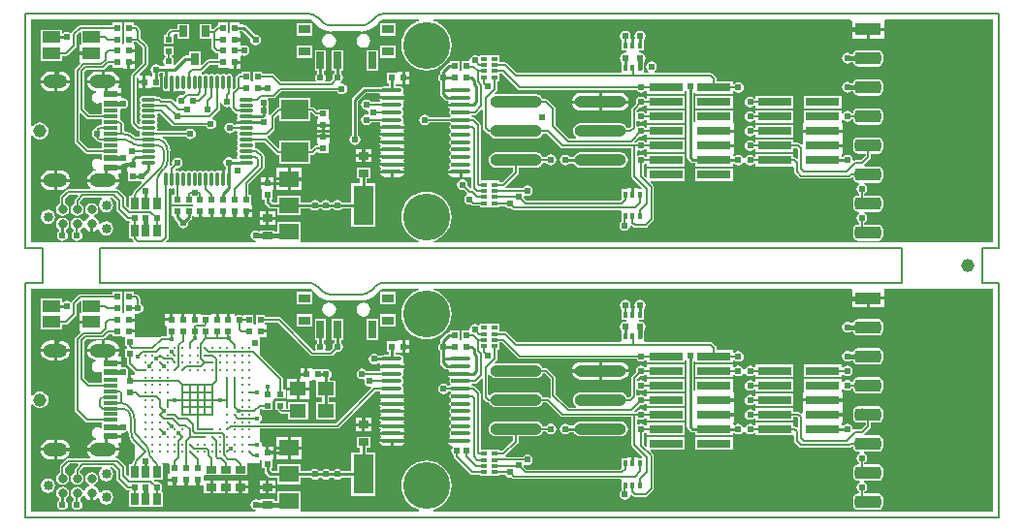
<source format=gtl>
G04*
G04 #@! TF.GenerationSoftware,Altium Limited,Altium Designer,20.0.7 (75)*
G04*
G04 Layer_Physical_Order=1*
G04 Layer_Color=255*
%FSLAX44Y44*%
%MOMM*%
G71*
G01*
G75*
%ADD10C,0.2540*%
%ADD14C,0.2032*%
%ADD21C,0.1524*%
%ADD23R,1.2500X0.6000*%
%ADD24R,1.2500X0.3000*%
%ADD25O,1.2700X0.2800*%
%ADD26O,0.2800X1.2700*%
%ADD27R,0.5080X0.6096*%
%ADD28R,0.6096X0.5080*%
%ADD29R,0.5000X0.3200*%
%ADD30R,0.5000X0.4000*%
%ADD31R,2.4000X1.7000*%
%ADD32R,0.7000X1.0000*%
%ADD33R,0.8890X0.6350*%
%ADD34O,4.5000X1.0000*%
%ADD35R,3.0000X0.8000*%
G04:AMPARAMS|DCode=36|XSize=2.3mm|YSize=1.1mm|CornerRadius=0.275mm|HoleSize=0mm|Usage=FLASHONLY|Rotation=0.000|XOffset=0mm|YOffset=0mm|HoleType=Round|Shape=RoundedRectangle|*
%AMROUNDEDRECTD36*
21,1,2.3000,0.5500,0,0,0.0*
21,1,1.7500,1.1000,0,0,0.0*
1,1,0.5500,0.8750,-0.2750*
1,1,0.5500,-0.8750,-0.2750*
1,1,0.5500,-0.8750,0.2750*
1,1,0.5500,0.8750,0.2750*
%
%ADD36ROUNDEDRECTD36*%
%ADD37R,2.3000X1.1000*%
%ADD38R,0.4000X0.6000*%
%ADD39R,1.7000X1.4000*%
%ADD40R,1.8000X3.5000*%
%ADD41O,1.7000X0.4000*%
%ADD42R,1.0000X0.8000*%
%ADD43R,0.7000X1.5000*%
%ADD44R,1.5000X1.0000*%
%ADD45R,1.4000X1.2000*%
%ADD46C,0.2500*%
%ADD76C,0.8500*%
%ADD78C,0.8000*%
%ADD79C,0.3810*%
%ADD80C,1.1520*%
%ADD81O,2.1000X1.2000*%
%ADD82O,2.3000X1.2000*%
%ADD83C,4.1000*%
%ADD84C,0.6200*%
%ADD85C,0.4500*%
G36*
X419911Y20985D02*
X419013Y20087D01*
X-68636Y20088D01*
X-68824Y21358D01*
X-66531Y22054D01*
X-62705Y24099D01*
X-59351Y26851D01*
X-56599Y30205D01*
X-54554Y34031D01*
X-53295Y38182D01*
X-52870Y42500D01*
X-53295Y46817D01*
X-54554Y50969D01*
X-56599Y54795D01*
X-59351Y58149D01*
X-62705Y60901D01*
X-66531Y62946D01*
X-70683Y64205D01*
X-75000Y64630D01*
X-79317Y64205D01*
X-83469Y62946D01*
X-87295Y60901D01*
X-90649Y58149D01*
X-93401Y54795D01*
X-95446Y50969D01*
X-96705Y46817D01*
X-97130Y42500D01*
X-96705Y38182D01*
X-95446Y34031D01*
X-93401Y30205D01*
X-90649Y26851D01*
X-87295Y24099D01*
X-83469Y22054D01*
X-81176Y21358D01*
X-81364Y20089D01*
X-184074Y20089D01*
X-184976Y20976D01*
X-184976Y21359D01*
Y38024D01*
X-205024D01*
Y29556D01*
X-207791D01*
Y30759D01*
X-219729D01*
Y30141D01*
X-220999Y29723D01*
X-221946Y30356D01*
X-223750Y30715D01*
X-225554Y30356D01*
X-227084Y29334D01*
X-228106Y27804D01*
X-228465Y26000D01*
X-228106Y24196D01*
X-227084Y22666D01*
X-225554Y21644D01*
X-224120Y21359D01*
X-224245Y20089D01*
X-302151Y20089D01*
X-302637Y21263D01*
X-300852Y23048D01*
X-300347Y23804D01*
X-300169Y24696D01*
Y66790D01*
X-298899Y67468D01*
X-298641Y67296D01*
X-297500Y67069D01*
X-296359Y67296D01*
X-296101Y67468D01*
X-294831Y66789D01*
Y61644D01*
X-297072D01*
Y53516D01*
X-287928D01*
Y53516D01*
X-287072D01*
Y53516D01*
X-279134D01*
X-278372Y52382D01*
X-278475Y52088D01*
X-279042Y51484D01*
X-287072D01*
Y51484D01*
X-287928D01*
Y51484D01*
X-297072D01*
Y43356D01*
X-295349D01*
Y42062D01*
X-295349Y42062D01*
X-295132Y40972D01*
X-294514Y40048D01*
X-294514Y40048D01*
X-292101Y37634D01*
X-292215Y37062D01*
X-291856Y35258D01*
X-290834Y33728D01*
X-289304Y32706D01*
X-287500Y32347D01*
X-285696Y32706D01*
X-284166Y33728D01*
X-283144Y35258D01*
X-282785Y37062D01*
X-282899Y37634D01*
X-280486Y40048D01*
X-279868Y40972D01*
X-279651Y42062D01*
X-279651Y42062D01*
Y43356D01*
X-278088D01*
Y42340D01*
X-273770D01*
Y47420D01*
X-271230D01*
Y42340D01*
X-263770D01*
Y47420D01*
X-261230D01*
Y42340D01*
X-253770D01*
Y47420D01*
X-251230D01*
Y42340D01*
X-243770D01*
Y47420D01*
X-241230D01*
Y42340D01*
X-233770D01*
Y47420D01*
X-232500D01*
Y48690D01*
X-226912D01*
Y52500D01*
X-227315D01*
X-227928Y53516D01*
X-227928Y53770D01*
Y61644D01*
X-230169D01*
Y70617D01*
X-217192Y83594D01*
X-216687Y84350D01*
X-216509Y85242D01*
Y95402D01*
X-216687Y96294D01*
X-217192Y97050D01*
X-221790Y101648D01*
X-222546Y102153D01*
X-223438Y102331D01*
X-224289D01*
X-224968Y103601D01*
X-224796Y103859D01*
X-224569Y105000D01*
X-224796Y106141D01*
X-224968Y106399D01*
X-224289Y107669D01*
X-216369D01*
X-206052Y97352D01*
X-205296Y96847D01*
X-204404Y96669D01*
X-203524D01*
Y88976D01*
X-176476D01*
Y96669D01*
X-174348D01*
X-173456Y96847D01*
X-172700Y97352D01*
X-170842Y99210D01*
X-169572Y98684D01*
Y98356D01*
X-160428D01*
Y106230D01*
X-160428Y106484D01*
X-159815Y107500D01*
X-159412D01*
Y111310D01*
X-170588D01*
Y107500D01*
X-170185D01*
X-169572Y106484D01*
X-169572Y106230D01*
Y104751D01*
X-170928D01*
X-171820Y104573D01*
X-172576Y104068D01*
X-175206Y101438D01*
X-176476Y101590D01*
Y109024D01*
X-203524D01*
Y103076D01*
X-204697Y102590D01*
X-213648Y111540D01*
X-213619Y112191D01*
X-213427Y112956D01*
X-212834Y113352D01*
X-208048Y118138D01*
X-207543Y118894D01*
X-207365Y119786D01*
Y128981D01*
X-204697Y131649D01*
X-203524Y131162D01*
Y125976D01*
X-176476D01*
Y133410D01*
X-175206Y133562D01*
X-172576Y130932D01*
X-171820Y130427D01*
X-170928Y130249D01*
X-169572D01*
Y128770D01*
X-169572Y128516D01*
X-170185Y127500D01*
X-170588D01*
Y123690D01*
X-165000D01*
X-159412D01*
Y127500D01*
X-159815D01*
X-160428Y128516D01*
X-160428Y128770D01*
Y136644D01*
X-169572D01*
Y136316D01*
X-170842Y135790D01*
X-172700Y137648D01*
X-173456Y138153D01*
X-174348Y138331D01*
X-176476D01*
Y146024D01*
X-203524D01*
Y138331D01*
X-203642D01*
X-204534Y138153D01*
X-205290Y137648D01*
X-211344Y131594D01*
X-211474Y131400D01*
X-212744Y131785D01*
Y139344D01*
X-212744D01*
X-213079Y139970D01*
X-212955Y140614D01*
X-212601Y142392D01*
X-212960Y144196D01*
X-213422Y144887D01*
X-212743Y146157D01*
X-208680D01*
X-207788Y146335D01*
X-207032Y146840D01*
X-201873Y151999D01*
X-152994D01*
X-152324Y150996D01*
X-150794Y149974D01*
X-148990Y149615D01*
X-147186Y149974D01*
X-145656Y150996D01*
X-144634Y152526D01*
X-144275Y154330D01*
X-144634Y156134D01*
X-145656Y157664D01*
X-147186Y158686D01*
X-148990Y159045D01*
X-149469Y158949D01*
X-149965Y160146D01*
X-149212Y160648D01*
X-148190Y162178D01*
X-147831Y163982D01*
X-148190Y165786D01*
X-149212Y167316D01*
X-149697Y167640D01*
Y169976D01*
X-147476D01*
Y188024D01*
X-157524D01*
Y169976D01*
X-155395D01*
Y167640D01*
X-155880Y167316D01*
X-156902Y165786D01*
X-157261Y163982D01*
X-157025Y162799D01*
X-159099Y160725D01*
X-162799D01*
X-163398Y161845D01*
X-163144Y162224D01*
X-162785Y164028D01*
X-163144Y165832D01*
X-164166Y167362D01*
X-164651Y167686D01*
Y169976D01*
X-162476D01*
Y188024D01*
X-172524D01*
Y169976D01*
X-170349D01*
Y167686D01*
X-170834Y167362D01*
X-171856Y165832D01*
X-172215Y164028D01*
X-171856Y162224D01*
X-171602Y161845D01*
X-172201Y160725D01*
X-201619D01*
X-207542Y166648D01*
X-208298Y167153D01*
X-209190Y167331D01*
X-218356D01*
Y169572D01*
X-226484D01*
Y161515D01*
X-227068Y160982D01*
X-227383Y160872D01*
X-228516Y161634D01*
Y169572D01*
X-236644D01*
Y167331D01*
X-237888D01*
X-238780Y167153D01*
X-239536Y166648D01*
X-240808Y165376D01*
X-241313Y164620D01*
X-241491Y163728D01*
Y156057D01*
X-243404Y154144D01*
X-244575Y154770D01*
X-244519Y155050D01*
Y164950D01*
X-244746Y166091D01*
X-245392Y167058D01*
X-246359Y167705D01*
X-247500Y167931D01*
X-248641Y167705D01*
X-249608Y167058D01*
X-250392D01*
X-251359Y167705D01*
X-252500Y167931D01*
X-253641Y167705D01*
X-254608Y167058D01*
X-255392D01*
X-256359Y167705D01*
X-257500Y167931D01*
X-258641Y167705D01*
X-259608Y167058D01*
X-260392D01*
X-261359Y167705D01*
X-262500Y167931D01*
X-263641Y167705D01*
X-264608Y167058D01*
X-265392D01*
X-266359Y167705D01*
X-267500Y167931D01*
X-268641Y167705D01*
X-269608Y167058D01*
X-270392D01*
X-271217Y167609D01*
X-271252Y168178D01*
X-271083Y168931D01*
X-271034Y168941D01*
X-270278Y169446D01*
X-264555Y175169D01*
X-256644D01*
Y172928D01*
X-248770D01*
X-248516Y172928D01*
X-247500Y172315D01*
Y171912D01*
X-243690D01*
Y177500D01*
X-242420D01*
Y178770D01*
X-237340D01*
Y182694D01*
X-236233Y183481D01*
X-235884Y183248D01*
X-234080Y182889D01*
X-232276Y183248D01*
X-230746Y184270D01*
X-229724Y185800D01*
X-229365Y187604D01*
X-229724Y189408D01*
X-230746Y190938D01*
X-232276Y191960D01*
X-234080Y192319D01*
X-235884Y191960D01*
X-236112Y191807D01*
X-237339Y192515D01*
Y196230D01*
X-242419D01*
Y198770D01*
X-237339D01*
Y203088D01*
X-238355D01*
Y204652D01*
X-235853D01*
X-228775Y197574D01*
X-228889Y197002D01*
X-228530Y195198D01*
X-227508Y193668D01*
X-225978Y192646D01*
X-224174Y192287D01*
X-222370Y192646D01*
X-220840Y193668D01*
X-219818Y195198D01*
X-219459Y197002D01*
X-219818Y198806D01*
X-220840Y200336D01*
X-222370Y201358D01*
X-224174Y201717D01*
X-224746Y201603D01*
X-232658Y209515D01*
X-233582Y210132D01*
X-234673Y210349D01*
X-234673Y210349D01*
X-238355D01*
Y212073D01*
X-246483D01*
Y204043D01*
X-247086Y203476D01*
X-247381Y203372D01*
X-248515Y204135D01*
Y212073D01*
X-256643D01*
Y209831D01*
X-257110D01*
X-258001Y209654D01*
X-258758Y209149D01*
X-261207Y206699D01*
X-262976D01*
Y211024D01*
X-273024D01*
Y197976D01*
X-262976D01*
X-262573Y196873D01*
Y190144D01*
X-262395Y189252D01*
X-261890Y188496D01*
X-259247Y185852D01*
X-258491Y185347D01*
X-257598Y185170D01*
X-256643D01*
Y183342D01*
X-256644Y182072D01*
X-256644Y181659D01*
Y179831D01*
X-265520D01*
X-266412Y179653D01*
X-267168Y179148D01*
X-271206Y175110D01*
X-272476Y175636D01*
Y187024D01*
X-282524D01*
Y183349D01*
X-285380D01*
X-286470Y183132D01*
X-287394Y182514D01*
X-287394Y182514D01*
X-295209Y174700D01*
X-295343Y174747D01*
X-295853Y176270D01*
X-295764Y176402D01*
X-295405Y178206D01*
X-295764Y180010D01*
X-296786Y181540D01*
X-297669Y182130D01*
Y183356D01*
X-295428D01*
Y191484D01*
X-304572D01*
Y183356D01*
X-302986D01*
X-302636Y182086D01*
X-303454Y181540D01*
X-304476Y180010D01*
X-304835Y178206D01*
X-304476Y176402D01*
X-303681Y175213D01*
X-304116Y174093D01*
X-304244Y173943D01*
X-307638D01*
X-307962Y174428D01*
X-309492Y175450D01*
X-311296Y175809D01*
X-313100Y175450D01*
X-314630Y174428D01*
X-315652Y172898D01*
X-316011Y171094D01*
X-315652Y169290D01*
X-314630Y167760D01*
X-314145Y167436D01*
Y165642D01*
X-314539Y165247D01*
X-315240Y164818D01*
X-315339Y164795D01*
X-316376Y165532D01*
Y165760D01*
X-320186D01*
Y160172D01*
Y154584D01*
X-316376D01*
Y154987D01*
X-315360Y155600D01*
X-315106Y155600D01*
X-307232D01*
Y164744D01*
X-308447D01*
Y167436D01*
X-307962Y167760D01*
X-307638Y168245D01*
X-305349D01*
Y165616D01*
X-305481Y164950D01*
Y155050D01*
X-305254Y153909D01*
X-304608Y152942D01*
X-303641Y152296D01*
X-302500Y152069D01*
X-301359Y152296D01*
X-301225Y152385D01*
X-300340Y152210D01*
X-299037Y151339D01*
X-298770Y151285D01*
Y160000D01*
X-296230D01*
Y151285D01*
X-295963Y151339D01*
X-294659Y152210D01*
X-293775Y152385D01*
X-293641Y152296D01*
X-292500Y152069D01*
X-291359Y152296D01*
X-290906Y152598D01*
X-290000Y152838D01*
X-289094Y152598D01*
X-288641Y152296D01*
X-287500Y152069D01*
X-286359Y152296D01*
X-285906Y152598D01*
X-285595Y152681D01*
X-285263Y152422D01*
X-285258Y150918D01*
X-285308Y150848D01*
X-287507Y148649D01*
X-288690Y148885D01*
X-290494Y148526D01*
X-292024Y147504D01*
X-293046Y145974D01*
X-293405Y144170D01*
X-293317Y143729D01*
X-294487Y143104D01*
X-296440Y145056D01*
X-297196Y145561D01*
X-298088Y145739D01*
X-306013D01*
X-306922Y146648D01*
X-307678Y147153D01*
X-308570Y147331D01*
X-310775D01*
X-311409Y147754D01*
X-312550Y147981D01*
X-322450D01*
X-323591Y147754D01*
X-324558Y147108D01*
X-325205Y146141D01*
X-325431Y145000D01*
X-325205Y143859D01*
X-324558Y142892D01*
Y142108D01*
X-325205Y141141D01*
X-325431Y140000D01*
X-325205Y138859D01*
X-324558Y137892D01*
Y137108D01*
X-325205Y136141D01*
X-325431Y135000D01*
X-325205Y133859D01*
X-324558Y132892D01*
Y132108D01*
X-325205Y131141D01*
X-325431Y130000D01*
X-325205Y128859D01*
X-324558Y127892D01*
Y127108D01*
X-325205Y126141D01*
X-325431Y125000D01*
X-325253Y124103D01*
X-325974Y123505D01*
X-326300Y123355D01*
X-328015Y125069D01*
Y163716D01*
X-327806Y163856D01*
X-326536Y163177D01*
Y161442D01*
X-322726D01*
Y165760D01*
X-325254D01*
X-325780Y167030D01*
X-318792Y174018D01*
X-318287Y174774D01*
X-318109Y175666D01*
Y191140D01*
X-318287Y192032D01*
X-318792Y192788D01*
X-324459Y198455D01*
Y205130D01*
X-324637Y206022D01*
X-325142Y206778D01*
X-327512Y209148D01*
X-328268Y209653D01*
X-329160Y209831D01*
X-330856D01*
Y212072D01*
X-338984D01*
Y202928D01*
X-338984D01*
Y202072D01*
X-338984D01*
Y194015D01*
X-339568Y193482D01*
X-339883Y193372D01*
X-341016Y194134D01*
Y202072D01*
X-341016D01*
Y202928D01*
X-341016D01*
Y212072D01*
X-349144D01*
Y209831D01*
X-377250D01*
X-378142Y209653D01*
X-378898Y209148D01*
X-384398Y203648D01*
X-384437Y203590D01*
X-385212Y202992D01*
X-386064Y203267D01*
X-386946Y203856D01*
X-388750Y204215D01*
X-390554Y203856D01*
X-392084Y202834D01*
X-392206Y202651D01*
X-393476Y202993D01*
Y206024D01*
X-411524D01*
Y192976D01*
X-411524D01*
Y192024D01*
X-411524D01*
Y178976D01*
X-393476D01*
Y183169D01*
X-389500D01*
X-388608Y183347D01*
X-387852Y183852D01*
X-381102Y190602D01*
X-380597Y191358D01*
X-380419Y192250D01*
Y201035D01*
X-377697Y203757D01*
X-376524Y203270D01*
Y193040D01*
X-377540D01*
Y186770D01*
X-367500D01*
Y184230D01*
X-377540D01*
Y177960D01*
X-377540D01*
X-377106Y176690D01*
X-381648Y172148D01*
X-382153Y171392D01*
X-382331Y170500D01*
Y108500D01*
X-382153Y107608D01*
X-381648Y106852D01*
X-373148Y98352D01*
X-372392Y97847D01*
X-371500Y97669D01*
X-358274D01*
Y93246D01*
X-359544Y92567D01*
X-360337Y93097D01*
X-362200Y93468D01*
X-364063Y93097D01*
X-365642Y92042D01*
X-366697Y90463D01*
X-367067Y88600D01*
X-366697Y86737D01*
X-365642Y85158D01*
X-364063Y84103D01*
X-363797Y84050D01*
X-363839Y82764D01*
X-364929Y82620D01*
X-367007Y81760D01*
X-368791Y80391D01*
X-370160Y78607D01*
X-371020Y76529D01*
X-371147Y75570D01*
X-357200D01*
X-343254D01*
X-343380Y76529D01*
X-344240Y78607D01*
X-344405Y78821D01*
X-343843Y79960D01*
X-341710D01*
Y84230D01*
X-350500D01*
Y86770D01*
X-341710D01*
Y88125D01*
X-340728Y88930D01*
X-340000Y88785D01*
X-338196Y89144D01*
X-337816Y89398D01*
X-337644Y89306D01*
X-331108D01*
Y86766D01*
X-336696D01*
Y82956D01*
X-336293D01*
X-335680Y81940D01*
Y73812D01*
X-326536D01*
Y73812D01*
X-326259Y73960D01*
X-325282Y73772D01*
X-324063Y73530D01*
X-323599Y72197D01*
X-329618Y66178D01*
X-329632Y66193D01*
X-330836Y64624D01*
X-331593Y62797D01*
X-331826Y61024D01*
X-334524D01*
Y51450D01*
X-335697Y50964D01*
X-337159Y52425D01*
Y59080D01*
X-337337Y59972D01*
X-337842Y60728D01*
X-342922Y65808D01*
X-343678Y66313D01*
X-344570Y66491D01*
X-345762D01*
X-346194Y67761D01*
X-345609Y68209D01*
X-344240Y69993D01*
X-343380Y72071D01*
X-343254Y73030D01*
X-357200D01*
X-371147D01*
X-371020Y72071D01*
X-370160Y69993D01*
X-368791Y68209D01*
X-368206Y67761D01*
X-368638Y66491D01*
X-387750D01*
X-388642Y66313D01*
X-389398Y65808D01*
X-394478Y60728D01*
X-394983Y59972D01*
X-395161Y59080D01*
Y53849D01*
X-396683Y52833D01*
X-397904Y51005D01*
X-398332Y48850D01*
X-397904Y46695D01*
X-396683Y44867D01*
X-394855Y43646D01*
X-392700Y43218D01*
X-390545Y43646D01*
X-388717Y44867D01*
X-387496Y46695D01*
X-387068Y48850D01*
X-387496Y51005D01*
X-388717Y52833D01*
X-390499Y54023D01*
Y58115D01*
X-386785Y61829D01*
X-379542D01*
X-379056Y60656D01*
X-381648Y58064D01*
X-382153Y57308D01*
X-382331Y56416D01*
Y53936D01*
X-383983Y52833D01*
X-385204Y51005D01*
X-385632Y48850D01*
X-385204Y46695D01*
X-383983Y44867D01*
X-382155Y43646D01*
X-380000Y43218D01*
X-377845Y43646D01*
X-376017Y44867D01*
X-374796Y46695D01*
X-374368Y48850D01*
X-374796Y51005D01*
X-376017Y52833D01*
X-377669Y53936D01*
Y55451D01*
X-374085Y59035D01*
X-358546D01*
X-358161Y57765D01*
X-359086Y57147D01*
X-360462Y55088D01*
X-360945Y52660D01*
X-360462Y50232D01*
X-359086Y48173D01*
X-357028Y46798D01*
X-354600Y46315D01*
X-352172Y46798D01*
X-350113Y48173D01*
X-348738Y50232D01*
X-348255Y52660D01*
X-348738Y55088D01*
X-350113Y57147D01*
X-351039Y57765D01*
X-350654Y59035D01*
X-349091D01*
X-345631Y55574D01*
Y48920D01*
X-345453Y48028D01*
X-344948Y47272D01*
X-337028Y39352D01*
X-336272Y38847D01*
X-335380Y38669D01*
X-334493D01*
X-334268Y38294D01*
X-334524Y37024D01*
X-334524D01*
Y23976D01*
X-331831D01*
Y23944D01*
X-331653Y23052D01*
X-331148Y22296D01*
X-330115Y21263D01*
X-330601Y20089D01*
X-419911Y20090D01*
X-419911Y113205D01*
X-418641Y113537D01*
X-417695Y112305D01*
X-416173Y111137D01*
X-414402Y110403D01*
X-412500Y110153D01*
X-410598Y110403D01*
X-408827Y111137D01*
X-407305Y112305D01*
X-406137Y113827D01*
X-405404Y115598D01*
X-405153Y117500D01*
X-405404Y119402D01*
X-406137Y121173D01*
X-407305Y122695D01*
X-408827Y123862D01*
X-410598Y124597D01*
X-412500Y124847D01*
X-414402Y124597D01*
X-416173Y123862D01*
X-417695Y122695D01*
X-418641Y121463D01*
X-419911Y121795D01*
X-419910Y214910D01*
X-178500Y214909D01*
Y214892D01*
X-176698Y214654D01*
X-175019Y213959D01*
X-173577Y212852D01*
X-173565Y212864D01*
X-173564Y212864D01*
X-173553Y212856D01*
X-170134Y209437D01*
X-170134Y209437D01*
X-170157Y209414D01*
X-167552Y207276D01*
X-164579Y205687D01*
X-161354Y204708D01*
X-158000Y204378D01*
Y204410D01*
X-132000Y204410D01*
Y204378D01*
X-128646Y204708D01*
X-125421Y205687D01*
X-122448Y207276D01*
X-119843Y209414D01*
X-119866Y209437D01*
X-117335Y211969D01*
X-116423Y212852D01*
X-114981Y213959D01*
X-113302Y214654D01*
X-111500Y214892D01*
Y214909D01*
X-81371Y214909D01*
X-81183Y213639D01*
X-83469Y212946D01*
X-87295Y210901D01*
X-90649Y208149D01*
X-93401Y204795D01*
X-95446Y200969D01*
X-96705Y196817D01*
X-97130Y192500D01*
X-96705Y188183D01*
X-95446Y184031D01*
X-93401Y180205D01*
X-90649Y176851D01*
X-87295Y174099D01*
X-83469Y172054D01*
X-79317Y170795D01*
X-75000Y170369D01*
X-70683Y170795D01*
X-66531Y172054D01*
X-62705Y174099D01*
X-59351Y176851D01*
X-56599Y180205D01*
X-54554Y184031D01*
X-53295Y188183D01*
X-52870Y192500D01*
X-53295Y196817D01*
X-54554Y200969D01*
X-56599Y204795D01*
X-59351Y208149D01*
X-62705Y210901D01*
X-66531Y212946D01*
X-68817Y213640D01*
X-68629Y214909D01*
X295585Y214911D01*
X296660Y213641D01*
Y207670D01*
X324740D01*
Y213641D01*
X324740Y214440D01*
X325815Y214911D01*
X419910Y214911D01*
X419911Y20985D01*
D02*
G37*
G36*
X-322771Y190175D02*
Y176631D01*
X-331994Y167408D01*
X-332499Y166652D01*
X-332677Y165760D01*
Y124104D01*
X-332499Y123212D01*
X-331994Y122456D01*
X-327890Y118352D01*
X-327134Y117847D01*
X-326242Y117669D01*
X-325711D01*
X-325032Y116399D01*
X-325205Y116141D01*
X-325431Y115000D01*
X-325205Y113859D01*
X-325032Y113601D01*
X-325711Y112331D01*
X-327756D01*
X-328928Y112568D01*
X-331409Y114605D01*
X-334241Y116118D01*
X-337313Y117050D01*
X-338859Y117203D01*
Y122500D01*
X-338810D01*
X-339182Y124367D01*
X-340239Y125950D01*
X-341823Y127008D01*
X-342726Y127188D01*
Y136233D01*
X-342427Y136528D01*
X-341524Y137070D01*
X-341456Y137075D01*
X-340000Y136785D01*
X-338196Y137144D01*
X-336666Y138166D01*
X-335644Y139696D01*
X-335285Y141500D01*
X-335644Y143304D01*
X-336666Y144834D01*
X-338196Y145856D01*
X-340000Y146215D01*
X-340728Y146070D01*
X-341710Y146875D01*
Y148230D01*
X-350500D01*
Y150770D01*
X-341710D01*
Y155040D01*
X-343843D01*
X-344405Y156179D01*
X-344240Y156393D01*
X-343380Y158471D01*
X-343254Y159430D01*
X-357200D01*
X-371147D01*
X-371020Y158471D01*
X-370160Y156393D01*
X-368791Y154609D01*
X-367007Y153240D01*
X-364929Y152380D01*
X-363839Y152236D01*
X-363797Y150950D01*
X-364063Y150897D01*
X-365642Y149842D01*
X-366697Y148263D01*
X-367067Y146400D01*
X-366697Y144537D01*
X-365642Y142958D01*
X-364063Y141903D01*
X-362200Y141532D01*
X-360337Y141903D01*
X-359544Y142433D01*
X-358274Y141754D01*
Y132331D01*
X-369285D01*
X-373919Y136965D01*
Y169035D01*
X-372035Y170919D01*
X-357500D01*
X-356608Y171097D01*
X-355852Y171602D01*
X-352285Y175169D01*
X-349144D01*
Y172928D01*
X-341016D01*
X-340000Y172315D01*
Y171912D01*
X-336190D01*
Y177500D01*
X-334920D01*
Y178770D01*
X-329840D01*
Y181912D01*
Y186230D01*
X-334920D01*
Y188770D01*
X-329840D01*
Y193088D01*
X-330856D01*
Y195169D01*
X-327765D01*
X-322771Y190175D01*
D02*
G37*
G36*
X-371898Y128352D02*
X-371142Y127847D01*
X-370250Y127669D01*
X-358274D01*
Y122331D01*
X-359850D01*
Y122380D01*
X-361717Y122008D01*
X-363301Y120950D01*
X-364358Y119367D01*
X-364392Y119197D01*
X-365684Y118334D01*
X-366706Y116804D01*
X-367065Y115000D01*
X-366706Y113196D01*
X-365684Y111666D01*
X-364392Y110803D01*
X-364358Y110633D01*
X-363301Y109050D01*
X-361717Y107992D01*
X-359850Y107620D01*
Y107669D01*
X-358274D01*
Y102331D01*
X-370535D01*
X-377669Y109465D01*
Y132464D01*
X-376496Y132950D01*
X-371898Y128352D01*
D02*
G37*
G36*
X-253676Y141096D02*
X-252654Y139566D01*
X-251124Y138544D01*
X-249320Y138185D01*
X-247516Y138544D01*
X-246825Y139006D01*
X-245555Y138327D01*
Y137566D01*
X-245377Y136674D01*
X-244872Y135918D01*
X-242306Y133352D01*
X-241550Y132846D01*
X-240658Y132669D01*
X-240032Y131399D01*
X-240204Y131141D01*
X-240431Y130000D01*
X-240204Y128859D01*
X-240115Y128725D01*
X-240291Y127840D01*
X-241161Y126537D01*
X-241215Y126270D01*
X-232500D01*
Y123730D01*
X-241215D01*
X-241939Y122611D01*
X-242906Y122585D01*
X-243406Y123334D01*
X-244936Y124356D01*
X-246740Y124714D01*
X-248544Y124356D01*
X-250074Y123334D01*
X-251096Y121804D01*
X-251455Y120000D01*
X-251096Y118196D01*
X-250074Y116666D01*
X-248544Y115644D01*
X-246740Y115285D01*
X-244936Y115644D01*
X-243406Y116666D01*
X-242736Y117669D01*
X-240711D01*
X-240032Y116399D01*
X-240204Y116141D01*
X-240431Y115000D01*
X-240204Y113859D01*
X-239558Y112892D01*
Y112108D01*
X-240204Y111141D01*
X-240431Y110000D01*
X-240204Y108859D01*
X-239558Y107892D01*
Y107108D01*
X-240204Y106141D01*
X-240431Y105000D01*
X-240204Y103859D01*
X-239558Y102892D01*
Y102108D01*
X-240204Y101141D01*
X-240431Y100000D01*
X-240204Y98859D01*
X-239558Y97892D01*
Y97108D01*
X-240204Y96141D01*
X-240431Y95000D01*
X-240256Y94119D01*
X-240735Y93230D01*
X-241057Y92849D01*
X-243842D01*
X-244166Y93334D01*
X-245696Y94356D01*
X-247500Y94715D01*
X-249304Y94356D01*
X-250834Y93334D01*
X-251856Y91804D01*
X-252215Y90000D01*
X-251856Y88196D01*
X-250834Y86666D01*
X-250349Y86342D01*
Y84662D01*
X-251230Y84058D01*
Y75000D01*
X-253770D01*
Y83715D01*
X-254037Y83661D01*
X-255340Y82791D01*
X-256225Y82615D01*
X-256359Y82704D01*
X-257500Y82931D01*
X-258641Y82704D01*
X-259608Y82058D01*
X-260392D01*
X-261359Y82704D01*
X-262500Y82931D01*
X-263641Y82704D01*
X-264608Y82058D01*
X-265392D01*
X-266359Y82704D01*
X-267500Y82931D01*
X-268641Y82704D01*
X-269608Y82058D01*
X-270392D01*
X-271359Y82704D01*
X-272500Y82931D01*
X-273641Y82704D01*
X-274608Y82058D01*
X-275392D01*
X-276359Y82704D01*
X-277500Y82931D01*
X-278641Y82704D01*
X-279608Y82058D01*
X-280392D01*
X-281359Y82704D01*
X-282500Y82931D01*
X-283641Y82704D01*
X-284608Y82058D01*
X-285392D01*
X-286359Y82704D01*
X-287500Y82931D01*
X-288641Y82704D01*
X-289608Y82058D01*
X-290392D01*
X-291359Y82704D01*
X-292500Y82931D01*
X-293012Y82830D01*
X-294273Y83557D01*
X-294398Y83726D01*
X-294468Y84194D01*
X-293579Y85060D01*
X-292500Y84845D01*
X-290696Y85204D01*
X-289166Y86226D01*
X-288144Y87756D01*
X-287785Y89560D01*
X-288144Y91364D01*
X-289166Y92894D01*
X-290696Y93916D01*
X-292500Y94275D01*
X-294304Y93916D01*
X-295834Y92894D01*
X-296856Y91364D01*
X-297215Y89560D01*
X-296979Y88377D01*
X-298125Y87231D01*
X-299202Y87950D01*
X-299146Y88086D01*
X-298751Y91084D01*
X-298805D01*
Y100130D01*
X-298733D01*
X-299199Y103670D01*
X-300565Y106969D01*
X-302739Y109801D01*
X-302768Y109772D01*
X-304599Y111177D01*
X-305135Y111399D01*
X-304883Y112669D01*
X-285100D01*
X-284404Y111626D01*
X-282874Y110604D01*
X-281070Y110245D01*
X-279266Y110604D01*
X-277736Y111626D01*
X-276714Y113156D01*
X-276355Y114960D01*
X-276714Y116764D01*
X-277736Y118294D01*
X-279266Y119316D01*
X-281070Y119675D01*
X-282874Y119316D01*
X-284404Y118294D01*
X-285047Y117331D01*
X-309289D01*
X-309968Y118601D01*
X-309796Y118859D01*
X-309569Y120000D01*
X-309796Y121141D01*
X-310442Y122108D01*
Y122892D01*
X-309796Y123859D01*
X-309569Y125000D01*
X-309796Y126141D01*
X-310442Y127108D01*
Y127892D01*
X-309796Y128859D01*
X-309569Y130000D01*
X-309796Y131141D01*
X-309968Y131399D01*
X-309289Y132669D01*
X-307409D01*
X-296942Y122202D01*
X-296186Y121697D01*
X-295294Y121519D01*
X-267294D01*
X-266624Y120516D01*
X-265094Y119494D01*
X-263290Y119135D01*
X-261486Y119494D01*
X-259956Y120516D01*
X-258934Y122046D01*
X-258575Y123850D01*
X-258934Y125654D01*
X-259956Y127184D01*
X-261486Y128206D01*
X-261884Y129580D01*
X-255852Y135612D01*
X-255347Y136368D01*
X-255169Y137260D01*
Y142094D01*
X-253899Y142219D01*
X-253676Y141096D01*
D02*
G37*
G36*
X419911Y-214015D02*
X419013Y-214913D01*
X-68636Y-214912D01*
X-68824Y-213642D01*
X-66531Y-212946D01*
X-62705Y-210901D01*
X-59351Y-208149D01*
X-56599Y-204795D01*
X-54554Y-200969D01*
X-53295Y-196817D01*
X-52870Y-192500D01*
X-53295Y-188183D01*
X-54554Y-184031D01*
X-56599Y-180205D01*
X-59351Y-176851D01*
X-62705Y-174099D01*
X-66531Y-172054D01*
X-70683Y-170795D01*
X-75000Y-170369D01*
X-79317Y-170795D01*
X-83469Y-172054D01*
X-87295Y-174099D01*
X-90649Y-176851D01*
X-93401Y-180205D01*
X-95446Y-184031D01*
X-96705Y-188183D01*
X-97130Y-192500D01*
X-96705Y-196817D01*
X-95446Y-200969D01*
X-93401Y-204795D01*
X-90649Y-208149D01*
X-87295Y-210901D01*
X-83469Y-212946D01*
X-81176Y-213641D01*
X-81364Y-214911D01*
X-184074Y-214911D01*
X-184976Y-214024D01*
X-184976Y-213641D01*
Y-196976D01*
X-205024D01*
Y-205444D01*
X-207791D01*
Y-204241D01*
X-219729D01*
Y-204859D01*
X-220999Y-205277D01*
X-221946Y-204644D01*
X-223750Y-204285D01*
X-225554Y-204644D01*
X-227084Y-205666D01*
X-228106Y-207196D01*
X-228465Y-209000D01*
X-228106Y-210804D01*
X-227084Y-212334D01*
X-225554Y-213356D01*
X-224120Y-213641D01*
X-224245Y-214911D01*
X-419911Y-214910D01*
X-419911Y-121795D01*
X-418641Y-121463D01*
X-417695Y-122695D01*
X-416173Y-123862D01*
X-414402Y-124597D01*
X-412500Y-124847D01*
X-410598Y-124597D01*
X-408827Y-123862D01*
X-407305Y-122695D01*
X-406137Y-121173D01*
X-405404Y-119402D01*
X-405153Y-117500D01*
X-405404Y-115598D01*
X-406137Y-113827D01*
X-407305Y-112305D01*
X-408827Y-111137D01*
X-410598Y-110403D01*
X-412500Y-110153D01*
X-414402Y-110403D01*
X-416173Y-111137D01*
X-417695Y-112305D01*
X-418641Y-113537D01*
X-419911Y-113205D01*
X-419910Y-20090D01*
X-178500Y-20091D01*
Y-20108D01*
X-176698Y-20346D01*
X-175019Y-21041D01*
X-173577Y-22148D01*
X-173565Y-22136D01*
X-173564Y-22136D01*
X-173553Y-22144D01*
X-170134Y-25563D01*
X-170134Y-25563D01*
X-170157Y-25586D01*
X-167552Y-27724D01*
X-164579Y-29313D01*
X-161354Y-30292D01*
X-158000Y-30622D01*
Y-30590D01*
X-132000Y-30590D01*
Y-30622D01*
X-128646Y-30292D01*
X-125421Y-29313D01*
X-122448Y-27724D01*
X-119843Y-25586D01*
X-119866Y-25563D01*
X-117335Y-23031D01*
X-116423Y-22148D01*
X-114981Y-21041D01*
X-113302Y-20346D01*
X-111500Y-20108D01*
Y-20091D01*
X-81371Y-20091D01*
X-81183Y-21361D01*
X-83469Y-22054D01*
X-87295Y-24099D01*
X-90649Y-26851D01*
X-93401Y-30205D01*
X-95446Y-34031D01*
X-96705Y-38182D01*
X-97130Y-42500D01*
X-96705Y-46817D01*
X-95446Y-50969D01*
X-93401Y-54795D01*
X-90649Y-58149D01*
X-87295Y-60901D01*
X-83469Y-62946D01*
X-79317Y-64205D01*
X-75000Y-64630D01*
X-70683Y-64205D01*
X-66531Y-62946D01*
X-62705Y-60901D01*
X-59351Y-58149D01*
X-56599Y-54795D01*
X-54554Y-50969D01*
X-53295Y-46817D01*
X-52870Y-42500D01*
X-53295Y-38182D01*
X-54554Y-34031D01*
X-56599Y-30205D01*
X-59351Y-26851D01*
X-62705Y-24099D01*
X-66531Y-22054D01*
X-68817Y-21360D01*
X-68629Y-20090D01*
X295585Y-20089D01*
X296660Y-21359D01*
Y-27330D01*
X324740D01*
Y-21359D01*
X324740Y-20560D01*
X325815Y-20089D01*
X419910Y-20089D01*
X419911Y-214015D01*
D02*
G37*
%LPC*%
G36*
X-101976Y211674D02*
X-115024D01*
Y200626D01*
X-101976D01*
Y211674D01*
D02*
G37*
G36*
X-174976D02*
X-188024D01*
Y200626D01*
X-174976D01*
Y211674D01*
D02*
G37*
G36*
X324740Y205130D02*
X311970D01*
Y198360D01*
X324740D01*
Y205130D01*
D02*
G37*
G36*
X309430D02*
X296660D01*
Y198360D01*
X309430D01*
Y205130D01*
D02*
G37*
G36*
X-281976Y211024D02*
X-292024D01*
Y206831D01*
X-297448D01*
X-298340Y206653D01*
X-299096Y206148D01*
X-301514Y203730D01*
X-302019Y202974D01*
X-302197Y202082D01*
Y201644D01*
X-304572D01*
Y193516D01*
X-295428D01*
Y201644D01*
X-294376Y202169D01*
X-292024D01*
Y197976D01*
X-281976D01*
Y211024D01*
D02*
G37*
G36*
X111500Y204965D02*
X109696Y204606D01*
X108166Y203584D01*
X107144Y202054D01*
X106785Y200250D01*
X107072Y198810D01*
X106338Y197540D01*
X106269D01*
Y192000D01*
X103729D01*
Y197540D01*
X103662D01*
X102928Y198810D01*
X103215Y200250D01*
X102856Y202054D01*
X101834Y203584D01*
X100304Y204606D01*
X98500Y204965D01*
X96696Y204606D01*
X95166Y203584D01*
X94144Y202054D01*
X93785Y200250D01*
X94144Y198446D01*
X94666Y197666D01*
X94976Y196524D01*
X94976Y196524D01*
X94976D01*
X94976Y196524D01*
Y187476D01*
X99297D01*
X99480Y187064D01*
X98589Y185947D01*
X98500Y185965D01*
X96696Y185606D01*
X95166Y184584D01*
X94144Y183054D01*
X93785Y181250D01*
X94144Y179446D01*
X94666Y178666D01*
X94976Y177524D01*
X94976Y177524D01*
X94976D01*
X94976Y177524D01*
Y168476D01*
X93865Y168091D01*
X3705D01*
X-4852Y176648D01*
X-5608Y177153D01*
X-6500Y177331D01*
X-11476D01*
Y184023D01*
X-19524D01*
Y184023D01*
X-20476D01*
Y184023D01*
X-28524D01*
Y183110D01*
X-29794Y182586D01*
X-30946Y183356D01*
X-32750Y183715D01*
X-34554Y183356D01*
X-36084Y182334D01*
X-37106Y180804D01*
X-37465Y179000D01*
X-37816Y178572D01*
X-43984D01*
Y170515D01*
X-44568Y169982D01*
X-44882Y169872D01*
X-46016Y170634D01*
Y178572D01*
X-54144D01*
Y176849D01*
X-55250D01*
X-56340Y176632D01*
X-57264Y176014D01*
X-57264Y176014D01*
X-62014Y171264D01*
X-62632Y170340D01*
X-62849Y169250D01*
X-62849Y169250D01*
Y167819D01*
X-63334Y167495D01*
X-64356Y165965D01*
X-64715Y164161D01*
X-64356Y162357D01*
X-63334Y160827D01*
X-62849Y160503D01*
Y153500D01*
X-62849Y153500D01*
X-62849Y153500D01*
Y150000D01*
X-62849Y150000D01*
X-62632Y148910D01*
X-62014Y147986D01*
X-58764Y144736D01*
X-58764Y144735D01*
X-57840Y144118D01*
X-56750Y143901D01*
X-56750Y143901D01*
X-56048D01*
X-55369Y142631D01*
X-55777Y142022D01*
X-55876Y141520D01*
X-45000D01*
Y138980D01*
X-55876D01*
X-55777Y138479D01*
X-54773Y136977D01*
X-54655Y135371D01*
X-54819Y135125D01*
X-55093Y133750D01*
X-54819Y132375D01*
X-54041Y131209D01*
X-54488Y130050D01*
X-55041Y129483D01*
X-72596D01*
X-73266Y130486D01*
X-74796Y131508D01*
X-76600Y131867D01*
X-78404Y131508D01*
X-79934Y130486D01*
X-80956Y128956D01*
X-81315Y127152D01*
X-80956Y125348D01*
X-79934Y123818D01*
X-78404Y122796D01*
X-76600Y122437D01*
X-74796Y122796D01*
X-73266Y123818D01*
X-72596Y124821D01*
X-54115D01*
X-54091Y124784D01*
X-53929Y124422D01*
Y123365D01*
X-54041Y123291D01*
X-54819Y122125D01*
X-55093Y120750D01*
X-54819Y119375D01*
X-54041Y118209D01*
X-53930Y118135D01*
Y116865D01*
X-54041Y116791D01*
X-54819Y115625D01*
X-55093Y114250D01*
X-54819Y112875D01*
X-54041Y111709D01*
X-53929Y111635D01*
Y110365D01*
X-54041Y110291D01*
X-54819Y109125D01*
X-55093Y107750D01*
X-54819Y106375D01*
X-54041Y105209D01*
X-53930Y105135D01*
Y103865D01*
X-54041Y103791D01*
X-54819Y102625D01*
X-55093Y101250D01*
X-54819Y99875D01*
X-54041Y98709D01*
X-53929Y98635D01*
Y97365D01*
X-54041Y97291D01*
X-54819Y96125D01*
X-55093Y94750D01*
X-54819Y93375D01*
X-54041Y92209D01*
X-53930Y92135D01*
Y90865D01*
X-54041Y90791D01*
X-54819Y89625D01*
X-55093Y88250D01*
X-54819Y86875D01*
X-54655Y86629D01*
X-54773Y85023D01*
X-55777Y83521D01*
X-55876Y83020D01*
X-45000D01*
Y81750D01*
X-43730D01*
Y77121D01*
X-38500D01*
X-37101Y77399D01*
X-35831Y76662D01*
Y67853D01*
X-36068Y67651D01*
X-37027Y67253D01*
X-39101Y69327D01*
X-38865Y70510D01*
X-39224Y72314D01*
X-40246Y73844D01*
X-41776Y74866D01*
X-43580Y75225D01*
X-45384Y74866D01*
X-46914Y73844D01*
X-47936Y72314D01*
X-48295Y70510D01*
X-47936Y68706D01*
X-46914Y67176D01*
X-45384Y66154D01*
X-43580Y65795D01*
X-42397Y66031D01*
X-39613Y63247D01*
X-39810Y61648D01*
X-40564Y61144D01*
X-41586Y59614D01*
X-41945Y57810D01*
X-41586Y56006D01*
X-40564Y54476D01*
X-39034Y53454D01*
X-37230Y53095D01*
X-36047Y53331D01*
X-35568Y52852D01*
X-34812Y52347D01*
X-33920Y52169D01*
X-28524D01*
Y50976D01*
X-20476D01*
Y50976D01*
X-19524D01*
Y50976D01*
X-11476D01*
Y51923D01*
X-6182D01*
X-5512Y50920D01*
X-3982Y49898D01*
X-2178Y49539D01*
X-783Y49817D01*
X-68Y49102D01*
X688Y48597D01*
X1580Y48419D01*
X94077D01*
X94976Y47524D01*
Y38476D01*
X94339Y37470D01*
X93894Y36804D01*
X93535Y35000D01*
X93894Y33196D01*
X94916Y31666D01*
X96446Y30644D01*
X98250Y30285D01*
X100054Y30644D01*
X101584Y31666D01*
X102606Y33196D01*
X102872Y34536D01*
X104102Y35034D01*
X104168Y35036D01*
X105602Y33602D01*
X106358Y33097D01*
X107250Y32919D01*
X116250D01*
X117142Y33097D01*
X117898Y33602D01*
X122898Y38602D01*
X123403Y39358D01*
X123581Y40250D01*
Y68750D01*
X123403Y69642D01*
X122898Y70398D01*
X120594Y72703D01*
X121080Y73876D01*
X150524D01*
Y84924D01*
X117476D01*
Y77480D01*
X116303Y76993D01*
X114931Y78365D01*
Y88096D01*
X115934Y88766D01*
X116206Y89174D01*
X117476Y88788D01*
Y86576D01*
X150524D01*
Y97624D01*
X117476D01*
Y95412D01*
X116206Y95026D01*
X115934Y95434D01*
X114404Y96456D01*
X112600Y96815D01*
X110796Y96456D01*
X110101Y95991D01*
X108831Y96670D01*
Y100230D01*
X110101Y100909D01*
X110796Y100444D01*
X112600Y100085D01*
X114404Y100444D01*
X115934Y101466D01*
X116206Y101874D01*
X117476Y101489D01*
Y99276D01*
X150524D01*
Y110324D01*
X117476D01*
Y108111D01*
X116206Y107726D01*
X115934Y108134D01*
X114404Y109156D01*
X112600Y109515D01*
X110796Y109156D01*
X109266Y108134D01*
X108596Y107131D01*
X107186D01*
X106700Y108304D01*
X111417Y113021D01*
X112600Y112785D01*
X114404Y113144D01*
X115934Y114166D01*
X116206Y114574D01*
X117476Y114188D01*
Y111976D01*
X150524D01*
Y123024D01*
X117476D01*
Y120812D01*
X116206Y120426D01*
X115934Y120834D01*
X114404Y121856D01*
X112600Y122215D01*
X110796Y121856D01*
X109601Y121057D01*
X108494Y121483D01*
X108331Y121620D01*
Y126154D01*
X109601Y126643D01*
X110796Y125844D01*
X112600Y125485D01*
X114404Y125844D01*
X115934Y126866D01*
X116206Y127274D01*
X117476Y126889D01*
Y124676D01*
X150524D01*
Y135724D01*
X117476D01*
Y133511D01*
X116206Y133126D01*
X115934Y133534D01*
X114404Y134556D01*
X112600Y134915D01*
X110796Y134556D01*
X109678Y133809D01*
X108543Y134286D01*
X108418Y135421D01*
X111417Y138421D01*
X112600Y138185D01*
X114404Y138544D01*
X115934Y139566D01*
X116206Y139974D01*
X117476Y139588D01*
Y137376D01*
X150524D01*
Y148424D01*
X117476D01*
Y146212D01*
X116206Y145826D01*
X115934Y146234D01*
X114404Y147256D01*
X112600Y147615D01*
X110796Y147256D01*
X109266Y146234D01*
X108244Y144704D01*
X107885Y142900D01*
X108121Y141717D01*
X104352Y137948D01*
X103847Y137192D01*
X103669Y136300D01*
Y121215D01*
X102285Y119831D01*
X100426D01*
X100029Y120790D01*
X98983Y122153D01*
X97620Y123199D01*
X96033Y123856D01*
X94330Y124080D01*
X59330D01*
X57627Y123856D01*
X56040Y123199D01*
X54677Y122153D01*
X53631Y120790D01*
X52974Y119203D01*
X52750Y117500D01*
X52974Y115797D01*
X53631Y114210D01*
X54677Y112847D01*
X55649Y112101D01*
X55218Y110831D01*
X49465D01*
X37831Y122465D01*
Y136750D01*
X37653Y137642D01*
X37148Y138398D01*
X30998Y144548D01*
X30242Y145053D01*
X29350Y145231D01*
X26766D01*
X26369Y146190D01*
X25323Y147553D01*
X23960Y148599D01*
X22373Y149256D01*
X20670Y149480D01*
X-14330D01*
X-15018Y149390D01*
X-15611Y150593D01*
X-13852Y152352D01*
X-13347Y153108D01*
X-13169Y154000D01*
Y160976D01*
X-11476D01*
Y167669D01*
X-8715D01*
X5002Y153952D01*
X5758Y153447D01*
X6650Y153269D01*
X108596D01*
X109266Y152266D01*
X110796Y151244D01*
X112600Y150885D01*
X114404Y151244D01*
X115934Y152266D01*
X116206Y152674D01*
X117476Y152289D01*
Y150076D01*
X150524D01*
Y152276D01*
X151794Y152830D01*
X152453Y152312D01*
Y94386D01*
X152453Y94386D01*
X152670Y93296D01*
X153288Y92372D01*
X155574Y90086D01*
X155574Y90086D01*
X156498Y89468D01*
X157588Y89251D01*
X159476D01*
Y86576D01*
X192524D01*
Y89251D01*
X193742D01*
X194066Y88766D01*
X195596Y87744D01*
X197400Y87385D01*
X199204Y87744D01*
X200734Y88766D01*
X201756Y90296D01*
X201853Y90783D01*
X203147D01*
X203244Y90296D01*
X204266Y88766D01*
X205796Y87744D01*
X207600Y87385D01*
X209404Y87744D01*
X210934Y88766D01*
X211206Y89174D01*
X212476Y88788D01*
Y86576D01*
X245524D01*
X245919Y85470D01*
Y81940D01*
X246097Y81048D01*
X246602Y80292D01*
X250412Y76482D01*
X251168Y75977D01*
X252060Y75799D01*
X294240D01*
X295132Y75977D01*
X295888Y76482D01*
X296322Y76916D01*
X297592Y76699D01*
Y76650D01*
X297924Y74982D01*
X298869Y73569D01*
X300282Y72624D01*
X301950Y72292D01*
X302943D01*
X303265Y71118D01*
X303246Y71022D01*
X301766Y70034D01*
X300744Y68504D01*
X300385Y66700D01*
X300744Y64896D01*
X301766Y63366D01*
X302769Y62696D01*
Y61108D01*
X301950D01*
X300282Y60776D01*
X298869Y59831D01*
X297924Y58418D01*
X297592Y56750D01*
Y51250D01*
X297924Y49582D01*
X298869Y48169D01*
X300282Y47224D01*
X301950Y46892D01*
X302943D01*
X303265Y45718D01*
X303246Y45622D01*
X301766Y44634D01*
X300744Y43104D01*
X300385Y41300D01*
X300744Y39496D01*
X301766Y37966D01*
X302769Y37296D01*
Y35708D01*
X301950D01*
X300282Y35376D01*
X298869Y34431D01*
X297924Y33018D01*
X297592Y31350D01*
Y25850D01*
X297924Y24182D01*
X298869Y22769D01*
X300282Y21824D01*
X301950Y21492D01*
X319450D01*
X321118Y21824D01*
X322531Y22769D01*
X323476Y24182D01*
X323808Y25850D01*
Y31350D01*
X323476Y33018D01*
X322531Y34431D01*
X321118Y35376D01*
X319450Y35708D01*
X307431D01*
Y37296D01*
X308434Y37966D01*
X309456Y39496D01*
X309815Y41300D01*
X309456Y43104D01*
X308434Y44634D01*
X306954Y45622D01*
X306935Y45718D01*
X307257Y46892D01*
X319450D01*
X321118Y47224D01*
X322531Y48169D01*
X323476Y49582D01*
X323808Y51250D01*
Y56750D01*
X323476Y58418D01*
X322531Y59831D01*
X321118Y60776D01*
X319450Y61108D01*
X307431D01*
Y62696D01*
X308434Y63366D01*
X309456Y64896D01*
X309815Y66700D01*
X309456Y68504D01*
X308434Y70034D01*
X306954Y71022D01*
X306935Y71118D01*
X307257Y72292D01*
X319450D01*
X321118Y72624D01*
X322531Y73569D01*
X323476Y74982D01*
X323808Y76650D01*
Y82150D01*
X323476Y83818D01*
X322531Y85231D01*
X321118Y86176D01*
X319450Y86508D01*
X307503D01*
X307117Y87778D01*
X307318Y87912D01*
X312348Y92942D01*
X312853Y93698D01*
X313031Y94590D01*
Y97692D01*
X319450D01*
X321118Y98024D01*
X322531Y98969D01*
X323476Y100382D01*
X323808Y102050D01*
Y107550D01*
X323476Y109218D01*
X322531Y110631D01*
X321118Y111576D01*
X319450Y111908D01*
X301950D01*
X300282Y111576D01*
X298869Y110631D01*
X297924Y109218D01*
X297592Y107550D01*
Y102050D01*
X297924Y100382D01*
X298869Y98969D01*
X300282Y98024D01*
X301950Y97692D01*
X308369D01*
Y95555D01*
X304705Y91891D01*
X299320D01*
X298428Y91713D01*
X298318Y91640D01*
X297798Y91839D01*
X297068Y92332D01*
X296756Y93904D01*
X295734Y95434D01*
X294204Y96456D01*
X292400Y96815D01*
X290596Y96456D01*
X289066Y95434D01*
X288742Y94949D01*
X287524D01*
Y97624D01*
X288531Y98260D01*
X288540D01*
Y103530D01*
X271000D01*
Y106070D01*
X288540D01*
Y110960D01*
Y116230D01*
X271000D01*
X253460D01*
Y110960D01*
Y105882D01*
X252190Y105356D01*
X251098Y106448D01*
X250342Y106953D01*
X249450Y107131D01*
X245524D01*
Y110324D01*
X212476D01*
Y108111D01*
X211206Y107726D01*
X210934Y108134D01*
X209404Y109156D01*
X207600Y109515D01*
X205796Y109156D01*
X204266Y108134D01*
X203244Y106604D01*
X202885Y104800D01*
X203244Y102996D01*
X204266Y101466D01*
X205796Y100444D01*
X207600Y100085D01*
X209404Y100444D01*
X210934Y101466D01*
X211206Y101874D01*
X212476Y101489D01*
Y99276D01*
X245524D01*
Y102469D01*
X248485D01*
X249419Y101535D01*
Y93586D01*
X248246Y93100D01*
X247598Y93748D01*
X246842Y94253D01*
X245950Y94431D01*
X245524D01*
Y97624D01*
X212476D01*
Y95412D01*
X211206Y95026D01*
X210934Y95434D01*
X209404Y96456D01*
X207600Y96815D01*
X205796Y96456D01*
X204266Y95434D01*
X203244Y93904D01*
X203147Y93417D01*
X201853D01*
X201756Y93904D01*
X200734Y95434D01*
X199204Y96456D01*
X197400Y96815D01*
X195596Y96456D01*
X194066Y95434D01*
X192698Y95672D01*
X192524Y95847D01*
X192524Y97624D01*
X193531Y98260D01*
X193540D01*
Y103530D01*
X176000D01*
Y106070D01*
X193540D01*
Y110960D01*
Y116230D01*
X176000D01*
Y118770D01*
X193540D01*
Y124040D01*
X193531D01*
X192524Y124676D01*
X192524Y125310D01*
Y135724D01*
X159476D01*
Y125775D01*
X159137Y125543D01*
X158918Y125484D01*
X158151Y126143D01*
Y151375D01*
X158206Y151411D01*
X159476Y150721D01*
Y150076D01*
X192524D01*
Y152289D01*
X193794Y152674D01*
X194066Y152266D01*
X195596Y151244D01*
X197400Y150885D01*
X199204Y151244D01*
X200734Y152266D01*
X201756Y153796D01*
X202115Y155600D01*
X201756Y157404D01*
X200734Y158934D01*
X199204Y159956D01*
X197400Y160315D01*
X195596Y159956D01*
X194066Y158934D01*
X193794Y158526D01*
X192524Y158912D01*
Y161124D01*
X178331D01*
Y163350D01*
X178153Y164242D01*
X177648Y164998D01*
X175238Y167408D01*
X174482Y167913D01*
X173590Y168091D01*
X124315D01*
X124155Y168306D01*
X124453Y170032D01*
X124854Y170300D01*
X125876Y171830D01*
X126235Y173634D01*
X125876Y175438D01*
X124854Y176968D01*
X123324Y177990D01*
X121520Y178349D01*
X119716Y177990D01*
X118186Y176968D01*
X117164Y175438D01*
X116805Y173634D01*
X117164Y171830D01*
X118186Y170300D01*
X118587Y170032D01*
X118885Y168306D01*
X118725Y168091D01*
X116135D01*
X115024Y168476D01*
Y177524D01*
X115024Y177524D01*
X115024D01*
X115024Y177524D01*
X115334Y178666D01*
X115856Y179446D01*
X116215Y181250D01*
X115856Y183054D01*
X114834Y184584D01*
X113304Y185606D01*
X111500Y185965D01*
X111408Y185946D01*
X110516Y187064D01*
X110700Y187476D01*
X115024D01*
Y196524D01*
X115024Y196524D01*
X115334Y197666D01*
X115856Y198446D01*
X116215Y200250D01*
X115856Y202054D01*
X114834Y203584D01*
X113304Y204606D01*
X111500Y204965D01*
D02*
G37*
G36*
X-130000Y202642D02*
X-132351Y202174D01*
X-134343Y200843D01*
X-135674Y198850D01*
X-136142Y196500D01*
X-135674Y194149D01*
X-134343Y192157D01*
X-132351Y190826D01*
X-130000Y190358D01*
X-127650Y190826D01*
X-125657Y192157D01*
X-124326Y194149D01*
X-123858Y196500D01*
X-124326Y198850D01*
X-125657Y200843D01*
X-127650Y202174D01*
X-130000Y202642D01*
D02*
G37*
G36*
X-160000D02*
X-162350Y202174D01*
X-164343Y200843D01*
X-165674Y198850D01*
X-166142Y196500D01*
X-165674Y194149D01*
X-164343Y192157D01*
X-162350Y190826D01*
X-160000Y190358D01*
X-157650Y190826D01*
X-155657Y192157D01*
X-154326Y194149D01*
X-153858Y196500D01*
X-154326Y198850D01*
X-155657Y200843D01*
X-157650Y202174D01*
X-160000Y202642D01*
D02*
G37*
G36*
X319450Y188108D02*
X301950D01*
X300282Y187776D01*
X298869Y186831D01*
X297924Y185418D01*
X297751Y184546D01*
X295591D01*
X294304Y185406D01*
X292500Y185765D01*
X290696Y185406D01*
X289166Y184384D01*
X288144Y182854D01*
X287785Y181050D01*
X288144Y179246D01*
X289166Y177716D01*
X290696Y176694D01*
X292500Y176335D01*
X294304Y176694D01*
X295591Y177554D01*
X297731D01*
X297924Y176582D01*
X298869Y175169D01*
X300282Y174224D01*
X301950Y173892D01*
X319450D01*
X321118Y174224D01*
X322531Y175169D01*
X323476Y176582D01*
X323808Y178250D01*
Y183750D01*
X323476Y185418D01*
X322531Y186831D01*
X321118Y187776D01*
X319450Y188108D01*
D02*
G37*
G36*
X-101976Y192374D02*
X-115024D01*
Y181326D01*
X-101976D01*
Y192374D01*
D02*
G37*
G36*
X-174976D02*
X-188024D01*
Y181326D01*
X-174976D01*
Y192374D01*
D02*
G37*
G36*
X-237340Y176230D02*
X-241150D01*
Y171912D01*
X-237340D01*
Y176230D01*
D02*
G37*
G36*
X-117476Y188024D02*
X-127524D01*
Y169976D01*
X-117476D01*
Y188024D01*
D02*
G37*
G36*
X-89840Y169588D02*
X-93650D01*
Y165270D01*
X-89840D01*
Y169588D01*
D02*
G37*
G36*
X-394500Y169314D02*
X-397730D01*
Y161970D01*
X-386054D01*
X-386180Y162929D01*
X-387040Y165007D01*
X-388409Y166791D01*
X-390193Y168160D01*
X-392271Y169020D01*
X-394500Y169314D01*
D02*
G37*
G36*
X-400270D02*
X-403500D01*
X-405729Y169020D01*
X-407807Y168160D01*
X-409591Y166791D01*
X-410960Y165007D01*
X-411820Y162929D01*
X-411946Y161970D01*
X-400270D01*
Y169314D01*
D02*
G37*
G36*
X319450Y162708D02*
X301950D01*
X300282Y162376D01*
X298869Y161431D01*
X297924Y160018D01*
X297751Y159146D01*
X295591D01*
X294304Y160006D01*
X292500Y160365D01*
X290696Y160006D01*
X289166Y158984D01*
X288144Y157454D01*
X287785Y155650D01*
X288144Y153846D01*
X289166Y152316D01*
X290696Y151294D01*
X292500Y150935D01*
X294304Y151294D01*
X295591Y152154D01*
X297731D01*
X297924Y151182D01*
X298869Y149769D01*
X300282Y148824D01*
X301950Y148492D01*
X319450D01*
X321118Y148824D01*
X322531Y149769D01*
X323476Y151182D01*
X323808Y152850D01*
Y158350D01*
X323476Y160018D01*
X322531Y161431D01*
X321118Y162376D01*
X319450Y162708D01*
D02*
G37*
G36*
X-89840Y162730D02*
X-93650D01*
Y158412D01*
X-89840D01*
Y162730D01*
D02*
G37*
G36*
X-96190Y169588D02*
X-100000D01*
Y169185D01*
X-101016Y168572D01*
X-101270Y168572D01*
X-109144D01*
Y159428D01*
X-107929D01*
Y156843D01*
X-111500D01*
X-112875Y156570D01*
X-113580Y156099D01*
X-129250D01*
X-129250Y156099D01*
X-130340Y155882D01*
X-131264Y155264D01*
X-131264Y155264D01*
X-139514Y147014D01*
X-140132Y146090D01*
X-140349Y145000D01*
X-140349Y145000D01*
Y113658D01*
X-140834Y113334D01*
X-141856Y111804D01*
X-142215Y110000D01*
X-141856Y108196D01*
X-140834Y106666D01*
X-139304Y105644D01*
X-137500Y105285D01*
X-135696Y105644D01*
X-134166Y106666D01*
X-133144Y108196D01*
X-132785Y110000D01*
X-133144Y111804D01*
X-134166Y113334D01*
X-134651Y113658D01*
Y143820D01*
X-128070Y150401D01*
X-116048D01*
X-115369Y149131D01*
X-115777Y148521D01*
X-115876Y148020D01*
X-105000D01*
X-94124D01*
X-94223Y148521D01*
X-95227Y150023D01*
X-95345Y151629D01*
X-95181Y151875D01*
X-94907Y153250D01*
X-95181Y154625D01*
X-95959Y155791D01*
X-97125Y156570D01*
X-98500Y156843D01*
X-102231D01*
Y158530D01*
X-101837Y158925D01*
X-101136Y159354D01*
X-101037Y159377D01*
X-100000Y158640D01*
Y158412D01*
X-96190D01*
Y164000D01*
X-94920D01*
D01*
X-96190D01*
Y169588D01*
D02*
G37*
G36*
X-322726Y158902D02*
X-326536D01*
Y154584D01*
X-322726D01*
Y158902D01*
D02*
G37*
G36*
X-386054Y159430D02*
X-397730D01*
Y152086D01*
X-394500D01*
X-392271Y152380D01*
X-390193Y153240D01*
X-388409Y154609D01*
X-387040Y156393D01*
X-386180Y158471D01*
X-386054Y159430D01*
D02*
G37*
G36*
X-400270D02*
X-411946D01*
X-411820Y158471D01*
X-410960Y156393D01*
X-409591Y154609D01*
X-407807Y153240D01*
X-405729Y152380D01*
X-403500Y152086D01*
X-400270D01*
Y159430D01*
D02*
G37*
G36*
X245524Y148424D02*
X212476D01*
Y146212D01*
X211206Y145826D01*
X210934Y146234D01*
X209404Y147256D01*
X207600Y147615D01*
X205796Y147256D01*
X204266Y146234D01*
X203244Y144704D01*
X202885Y142900D01*
X203244Y141096D01*
X204266Y139566D01*
X205796Y138544D01*
X207600Y138185D01*
X209404Y138544D01*
X210934Y139566D01*
X211206Y139974D01*
X212476Y139588D01*
Y137376D01*
X245524D01*
Y148424D01*
D02*
G37*
G36*
X94330Y150505D02*
X78100D01*
Y144170D01*
X101768D01*
X101676Y144868D01*
X100916Y146702D01*
X99708Y148278D01*
X98132Y149486D01*
X96298Y150246D01*
X94330Y150505D01*
D02*
G37*
G36*
X75560D02*
X59330D01*
X57362Y150246D01*
X55527Y149486D01*
X53952Y148278D01*
X52744Y146702D01*
X51984Y144868D01*
X51892Y144170D01*
X75560D01*
Y150505D01*
D02*
G37*
G36*
X-94124Y145480D02*
X-105000D01*
X-115876D01*
X-115777Y144979D01*
X-115023Y143851D01*
X-115510Y142664D01*
X-115586Y142581D01*
X-123286D01*
X-123956Y143584D01*
X-125486Y144606D01*
X-127290Y144965D01*
X-129094Y144606D01*
X-130624Y143584D01*
X-131646Y142054D01*
X-132005Y140250D01*
X-131646Y138446D01*
X-130624Y136916D01*
X-129094Y135894D01*
X-127290Y135535D01*
X-126568Y135679D01*
X-125549Y134587D01*
X-125765Y133502D01*
X-125652Y132934D01*
X-126732Y131854D01*
X-127290Y131965D01*
X-129094Y131606D01*
X-130624Y130584D01*
X-131646Y129054D01*
X-132005Y127250D01*
X-131646Y125446D01*
X-130624Y123916D01*
X-129094Y122894D01*
X-127290Y122535D01*
X-125486Y122894D01*
X-123956Y123916D01*
X-123286Y124919D01*
X-115585D01*
X-115510Y124835D01*
X-115023Y123649D01*
X-115777Y122521D01*
X-115876Y122020D01*
X-105000D01*
X-94124D01*
X-94223Y122521D01*
X-95227Y124023D01*
X-95345Y125629D01*
X-95181Y125875D01*
X-94907Y127250D01*
X-95181Y128625D01*
X-95959Y129791D01*
X-96070Y129865D01*
Y131135D01*
X-95959Y131209D01*
X-95181Y132375D01*
X-94907Y133750D01*
X-95181Y135125D01*
X-95959Y136291D01*
X-96071Y136365D01*
Y137635D01*
X-95959Y137709D01*
X-95181Y138875D01*
X-94907Y140250D01*
X-95181Y141625D01*
X-95345Y141871D01*
X-95227Y143477D01*
X-94223Y144979D01*
X-94124Y145480D01*
D02*
G37*
G36*
X287524Y148424D02*
X254476D01*
Y137376D01*
X287524D01*
Y148424D01*
D02*
G37*
G36*
X192524D02*
X159476D01*
Y137376D01*
X192524D01*
Y148424D01*
D02*
G37*
G36*
X101768Y141630D02*
X78100D01*
Y135295D01*
X94330D01*
X96298Y135554D01*
X98132Y136314D01*
X99708Y137522D01*
X100916Y139097D01*
X101676Y140932D01*
X101768Y141630D01*
D02*
G37*
G36*
X75560D02*
X51892D01*
X51984Y140932D01*
X52744Y139097D01*
X53952Y137522D01*
X55527Y136314D01*
X57362Y135554D01*
X59330Y135295D01*
X75560D01*
Y141630D01*
D02*
G37*
G36*
X245524Y135724D02*
X212476D01*
Y133511D01*
X211206Y133126D01*
X210934Y133534D01*
X209404Y134556D01*
X207600Y134915D01*
X205796Y134556D01*
X204266Y133534D01*
X203244Y132004D01*
X202885Y130200D01*
X203244Y128396D01*
X204266Y126866D01*
X205796Y125844D01*
X207600Y125485D01*
X209404Y125844D01*
X210934Y126866D01*
X211206Y127274D01*
X212476Y126889D01*
Y124676D01*
X245524D01*
Y135724D01*
D02*
G37*
G36*
X319450Y137308D02*
X301950D01*
X300282Y136976D01*
X298869Y136031D01*
X297924Y134618D01*
X297610Y133037D01*
X297274Y132926D01*
X296322Y132853D01*
X295834Y133584D01*
X294304Y134606D01*
X292500Y134965D01*
X290696Y134606D01*
X289166Y133584D01*
X288794Y133027D01*
X287524Y133412D01*
Y135724D01*
X254476D01*
Y125310D01*
X254476Y124676D01*
X253469Y124040D01*
X253460D01*
Y118770D01*
X271000D01*
X288540D01*
Y124040D01*
X288531D01*
X287524Y124676D01*
X287524Y125310D01*
Y127088D01*
X288794Y127473D01*
X289166Y126916D01*
X290696Y125894D01*
X292500Y125535D01*
X294304Y125894D01*
X295834Y126916D01*
X296322Y127647D01*
X297468Y127469D01*
X297600Y127413D01*
X297924Y125782D01*
X298869Y124369D01*
X300282Y123424D01*
X301950Y123092D01*
X319450D01*
X321118Y123424D01*
X322531Y124369D01*
X323476Y125782D01*
X323808Y127450D01*
Y132950D01*
X323476Y134618D01*
X322531Y136031D01*
X321118Y136976D01*
X319450Y137308D01*
D02*
G37*
G36*
X245524Y123024D02*
X212476D01*
Y120812D01*
X211206Y120426D01*
X210934Y120834D01*
X209404Y121856D01*
X207600Y122215D01*
X205796Y121856D01*
X204266Y120834D01*
X203244Y119304D01*
X202885Y117500D01*
X203244Y115696D01*
X204266Y114166D01*
X205796Y113144D01*
X207600Y112785D01*
X209404Y113144D01*
X210934Y114166D01*
X211206Y114574D01*
X212476Y114188D01*
Y111976D01*
X245524D01*
Y123024D01*
D02*
G37*
G36*
X-94124Y119480D02*
X-105000D01*
X-115876D01*
X-115777Y118979D01*
X-114789Y117500D01*
X-115777Y116021D01*
X-115876Y115520D01*
X-105000D01*
X-94124D01*
X-94223Y116021D01*
X-95211Y117500D01*
X-94223Y118979D01*
X-94124Y119480D01*
D02*
G37*
G36*
X-159412Y121150D02*
X-165000D01*
X-170588D01*
Y117340D01*
Y113850D01*
X-159412D01*
Y117340D01*
Y121150D01*
D02*
G37*
G36*
X-94124Y112980D02*
X-105000D01*
X-115876D01*
X-115777Y112479D01*
X-114789Y111000D01*
X-115777Y109521D01*
X-115876Y109020D01*
X-105000D01*
X-94124D01*
X-94223Y109521D01*
X-95211Y111000D01*
X-94223Y112479D01*
X-94124Y112980D01*
D02*
G37*
G36*
X-94124Y106480D02*
X-105000D01*
X-115876D01*
X-115777Y105979D01*
X-114789Y104500D01*
X-115777Y103022D01*
X-115876Y102520D01*
X-105000D01*
X-94124D01*
X-94223Y103022D01*
X-95211Y104500D01*
X-94223Y105979D01*
X-94124Y106480D01*
D02*
G37*
G36*
X-122955Y101625D02*
X-128670D01*
Y97180D01*
X-122955D01*
Y101625D01*
D02*
G37*
G36*
X-131210D02*
X-136925D01*
Y97180D01*
X-131210D01*
Y101625D01*
D02*
G37*
G36*
X-94124Y99980D02*
X-105000D01*
X-115876D01*
X-115777Y99479D01*
X-114789Y98000D01*
X-115777Y96521D01*
X-115876Y96020D01*
X-105000D01*
X-94124D01*
X-94223Y96521D01*
X-95211Y98000D01*
X-94223Y99479D01*
X-94124Y99980D01*
D02*
G37*
G36*
X-122955Y94640D02*
X-128670D01*
Y90195D01*
X-122955D01*
Y94640D01*
D02*
G37*
G36*
X-131210D02*
X-136925D01*
Y90195D01*
X-131210D01*
Y94640D01*
D02*
G37*
G36*
X-94124Y93480D02*
X-105000D01*
X-115876D01*
X-115777Y92979D01*
X-114789Y91500D01*
X-115777Y90022D01*
X-115876Y89520D01*
X-105000D01*
X-94124D01*
X-94223Y90022D01*
X-95211Y91500D01*
X-94223Y92979D01*
X-94124Y93480D01*
D02*
G37*
G36*
Y86980D02*
X-105000D01*
X-115876D01*
X-115777Y86479D01*
X-114789Y85000D01*
X-115777Y83521D01*
X-115876Y83020D01*
X-105000D01*
X-94124D01*
X-94223Y83521D01*
X-95211Y85000D01*
X-94223Y86479D01*
X-94124Y86980D01*
D02*
G37*
G36*
X-46270Y80480D02*
X-55876D01*
X-55777Y79979D01*
X-54773Y78477D01*
X-53271Y77474D01*
X-51500Y77121D01*
X-46270D01*
Y80480D01*
D02*
G37*
G36*
X-94124D02*
X-103730D01*
Y77121D01*
X-98500D01*
X-96729Y77474D01*
X-95227Y78477D01*
X-94223Y79979D01*
X-94124Y80480D01*
D02*
G37*
G36*
X-106270D02*
X-115876D01*
X-115777Y79979D01*
X-114773Y78477D01*
X-113271Y77474D01*
X-111500Y77121D01*
X-106270D01*
Y80480D01*
D02*
G37*
G36*
X-183960Y85040D02*
X-193730D01*
Y76770D01*
X-183960D01*
Y85040D01*
D02*
G37*
G36*
X-196270D02*
X-206040D01*
Y76770D01*
X-196270D01*
Y85040D01*
D02*
G37*
G36*
X-394500Y82914D02*
X-397730D01*
Y75570D01*
X-386054D01*
X-386180Y76529D01*
X-387040Y78607D01*
X-388409Y80391D01*
X-390193Y81760D01*
X-392271Y82620D01*
X-394500Y82914D01*
D02*
G37*
G36*
X-400270D02*
X-403500D01*
X-405729Y82620D01*
X-407807Y81760D01*
X-409591Y80391D01*
X-410960Y78607D01*
X-411820Y76529D01*
X-411946Y75570D01*
X-400270D01*
Y82914D01*
D02*
G37*
G36*
X192524Y84924D02*
X159476D01*
Y73876D01*
X192524D01*
Y84924D01*
D02*
G37*
G36*
X-208172Y76860D02*
X-212490D01*
Y73050D01*
X-208172D01*
Y76860D01*
D02*
G37*
G36*
X-215030D02*
X-219348D01*
Y73050D01*
X-215030D01*
Y76860D01*
D02*
G37*
G36*
X-183960Y74230D02*
X-193730D01*
Y65960D01*
X-183960D01*
Y74230D01*
D02*
G37*
G36*
X-196270D02*
X-206040D01*
Y65960D01*
X-196270D01*
Y74230D01*
D02*
G37*
G36*
X-386054Y73030D02*
X-397730D01*
Y65686D01*
X-394500D01*
X-392271Y65980D01*
X-390193Y66840D01*
X-388409Y68209D01*
X-387040Y69993D01*
X-386180Y72071D01*
X-386054Y73030D01*
D02*
G37*
G36*
X-400270D02*
X-411946D01*
X-411820Y72071D01*
X-410960Y69993D01*
X-409591Y68209D01*
X-407807Y66840D01*
X-405729Y65980D01*
X-403500Y65686D01*
X-400270D01*
Y73030D01*
D02*
G37*
G36*
X-123971Y85369D02*
X-135909D01*
Y75971D01*
X-132789D01*
Y71524D01*
X-140524D01*
Y55349D01*
X-148842D01*
X-149166Y55834D01*
X-150696Y56856D01*
X-152500Y57215D01*
X-154304Y56856D01*
X-155834Y55834D01*
X-156158Y55349D01*
X-158842D01*
X-159166Y55834D01*
X-160696Y56856D01*
X-162500Y57215D01*
X-164304Y56856D01*
X-165834Y55834D01*
X-166158Y55349D01*
X-168842D01*
X-169166Y55834D01*
X-170696Y56856D01*
X-172500Y57215D01*
X-174304Y56856D01*
X-175834Y55834D01*
X-176158Y55349D01*
X-184976D01*
Y61024D01*
X-205024D01*
Y55349D01*
X-209570D01*
X-210507Y56286D01*
X-209981Y57556D01*
X-209188D01*
Y65430D01*
X-209188Y65684D01*
X-208575Y66700D01*
X-208172D01*
Y70510D01*
X-219348D01*
Y66700D01*
X-218945D01*
X-218332Y65684D01*
X-218332Y65430D01*
Y57556D01*
X-216599D01*
Y55500D01*
X-216599Y55500D01*
X-216382Y54410D01*
X-215764Y53486D01*
X-212764Y50486D01*
X-212764Y50486D01*
X-211840Y49868D01*
X-210750Y49651D01*
X-205024D01*
Y43976D01*
X-184976D01*
Y49651D01*
X-176158D01*
X-175834Y49166D01*
X-174304Y48144D01*
X-172500Y47785D01*
X-170696Y48144D01*
X-169166Y49166D01*
X-168842Y49651D01*
X-166158D01*
X-165834Y49166D01*
X-164304Y48144D01*
X-162500Y47785D01*
X-160696Y48144D01*
X-159166Y49166D01*
X-158842Y49651D01*
X-156158D01*
X-155834Y49166D01*
X-154304Y48144D01*
X-152500Y47785D01*
X-150696Y48144D01*
X-149166Y49166D01*
X-148842Y49651D01*
X-140524D01*
Y33476D01*
X-119476D01*
Y71524D01*
X-127091D01*
Y75971D01*
X-123971D01*
Y85369D01*
D02*
G37*
G36*
X-206775Y47015D02*
X-212490D01*
Y42570D01*
X-206775D01*
Y47015D01*
D02*
G37*
G36*
X-215030D02*
X-220745D01*
Y42570D01*
X-215030D01*
Y47015D01*
D02*
G37*
G36*
X-226912Y46150D02*
X-231230D01*
Y42340D01*
X-226912D01*
Y46150D01*
D02*
G37*
G36*
X-367300Y54482D02*
X-369455Y54054D01*
X-371283Y52833D01*
X-372504Y51005D01*
X-372932Y48850D01*
X-372504Y46695D01*
X-371283Y44867D01*
X-369515Y43686D01*
X-369450Y43348D01*
X-369430Y42347D01*
X-370598Y41863D01*
X-371964Y40814D01*
X-373013Y39448D01*
X-373497Y38280D01*
X-374498Y38300D01*
X-374836Y38365D01*
X-376017Y40133D01*
X-377845Y41354D01*
X-380000Y41782D01*
X-382155Y41354D01*
X-383983Y40133D01*
X-385204Y38305D01*
X-385632Y36150D01*
X-385204Y33995D01*
X-383983Y32167D01*
X-382587Y31235D01*
Y29979D01*
X-383464Y29394D01*
X-384486Y27864D01*
X-384845Y26060D01*
X-384486Y24256D01*
X-383464Y22726D01*
X-381934Y21704D01*
X-380130Y21345D01*
X-378326Y21704D01*
X-376796Y22726D01*
X-375774Y24256D01*
X-375415Y26060D01*
X-375774Y27864D01*
X-376796Y29394D01*
X-377472Y29845D01*
Y31195D01*
X-376017Y32167D01*
X-374836Y33935D01*
X-374498Y34000D01*
X-373497Y34020D01*
X-373013Y32852D01*
X-371964Y31486D01*
X-370598Y30437D01*
X-369007Y29778D01*
X-368570Y29721D01*
Y36150D01*
X-366030D01*
Y29721D01*
X-365593Y29778D01*
X-364002Y30437D01*
X-362636Y31486D01*
X-362186Y32071D01*
X-360829Y31755D01*
X-360462Y29912D01*
X-359086Y27854D01*
X-357028Y26478D01*
X-354600Y25995D01*
X-352172Y26478D01*
X-350113Y27854D01*
X-348738Y29912D01*
X-348255Y32340D01*
X-348738Y34768D01*
X-350113Y36827D01*
X-352172Y38202D01*
X-354600Y38685D01*
X-357028Y38202D01*
X-359086Y36827D01*
X-359456Y36274D01*
X-360763Y36603D01*
X-360928Y37857D01*
X-361587Y39448D01*
X-362636Y40814D01*
X-364002Y41863D01*
X-365170Y42347D01*
X-365150Y43348D01*
X-365085Y43686D01*
X-363317Y44867D01*
X-362096Y46695D01*
X-361668Y48850D01*
X-362096Y51005D01*
X-363317Y52833D01*
X-365145Y54054D01*
X-367300Y54482D01*
D02*
G37*
G36*
X-405400Y48845D02*
X-407828Y48362D01*
X-409887Y46986D01*
X-411262Y44928D01*
X-411745Y42500D01*
X-411262Y40072D01*
X-409887Y38014D01*
X-407828Y36638D01*
X-405400Y36155D01*
X-402972Y36638D01*
X-400914Y38014D01*
X-399538Y40072D01*
X-399055Y42500D01*
X-399538Y44928D01*
X-400914Y46986D01*
X-402972Y48362D01*
X-405400Y48845D01*
D02*
G37*
G36*
X-206775Y40030D02*
X-212490D01*
Y35585D01*
X-206775D01*
Y40030D01*
D02*
G37*
G36*
X-215030D02*
X-220745D01*
Y35585D01*
X-215030D01*
Y40030D01*
D02*
G37*
G36*
X-392700Y41782D02*
X-394855Y41354D01*
X-396683Y40133D01*
X-397904Y38305D01*
X-398332Y36150D01*
X-397904Y33995D01*
X-396683Y32167D01*
X-395679Y31497D01*
Y29718D01*
X-396164Y29394D01*
X-397186Y27864D01*
X-397545Y26060D01*
X-397186Y24256D01*
X-396164Y22726D01*
X-394634Y21704D01*
X-392830Y21345D01*
X-391026Y21704D01*
X-389496Y22726D01*
X-388474Y24256D01*
X-388115Y26060D01*
X-388474Y27864D01*
X-389496Y29394D01*
X-389981Y29718D01*
Y31323D01*
X-388717Y32167D01*
X-387496Y33995D01*
X-387068Y36150D01*
X-387496Y38305D01*
X-388717Y40133D01*
X-390545Y41354D01*
X-392700Y41782D01*
D02*
G37*
%LPD*%
G36*
X-25831Y135714D02*
Y120000D01*
X-25653Y119108D01*
X-25148Y118352D01*
X-22648Y115852D01*
X-21892Y115347D01*
X-21000Y115169D01*
X-20426D01*
X-20029Y114210D01*
X-18983Y112847D01*
X-17620Y111801D01*
X-16033Y111144D01*
X-14330Y110920D01*
X20670D01*
X22373Y111144D01*
X23960Y111801D01*
X25323Y112847D01*
X26369Y114210D01*
X26766Y115169D01*
X30285D01*
X42302Y103152D01*
X43058Y102647D01*
X43950Y102469D01*
X104169D01*
Y78000D01*
X104347Y77108D01*
X104852Y76352D01*
X113506Y67697D01*
X113020Y66524D01*
X109539D01*
Y67540D01*
X106269D01*
Y62000D01*
X103729D01*
Y67540D01*
X100459D01*
Y66524D01*
X94976D01*
Y57476D01*
X94077Y56581D01*
X12253D01*
X9921Y58913D01*
X10157Y60096D01*
X10145Y60152D01*
X11201Y60858D01*
X11258Y60820D01*
X13062Y60461D01*
X14866Y60820D01*
X16396Y61842D01*
X17418Y63372D01*
X17777Y65176D01*
X17418Y66980D01*
X16396Y68510D01*
X14866Y69532D01*
X13062Y69891D01*
X11258Y69532D01*
X9728Y68510D01*
X9058Y67507D01*
X-5578D01*
X-5964Y68777D01*
X-5853Y68850D01*
X4818Y79522D01*
X5323Y80278D01*
X5501Y81170D01*
Y85520D01*
X20670D01*
X22373Y85744D01*
X23960Y86401D01*
X25323Y87447D01*
X26369Y88810D01*
X26807Y89869D01*
X29746D01*
X30416Y88866D01*
X31946Y87844D01*
X33750Y87485D01*
X35554Y87844D01*
X37084Y88866D01*
X38106Y90396D01*
X38465Y92200D01*
X38106Y94004D01*
X37084Y95534D01*
X35554Y96556D01*
X33750Y96915D01*
X31946Y96556D01*
X30416Y95534D01*
X29746Y94531D01*
X26725D01*
X26369Y95390D01*
X25323Y96753D01*
X23960Y97799D01*
X22373Y98456D01*
X20670Y98680D01*
X-14330D01*
X-16033Y98456D01*
X-17620Y97799D01*
X-18983Y96753D01*
X-20029Y95390D01*
X-20686Y93803D01*
X-20910Y92100D01*
X-20686Y90397D01*
X-20029Y88810D01*
X-18983Y87447D01*
X-17620Y86401D01*
X-16033Y85744D01*
X-14330Y85520D01*
X839D01*
Y82135D01*
X-8467Y72829D01*
X-11476D01*
Y74022D01*
X-19524D01*
Y74023D01*
X-20476D01*
Y74022D01*
X-27669D01*
Y123000D01*
X-27847Y123892D01*
X-28352Y124648D01*
X-32602Y128898D01*
X-33358Y129403D01*
X-34250Y129581D01*
X-34949D01*
X-35462Y130808D01*
X-35403Y130929D01*
X-34918Y131419D01*
X-32750D01*
X-31858Y131597D01*
X-31102Y132102D01*
X-27004Y136200D01*
X-25831Y135714D01*
D02*
G37*
%LPC*%
G36*
X94330Y98680D02*
X59330D01*
X57627Y98456D01*
X56040Y97799D01*
X54677Y96753D01*
X53631Y95390D01*
X53407Y94849D01*
X49908D01*
X49584Y95334D01*
X48054Y96356D01*
X46250Y96715D01*
X44446Y96356D01*
X42916Y95334D01*
X41894Y93804D01*
X41535Y92000D01*
X41894Y90196D01*
X42916Y88666D01*
X44446Y87644D01*
X46250Y87285D01*
X48054Y87644D01*
X49584Y88666D01*
X49908Y89151D01*
X53490D01*
X53631Y88810D01*
X54677Y87447D01*
X56040Y86401D01*
X57627Y85744D01*
X59330Y85520D01*
X94330D01*
X96033Y85744D01*
X97620Y86401D01*
X98983Y87447D01*
X100029Y88810D01*
X100686Y90397D01*
X100910Y92100D01*
X100686Y93803D01*
X100029Y95390D01*
X98983Y96753D01*
X97620Y97799D01*
X96033Y98456D01*
X94330Y98680D01*
D02*
G37*
G36*
X-329840Y176230D02*
X-333650D01*
Y171912D01*
X-329840D01*
Y176230D01*
D02*
G37*
G36*
X-351700Y169314D02*
X-355930D01*
Y161970D01*
X-343254D01*
X-343380Y162929D01*
X-344240Y165007D01*
X-345609Y166791D01*
X-347393Y168160D01*
X-349471Y169020D01*
X-351700Y169314D01*
D02*
G37*
G36*
X-358470D02*
X-362700D01*
X-364929Y169020D01*
X-367007Y168160D01*
X-368791Y166791D01*
X-370160Y165007D01*
X-371020Y162929D01*
X-371147Y161970D01*
X-358470D01*
Y169314D01*
D02*
G37*
G36*
X-101976Y-23326D02*
X-115024D01*
Y-34374D01*
X-101976D01*
Y-23326D01*
D02*
G37*
G36*
X-174976D02*
X-188024D01*
Y-34374D01*
X-174976D01*
Y-23326D01*
D02*
G37*
G36*
X324740Y-29870D02*
X311970D01*
Y-36640D01*
X324740D01*
Y-29870D01*
D02*
G37*
G36*
X309430D02*
X296660D01*
Y-36640D01*
X309430D01*
Y-29870D01*
D02*
G37*
G36*
X-330856Y-22928D02*
X-338984D01*
Y-32072D01*
X-338984D01*
Y-32928D01*
X-338984D01*
Y-40985D01*
X-339568Y-41518D01*
X-339883Y-41628D01*
X-341016Y-40866D01*
Y-32928D01*
X-341016D01*
Y-32072D01*
X-341016D01*
Y-22928D01*
X-349144D01*
Y-25169D01*
X-377250D01*
X-378142Y-25347D01*
X-378898Y-25852D01*
X-384398Y-31352D01*
X-384437Y-31410D01*
X-385212Y-32008D01*
X-386064Y-31733D01*
X-386946Y-31144D01*
X-388750Y-30785D01*
X-390554Y-31144D01*
X-392084Y-32166D01*
X-392206Y-32349D01*
X-393476Y-32007D01*
Y-28976D01*
X-411524D01*
Y-42024D01*
X-411524D01*
Y-42976D01*
X-411524D01*
Y-56024D01*
X-393476D01*
Y-51831D01*
X-389500D01*
X-388608Y-51653D01*
X-387852Y-51148D01*
X-381102Y-44398D01*
X-380597Y-43642D01*
X-380419Y-42750D01*
Y-33965D01*
X-377697Y-31244D01*
X-376524Y-31730D01*
Y-41960D01*
X-377540D01*
Y-48230D01*
X-367500D01*
Y-50770D01*
X-377540D01*
Y-57040D01*
X-377540D01*
X-377106Y-58310D01*
X-381648Y-62852D01*
X-382153Y-63608D01*
X-382331Y-64500D01*
Y-126500D01*
X-382153Y-127392D01*
X-381648Y-128148D01*
X-373148Y-136648D01*
X-372392Y-137153D01*
X-371500Y-137331D01*
X-358274D01*
Y-141754D01*
X-359544Y-142433D01*
X-360337Y-141903D01*
X-362200Y-141532D01*
X-364063Y-141903D01*
X-365642Y-142958D01*
X-366697Y-144537D01*
X-367067Y-146400D01*
X-366697Y-148263D01*
X-365642Y-149842D01*
X-364063Y-150897D01*
X-363797Y-150950D01*
X-363839Y-152236D01*
X-364929Y-152380D01*
X-367007Y-153240D01*
X-368791Y-154609D01*
X-370160Y-156393D01*
X-371020Y-158471D01*
X-371147Y-159430D01*
X-357200D01*
X-343254D01*
X-343380Y-158471D01*
X-344240Y-156393D01*
X-344405Y-156179D01*
X-343843Y-155040D01*
X-341710D01*
Y-150770D01*
X-350500D01*
Y-148230D01*
X-341710D01*
Y-146875D01*
X-340728Y-146070D01*
X-340000Y-146215D01*
X-338196Y-145856D01*
X-336666Y-144834D01*
X-336625Y-144772D01*
X-336360Y-144767D01*
X-335328Y-145117D01*
X-335052Y-147919D01*
X-334128Y-150967D01*
X-332626Y-153776D01*
X-330606Y-156238D01*
Y-156238D01*
X-330000Y-157257D01*
Y-169287D01*
X-330836Y-170376D01*
X-331593Y-172204D01*
X-331826Y-173976D01*
X-334524D01*
Y-183550D01*
X-335697Y-184037D01*
X-337159Y-182575D01*
Y-175920D01*
X-337337Y-175028D01*
X-337842Y-174272D01*
X-342922Y-169192D01*
X-343678Y-168687D01*
X-344570Y-168509D01*
X-345762D01*
X-346194Y-167239D01*
X-345609Y-166791D01*
X-344240Y-165007D01*
X-343380Y-162929D01*
X-343254Y-161970D01*
X-357200D01*
X-371147D01*
X-371020Y-162929D01*
X-370160Y-165007D01*
X-368791Y-166791D01*
X-368206Y-167239D01*
X-368638Y-168509D01*
X-387750D01*
X-388642Y-168687D01*
X-389398Y-169192D01*
X-394478Y-174272D01*
X-394983Y-175028D01*
X-395161Y-175920D01*
Y-181151D01*
X-396683Y-182167D01*
X-397904Y-183995D01*
X-398332Y-186150D01*
X-397904Y-188305D01*
X-396683Y-190133D01*
X-394855Y-191353D01*
X-392700Y-191782D01*
X-390545Y-191353D01*
X-388717Y-190133D01*
X-387496Y-188305D01*
X-387068Y-186150D01*
X-387496Y-183995D01*
X-388717Y-182167D01*
X-390499Y-180977D01*
Y-176885D01*
X-386785Y-173171D01*
X-379542D01*
X-379056Y-174344D01*
X-381648Y-176936D01*
X-382153Y-177692D01*
X-382331Y-178584D01*
Y-181064D01*
X-383983Y-182167D01*
X-385204Y-183995D01*
X-385632Y-186150D01*
X-385204Y-188305D01*
X-383983Y-190133D01*
X-382155Y-191353D01*
X-380000Y-191782D01*
X-377845Y-191353D01*
X-376017Y-190133D01*
X-374796Y-188305D01*
X-374368Y-186150D01*
X-374796Y-183995D01*
X-376017Y-182167D01*
X-377669Y-181064D01*
Y-179549D01*
X-374085Y-175965D01*
X-358546D01*
X-358161Y-177235D01*
X-359086Y-177854D01*
X-360462Y-179912D01*
X-360945Y-182340D01*
X-360462Y-184768D01*
X-359086Y-186826D01*
X-357028Y-188202D01*
X-354600Y-188685D01*
X-352172Y-188202D01*
X-350113Y-186826D01*
X-348738Y-184768D01*
X-348255Y-182340D01*
X-348738Y-179912D01*
X-350113Y-177854D01*
X-351039Y-177235D01*
X-350654Y-175965D01*
X-349091D01*
X-345631Y-179425D01*
Y-186080D01*
X-345453Y-186972D01*
X-344948Y-187728D01*
X-337028Y-195648D01*
X-336272Y-196153D01*
X-335380Y-196331D01*
X-334493D01*
X-334268Y-196706D01*
X-334524Y-197976D01*
X-334524D01*
Y-211024D01*
X-305476D01*
Y-197976D01*
X-306068D01*
X-306747Y-196706D01*
X-306144Y-195804D01*
X-305785Y-194000D01*
X-306144Y-192196D01*
X-307166Y-190666D01*
X-308696Y-189644D01*
X-310500Y-189285D01*
X-311683Y-189521D01*
X-312910Y-188294D01*
X-312384Y-187024D01*
X-305476D01*
Y-173976D01*
X-307001D01*
X-307098Y-173770D01*
X-306294Y-172500D01*
X-300487D01*
X-299572Y-173356D01*
Y-181230D01*
X-299572Y-181484D01*
X-300185Y-182500D01*
X-300588D01*
Y-186310D01*
X-295000D01*
Y-187580D01*
X-293730D01*
Y-192660D01*
X-286270D01*
Y-187580D01*
X-283730D01*
Y-192660D01*
X-276270D01*
Y-187580D01*
X-273730D01*
Y-192660D01*
X-269485D01*
Y-199335D01*
X-263770D01*
Y-193620D01*
Y-187905D01*
X-269412D01*
Y-184864D01*
X-269179Y-183673D01*
X-268469Y-183079D01*
X-268142Y-183079D01*
X-268125Y-183079D01*
X-256531D01*
Y-183079D01*
X-255969D01*
Y-183079D01*
X-244031D01*
Y-183079D01*
X-243469D01*
Y-183079D01*
X-231531D01*
Y-173681D01*
X-231531D01*
X-231316Y-172500D01*
X-220000D01*
Y-170401D01*
X-218780Y-169180D01*
X-218410Y-169187D01*
X-218332Y-169316D01*
X-218332Y-169570D01*
Y-177444D01*
X-216599D01*
Y-179500D01*
X-216599Y-179500D01*
X-216382Y-180590D01*
X-215764Y-181514D01*
X-212764Y-184514D01*
X-212764Y-184514D01*
X-211840Y-185132D01*
X-210750Y-185349D01*
X-205024D01*
Y-191024D01*
X-184976D01*
Y-185349D01*
X-176158D01*
X-175834Y-185834D01*
X-174304Y-186856D01*
X-172500Y-187215D01*
X-170696Y-186856D01*
X-169166Y-185834D01*
X-168842Y-185349D01*
X-166158D01*
X-165834Y-185834D01*
X-164304Y-186856D01*
X-162500Y-187215D01*
X-160696Y-186856D01*
X-159166Y-185834D01*
X-158842Y-185349D01*
X-156158D01*
X-155834Y-185834D01*
X-154304Y-186856D01*
X-152500Y-187215D01*
X-150696Y-186856D01*
X-149166Y-185834D01*
X-148842Y-185349D01*
X-140524D01*
Y-201524D01*
X-119476D01*
Y-163476D01*
X-127091D01*
Y-159029D01*
X-123971D01*
Y-149631D01*
X-135909D01*
Y-159029D01*
X-132789D01*
Y-163476D01*
X-140524D01*
Y-179651D01*
X-148842D01*
X-149166Y-179166D01*
X-150696Y-178144D01*
X-152500Y-177785D01*
X-154304Y-178144D01*
X-155834Y-179166D01*
X-156158Y-179651D01*
X-158842D01*
X-159166Y-179166D01*
X-160696Y-178144D01*
X-162500Y-177785D01*
X-164304Y-178144D01*
X-165834Y-179166D01*
X-166158Y-179651D01*
X-168842D01*
X-169166Y-179166D01*
X-170696Y-178144D01*
X-172500Y-177785D01*
X-174304Y-178144D01*
X-175834Y-179166D01*
X-176158Y-179651D01*
X-184976D01*
Y-173976D01*
X-205024D01*
Y-179651D01*
X-209570D01*
X-210507Y-178714D01*
X-209981Y-177444D01*
X-209188D01*
Y-169570D01*
X-209188Y-169316D01*
X-208575Y-168300D01*
X-208172D01*
Y-164490D01*
X-213760D01*
Y-163220D01*
X-215030D01*
Y-158140D01*
X-217833D01*
X-218876Y-156870D01*
X-218802Y-156500D01*
X-219095Y-155028D01*
X-219929Y-153779D01*
X-220000Y-153732D01*
Y-142691D01*
X-153054D01*
X-152162Y-142513D01*
X-151406Y-142008D01*
X-119479Y-110081D01*
X-115585D01*
X-115510Y-110164D01*
X-115023Y-111351D01*
X-115777Y-112479D01*
X-115876Y-112980D01*
X-105000D01*
X-94124D01*
X-94223Y-112479D01*
X-95227Y-110977D01*
X-95345Y-109371D01*
X-95181Y-109125D01*
X-94907Y-107750D01*
X-95181Y-106375D01*
X-95959Y-105209D01*
X-96070Y-105135D01*
Y-103865D01*
X-95959Y-103791D01*
X-95181Y-102625D01*
X-94907Y-101250D01*
X-95181Y-99875D01*
X-95959Y-98709D01*
X-96071Y-98635D01*
Y-97365D01*
X-95959Y-97291D01*
X-95181Y-96125D01*
X-94907Y-94750D01*
X-95181Y-93375D01*
X-95345Y-93129D01*
X-95227Y-91523D01*
X-94223Y-90021D01*
X-94124Y-89520D01*
X-105000D01*
X-115876D01*
X-115777Y-90021D01*
X-115023Y-91149D01*
X-115510Y-92336D01*
X-115586Y-92419D01*
X-127096D01*
X-127766Y-91416D01*
X-129296Y-90394D01*
X-131100Y-90035D01*
X-132904Y-90394D01*
X-134434Y-91416D01*
X-135456Y-92946D01*
X-135815Y-94750D01*
X-135456Y-96554D01*
X-134434Y-98084D01*
X-132904Y-99106D01*
X-131100Y-99465D01*
X-130219Y-99289D01*
X-129139Y-100369D01*
X-129314Y-101250D01*
X-128956Y-103054D01*
X-127934Y-104584D01*
X-126404Y-105606D01*
X-124600Y-105965D01*
X-123540Y-105754D01*
X-122914Y-106924D01*
X-154019Y-138029D01*
X-220000D01*
Y-136270D01*
X-219929Y-136223D01*
X-219095Y-134974D01*
X-218802Y-133502D01*
X-219095Y-132029D01*
X-219929Y-130781D01*
X-220000Y-130734D01*
Y-125296D01*
X-219615Y-124911D01*
X-218332D01*
Y-126644D01*
X-209188D01*
Y-118516D01*
X-208575Y-117500D01*
X-208172D01*
Y-116894D01*
X-207072Y-116484D01*
Y-116484D01*
X-197928D01*
Y-108356D01*
X-200169D01*
Y-99500D01*
X-200347Y-98608D01*
X-200852Y-97852D01*
X-220000Y-78704D01*
Y-63088D01*
X-214840D01*
Y-58770D01*
X-219920D01*
Y-56230D01*
X-214840D01*
Y-51912D01*
X-215856D01*
Y-49831D01*
X-204715D01*
X-176038Y-78508D01*
X-175282Y-79013D01*
X-174390Y-79191D01*
X-158388D01*
X-157496Y-79013D01*
X-156740Y-78508D01*
X-153729Y-75497D01*
X-152546Y-75733D01*
X-150742Y-75374D01*
X-149212Y-74352D01*
X-148190Y-72822D01*
X-147831Y-71018D01*
X-148190Y-69214D01*
X-149212Y-67684D01*
X-149697Y-67360D01*
Y-65024D01*
X-147476D01*
Y-46976D01*
X-157524D01*
Y-65024D01*
X-155395D01*
Y-67360D01*
X-155880Y-67684D01*
X-156902Y-69214D01*
X-157261Y-71018D01*
X-157025Y-72201D01*
X-159353Y-74529D01*
X-162788D01*
X-163467Y-73259D01*
X-163144Y-72776D01*
X-162785Y-70972D01*
X-163144Y-69168D01*
X-164166Y-67638D01*
X-164651Y-67314D01*
Y-65024D01*
X-162476D01*
Y-46976D01*
X-172524D01*
Y-65024D01*
X-170349D01*
Y-67314D01*
X-170834Y-67638D01*
X-171856Y-69168D01*
X-172215Y-70972D01*
X-171856Y-72776D01*
X-171533Y-73259D01*
X-172212Y-74529D01*
X-173425D01*
X-202102Y-45852D01*
X-202858Y-45347D01*
X-203750Y-45169D01*
X-215856D01*
Y-42928D01*
X-223984D01*
Y-50985D01*
X-224568Y-51518D01*
X-224883Y-51628D01*
X-226016Y-50866D01*
Y-42928D01*
X-234144D01*
Y-43064D01*
X-235414Y-43743D01*
X-236086Y-43294D01*
X-237890Y-42935D01*
X-239694Y-43294D01*
X-241192Y-44295D01*
X-241391Y-44258D01*
X-242462Y-43884D01*
Y-42570D01*
X-246780D01*
Y-47650D01*
X-249320D01*
Y-42570D01*
X-251912D01*
Y-42340D01*
X-256230D01*
Y-47420D01*
X-258770D01*
Y-42340D01*
X-263088D01*
Y-43356D01*
X-271912D01*
Y-42340D01*
X-276230D01*
Y-47420D01*
X-278770D01*
Y-42340D01*
X-286230D01*
Y-47420D01*
X-288770D01*
Y-42340D01*
X-296230D01*
Y-47420D01*
X-297500D01*
Y-48690D01*
X-303088D01*
Y-52500D01*
X-302685D01*
X-302072Y-53516D01*
Y-61644D01*
X-303265Y-61829D01*
X-306160D01*
X-307052Y-62007D01*
X-307790Y-62500D01*
X-329840D01*
Y-58770D01*
X-334920D01*
Y-56230D01*
X-329840D01*
Y-53088D01*
Y-48770D01*
X-334920D01*
Y-46230D01*
X-329840D01*
Y-42541D01*
X-328599Y-41843D01*
X-328594Y-41846D01*
X-326790Y-42205D01*
X-324986Y-41846D01*
X-323456Y-40824D01*
X-322434Y-39294D01*
X-322075Y-37490D01*
X-322434Y-35686D01*
X-323456Y-34156D01*
X-324459Y-33486D01*
Y-29870D01*
X-324637Y-28978D01*
X-325142Y-28222D01*
X-327512Y-25852D01*
X-328268Y-25347D01*
X-329160Y-25169D01*
X-330856D01*
Y-22928D01*
D02*
G37*
G36*
X111500Y-30035D02*
X109696Y-30394D01*
X108166Y-31416D01*
X107144Y-32946D01*
X106785Y-34750D01*
X107072Y-36190D01*
X106338Y-37460D01*
X106269D01*
Y-43000D01*
X103729D01*
Y-37460D01*
X103662D01*
X102928Y-36190D01*
X103215Y-34750D01*
X102856Y-32946D01*
X101834Y-31416D01*
X100304Y-30394D01*
X98500Y-30035D01*
X96696Y-30394D01*
X95166Y-31416D01*
X94144Y-32946D01*
X93785Y-34750D01*
X94144Y-36554D01*
X94666Y-37334D01*
X94976Y-38476D01*
X94976Y-38476D01*
X94976D01*
X94976Y-38476D01*
Y-47524D01*
X99297D01*
X99480Y-47936D01*
X98589Y-49053D01*
X98500Y-49035D01*
X96696Y-49394D01*
X95166Y-50416D01*
X94144Y-51946D01*
X93785Y-53750D01*
X94144Y-55554D01*
X94666Y-56335D01*
X94976Y-57476D01*
X94976Y-57476D01*
X94976D01*
X94976Y-57476D01*
Y-66524D01*
X93865Y-66909D01*
X3705D01*
X-4852Y-58352D01*
X-5608Y-57847D01*
X-6500Y-57669D01*
X-11476D01*
Y-50978D01*
X-19524D01*
Y-50977D01*
X-20476D01*
Y-50978D01*
X-28524D01*
Y-51890D01*
X-29794Y-52414D01*
X-30946Y-51644D01*
X-32750Y-51285D01*
X-34554Y-51644D01*
X-36084Y-52666D01*
X-37106Y-54196D01*
X-37465Y-56000D01*
X-37816Y-56428D01*
X-43984D01*
Y-64485D01*
X-44568Y-65018D01*
X-44882Y-65128D01*
X-46016Y-64366D01*
Y-56428D01*
X-54144D01*
Y-58151D01*
X-55250D01*
X-56340Y-58368D01*
X-57264Y-58986D01*
X-57264Y-58986D01*
X-62014Y-63736D01*
X-62632Y-64660D01*
X-62849Y-65750D01*
X-62849Y-65750D01*
Y-67342D01*
X-63334Y-67666D01*
X-64356Y-69196D01*
X-64715Y-71000D01*
X-64356Y-72804D01*
X-63334Y-74334D01*
X-62849Y-74658D01*
Y-81500D01*
X-62849Y-81500D01*
X-62849Y-81500D01*
Y-85000D01*
X-62849Y-85000D01*
X-62632Y-86090D01*
X-62014Y-87014D01*
X-58764Y-90264D01*
X-58764Y-90264D01*
X-57840Y-90882D01*
X-56750Y-91099D01*
X-56750Y-91099D01*
X-56048D01*
X-55369Y-92369D01*
X-55777Y-92978D01*
X-55876Y-93480D01*
X-45000D01*
Y-96020D01*
X-55876D01*
X-55777Y-96521D01*
X-54773Y-98023D01*
X-54655Y-99629D01*
X-54819Y-99875D01*
X-55093Y-101250D01*
X-54819Y-102625D01*
X-54041Y-103791D01*
X-54597Y-104929D01*
X-54847Y-105182D01*
X-56215Y-105091D01*
X-56666Y-104416D01*
X-58196Y-103394D01*
X-60000Y-103035D01*
X-61804Y-103394D01*
X-63334Y-104416D01*
X-64356Y-105946D01*
X-64715Y-107750D01*
X-64356Y-109554D01*
X-63334Y-111084D01*
X-61804Y-112106D01*
X-60000Y-112465D01*
X-58196Y-112106D01*
X-56666Y-111084D01*
X-55996Y-110081D01*
X-54181D01*
X-54041Y-110291D01*
X-53929Y-110365D01*
Y-111635D01*
X-54041Y-111709D01*
X-54819Y-112875D01*
X-55093Y-114250D01*
X-54819Y-115625D01*
X-54041Y-116791D01*
X-53930Y-116865D01*
Y-118135D01*
X-54041Y-118209D01*
X-54819Y-119375D01*
X-55093Y-120750D01*
X-54819Y-122125D01*
X-54041Y-123291D01*
X-53929Y-123365D01*
Y-124635D01*
X-54041Y-124709D01*
X-54819Y-125875D01*
X-55093Y-127250D01*
X-54819Y-128625D01*
X-54041Y-129791D01*
X-53930Y-129865D01*
Y-131135D01*
X-54041Y-131209D01*
X-54819Y-132375D01*
X-55093Y-133750D01*
X-54819Y-135125D01*
X-54041Y-136291D01*
X-53929Y-136365D01*
Y-137635D01*
X-54041Y-137709D01*
X-54819Y-138875D01*
X-55093Y-140250D01*
X-54819Y-141625D01*
X-54041Y-142791D01*
X-53930Y-142865D01*
Y-144135D01*
X-54041Y-144209D01*
X-54819Y-145375D01*
X-55093Y-146750D01*
X-54819Y-148125D01*
X-54655Y-148371D01*
X-54773Y-149977D01*
X-55777Y-151479D01*
X-55876Y-151980D01*
X-45000D01*
Y-154520D01*
X-55876D01*
X-55777Y-155021D01*
X-54773Y-156523D01*
X-53271Y-157527D01*
X-52747Y-157631D01*
X-52612Y-157807D01*
X-52265Y-159022D01*
X-53016Y-160146D01*
X-53375Y-161950D01*
X-53016Y-163754D01*
X-51994Y-165284D01*
X-50991Y-165954D01*
Y-167030D01*
X-50813Y-167922D01*
X-50308Y-168678D01*
X-36838Y-182148D01*
X-36082Y-182654D01*
X-35190Y-182831D01*
X-28524D01*
Y-184024D01*
X-20476D01*
Y-184024D01*
X-19524D01*
Y-184024D01*
X-11476D01*
Y-183077D01*
X-6182D01*
X-5512Y-184080D01*
X-3982Y-185102D01*
X-2178Y-185461D01*
X-783Y-185183D01*
X-68Y-185898D01*
X688Y-186403D01*
X1580Y-186581D01*
X94077D01*
X94976Y-187476D01*
Y-196524D01*
X94339Y-197530D01*
X93894Y-198196D01*
X93535Y-200000D01*
X93894Y-201804D01*
X94916Y-203334D01*
X96446Y-204356D01*
X98250Y-204715D01*
X100054Y-204356D01*
X101584Y-203334D01*
X102606Y-201804D01*
X102872Y-200464D01*
X104102Y-199966D01*
X104168Y-199964D01*
X105602Y-201398D01*
X106358Y-201903D01*
X107250Y-202081D01*
X116250D01*
X117142Y-201903D01*
X117898Y-201398D01*
X122898Y-196398D01*
X123403Y-195642D01*
X123581Y-194750D01*
Y-166250D01*
X123403Y-165358D01*
X122898Y-164602D01*
X120594Y-162297D01*
X121080Y-161124D01*
X150524D01*
Y-150076D01*
X117476D01*
Y-157520D01*
X116303Y-158006D01*
X114931Y-156635D01*
Y-146904D01*
X115934Y-146234D01*
X116206Y-145826D01*
X117476Y-146212D01*
Y-148424D01*
X150524D01*
Y-137376D01*
X117476D01*
Y-139588D01*
X116206Y-139974D01*
X115934Y-139566D01*
X114404Y-138544D01*
X112600Y-138185D01*
X110796Y-138544D01*
X110101Y-139009D01*
X108831Y-138330D01*
Y-134770D01*
X110101Y-134091D01*
X110796Y-134556D01*
X112600Y-134915D01*
X114404Y-134556D01*
X115934Y-133534D01*
X116206Y-133126D01*
X117476Y-133511D01*
Y-135724D01*
X150524D01*
Y-124676D01*
X117476D01*
Y-126889D01*
X116206Y-127274D01*
X115934Y-126866D01*
X114404Y-125844D01*
X112600Y-125485D01*
X110796Y-125844D01*
X109266Y-126866D01*
X108596Y-127869D01*
X107186D01*
X106700Y-126696D01*
X111417Y-121979D01*
X112600Y-122215D01*
X114404Y-121856D01*
X115934Y-120834D01*
X116206Y-120426D01*
X117476Y-120812D01*
Y-123024D01*
X150524D01*
Y-111976D01*
X117476D01*
Y-114188D01*
X116206Y-114574D01*
X115934Y-114166D01*
X114404Y-113144D01*
X112600Y-112785D01*
X110796Y-113144D01*
X109601Y-113943D01*
X108494Y-113517D01*
X108331Y-113380D01*
Y-108846D01*
X109601Y-108357D01*
X110796Y-109156D01*
X112600Y-109515D01*
X114404Y-109156D01*
X115934Y-108134D01*
X116206Y-107726D01*
X117476Y-108111D01*
Y-110324D01*
X150524D01*
Y-99276D01*
X117476D01*
Y-101489D01*
X116206Y-101874D01*
X115934Y-101466D01*
X114404Y-100444D01*
X112600Y-100085D01*
X110796Y-100444D01*
X109678Y-101191D01*
X108543Y-100714D01*
X108418Y-99579D01*
X111417Y-96579D01*
X112600Y-96815D01*
X114404Y-96456D01*
X115934Y-95434D01*
X116206Y-95026D01*
X117476Y-95412D01*
Y-97624D01*
X150524D01*
Y-86576D01*
X117476D01*
Y-88788D01*
X116206Y-89174D01*
X115934Y-88766D01*
X114404Y-87744D01*
X112600Y-87385D01*
X110796Y-87744D01*
X109266Y-88766D01*
X108244Y-90296D01*
X107885Y-92100D01*
X108121Y-93283D01*
X104352Y-97052D01*
X103847Y-97808D01*
X103669Y-98700D01*
Y-113785D01*
X102285Y-115169D01*
X100426D01*
X100029Y-114210D01*
X98983Y-112847D01*
X97620Y-111801D01*
X96033Y-111144D01*
X94330Y-110920D01*
X59330D01*
X57627Y-111144D01*
X56040Y-111801D01*
X54677Y-112847D01*
X53631Y-114210D01*
X52974Y-115797D01*
X52750Y-117500D01*
X52974Y-119203D01*
X53631Y-120790D01*
X54677Y-122153D01*
X55649Y-122899D01*
X55218Y-124169D01*
X49465D01*
X37831Y-112535D01*
Y-98250D01*
X37653Y-97358D01*
X37148Y-96602D01*
X30998Y-90452D01*
X30242Y-89947D01*
X29350Y-89769D01*
X26766D01*
X26369Y-88810D01*
X25323Y-87447D01*
X23960Y-86401D01*
X22373Y-85744D01*
X20670Y-85520D01*
X-14330D01*
X-15018Y-85610D01*
X-15611Y-84407D01*
X-13852Y-82648D01*
X-13347Y-81892D01*
X-13169Y-81000D01*
Y-74024D01*
X-11476D01*
Y-67331D01*
X-8715D01*
X5002Y-81048D01*
X5758Y-81553D01*
X6650Y-81731D01*
X108596D01*
X109266Y-82734D01*
X110796Y-83756D01*
X112600Y-84115D01*
X114404Y-83756D01*
X115934Y-82734D01*
X116206Y-82326D01*
X117476Y-82711D01*
Y-84924D01*
X150524D01*
Y-82724D01*
X151794Y-82170D01*
X152453Y-82688D01*
Y-140614D01*
X152453Y-140614D01*
X152670Y-141704D01*
X153288Y-142628D01*
X155574Y-144914D01*
X155574Y-144914D01*
X156498Y-145532D01*
X157588Y-145749D01*
X159476D01*
Y-148424D01*
X192524D01*
Y-145749D01*
X193742D01*
X194066Y-146234D01*
X195596Y-147256D01*
X197400Y-147615D01*
X199204Y-147256D01*
X200734Y-146234D01*
X201756Y-144704D01*
X201853Y-144217D01*
X203147D01*
X203244Y-144704D01*
X204266Y-146234D01*
X205796Y-147256D01*
X207600Y-147615D01*
X209404Y-147256D01*
X210934Y-146234D01*
X211206Y-145826D01*
X212476Y-146212D01*
Y-148424D01*
X245524D01*
X245919Y-149530D01*
Y-153060D01*
X246097Y-153952D01*
X246602Y-154708D01*
X250412Y-158518D01*
X251168Y-159023D01*
X252060Y-159201D01*
X294240D01*
X295132Y-159023D01*
X295888Y-158518D01*
X296322Y-158084D01*
X297592Y-158301D01*
Y-158350D01*
X297924Y-160018D01*
X298869Y-161431D01*
X300282Y-162376D01*
X301950Y-162708D01*
X302943D01*
X303265Y-163882D01*
X303246Y-163978D01*
X301766Y-164966D01*
X300744Y-166496D01*
X300385Y-168300D01*
X300744Y-170104D01*
X301766Y-171634D01*
X302769Y-172304D01*
Y-173892D01*
X301950D01*
X300282Y-174224D01*
X298869Y-175169D01*
X297924Y-176582D01*
X297592Y-178250D01*
Y-183750D01*
X297924Y-185418D01*
X298869Y-186831D01*
X300282Y-187776D01*
X301950Y-188108D01*
X302943D01*
X303265Y-189282D01*
X303246Y-189378D01*
X301766Y-190366D01*
X300744Y-191896D01*
X300385Y-193700D01*
X300744Y-195504D01*
X301766Y-197034D01*
X302769Y-197704D01*
Y-199292D01*
X301950D01*
X300282Y-199624D01*
X298869Y-200569D01*
X297924Y-201982D01*
X297592Y-203650D01*
Y-209150D01*
X297924Y-210818D01*
X298869Y-212231D01*
X300282Y-213176D01*
X301950Y-213508D01*
X319450D01*
X321118Y-213176D01*
X322531Y-212231D01*
X323476Y-210818D01*
X323808Y-209150D01*
Y-203650D01*
X323476Y-201982D01*
X322531Y-200569D01*
X321118Y-199624D01*
X319450Y-199292D01*
X307431D01*
Y-197704D01*
X308434Y-197034D01*
X309456Y-195504D01*
X309815Y-193700D01*
X309456Y-191896D01*
X308434Y-190366D01*
X306954Y-189378D01*
X306935Y-189282D01*
X307257Y-188108D01*
X319450D01*
X321118Y-187776D01*
X322531Y-186831D01*
X323476Y-185418D01*
X323808Y-183750D01*
Y-178250D01*
X323476Y-176582D01*
X322531Y-175169D01*
X321118Y-174224D01*
X319450Y-173892D01*
X307431D01*
Y-172304D01*
X308434Y-171634D01*
X309456Y-170104D01*
X309815Y-168300D01*
X309456Y-166496D01*
X308434Y-164966D01*
X306954Y-163978D01*
X306935Y-163882D01*
X307257Y-162708D01*
X319450D01*
X321118Y-162376D01*
X322531Y-161431D01*
X323476Y-160018D01*
X323808Y-158350D01*
Y-152850D01*
X323476Y-151182D01*
X322531Y-149769D01*
X321118Y-148824D01*
X319450Y-148492D01*
X307503D01*
X307117Y-147222D01*
X307318Y-147088D01*
X312348Y-142058D01*
X312853Y-141302D01*
X313031Y-140410D01*
Y-137308D01*
X319450D01*
X321118Y-136976D01*
X322531Y-136031D01*
X323476Y-134618D01*
X323808Y-132950D01*
Y-127450D01*
X323476Y-125782D01*
X322531Y-124369D01*
X321118Y-123424D01*
X319450Y-123092D01*
X301950D01*
X300282Y-123424D01*
X298869Y-124369D01*
X297924Y-125782D01*
X297592Y-127450D01*
Y-132950D01*
X297924Y-134618D01*
X298869Y-136031D01*
X300282Y-136976D01*
X301950Y-137308D01*
X308369D01*
Y-139445D01*
X304705Y-143109D01*
X299320D01*
X298428Y-143287D01*
X298318Y-143360D01*
X297798Y-143161D01*
X297068Y-142668D01*
X296756Y-141096D01*
X295734Y-139566D01*
X294204Y-138544D01*
X292400Y-138185D01*
X290596Y-138544D01*
X289066Y-139566D01*
X288742Y-140051D01*
X287524D01*
Y-137376D01*
X288531Y-136740D01*
X288540D01*
Y-131470D01*
X271000D01*
Y-128930D01*
X288540D01*
Y-124040D01*
Y-118770D01*
X271000D01*
X253460D01*
Y-124040D01*
Y-129118D01*
X252190Y-129644D01*
X251098Y-128552D01*
X250342Y-128047D01*
X249450Y-127869D01*
X245524D01*
Y-124676D01*
X212476D01*
Y-126889D01*
X211206Y-127274D01*
X210934Y-126866D01*
X209404Y-125844D01*
X207600Y-125485D01*
X205796Y-125844D01*
X204266Y-126866D01*
X203244Y-128396D01*
X202885Y-130200D01*
X203244Y-132004D01*
X204266Y-133534D01*
X205796Y-134556D01*
X207600Y-134915D01*
X209404Y-134556D01*
X210934Y-133534D01*
X211206Y-133126D01*
X212476Y-133511D01*
Y-135724D01*
X245524D01*
Y-132531D01*
X248485D01*
X249419Y-133465D01*
Y-141414D01*
X248246Y-141900D01*
X247598Y-141252D01*
X246842Y-140747D01*
X245950Y-140569D01*
X245524D01*
Y-137376D01*
X212476D01*
Y-139588D01*
X211206Y-139974D01*
X210934Y-139566D01*
X209404Y-138544D01*
X207600Y-138185D01*
X205796Y-138544D01*
X204266Y-139566D01*
X203244Y-141096D01*
X203147Y-141583D01*
X201853D01*
X201756Y-141096D01*
X200734Y-139566D01*
X199204Y-138544D01*
X197400Y-138185D01*
X195596Y-138544D01*
X194066Y-139566D01*
X192698Y-139328D01*
X192524Y-139153D01*
X192524Y-137376D01*
X193531Y-136740D01*
X193540D01*
Y-131470D01*
X176000D01*
Y-128930D01*
X193540D01*
Y-124040D01*
Y-118770D01*
X176000D01*
Y-116230D01*
X193540D01*
Y-110960D01*
X193531D01*
X192524Y-110324D01*
X192524Y-109690D01*
Y-99276D01*
X159476D01*
Y-109225D01*
X159137Y-109457D01*
X158918Y-109516D01*
X158151Y-108857D01*
Y-83625D01*
X158206Y-83589D01*
X159476Y-84279D01*
Y-84924D01*
X192524D01*
Y-82711D01*
X193794Y-82326D01*
X194066Y-82734D01*
X195596Y-83756D01*
X197400Y-84115D01*
X199204Y-83756D01*
X200734Y-82734D01*
X201756Y-81204D01*
X202115Y-79400D01*
X201756Y-77596D01*
X200734Y-76066D01*
X199204Y-75044D01*
X197400Y-74685D01*
X195596Y-75044D01*
X194066Y-76066D01*
X193794Y-76474D01*
X192524Y-76089D01*
Y-73876D01*
X178331D01*
Y-71650D01*
X178153Y-70758D01*
X177648Y-70002D01*
X175238Y-67592D01*
X174482Y-67087D01*
X173590Y-66909D01*
X116135D01*
X115024Y-66524D01*
Y-57476D01*
X115024Y-57476D01*
X115024D01*
X115024Y-57476D01*
X115334Y-56335D01*
X115856Y-55554D01*
X116215Y-53750D01*
X115856Y-51946D01*
X114834Y-50416D01*
X113304Y-49394D01*
X111500Y-49035D01*
X111408Y-49054D01*
X110516Y-47936D01*
X110700Y-47524D01*
X115024D01*
Y-38476D01*
X115024Y-38476D01*
X115334Y-37334D01*
X115856Y-36554D01*
X116215Y-34750D01*
X115856Y-32946D01*
X114834Y-31416D01*
X113304Y-30394D01*
X111500Y-30035D01*
D02*
G37*
G36*
X-130000Y-32358D02*
X-132351Y-32826D01*
X-134343Y-34157D01*
X-135674Y-36150D01*
X-136142Y-38500D01*
X-135674Y-40850D01*
X-134343Y-42843D01*
X-132351Y-44174D01*
X-130000Y-44642D01*
X-127650Y-44174D01*
X-125657Y-42843D01*
X-124326Y-40850D01*
X-123858Y-38500D01*
X-124326Y-36150D01*
X-125657Y-34157D01*
X-127650Y-32826D01*
X-130000Y-32358D01*
D02*
G37*
G36*
X-160000D02*
X-162350Y-32826D01*
X-164343Y-34157D01*
X-165674Y-36150D01*
X-166142Y-38500D01*
X-165674Y-40850D01*
X-164343Y-42843D01*
X-162350Y-44174D01*
X-160000Y-44642D01*
X-157650Y-44174D01*
X-155657Y-42843D01*
X-154326Y-40850D01*
X-153858Y-38500D01*
X-154326Y-36150D01*
X-155657Y-34157D01*
X-157650Y-32826D01*
X-160000Y-32358D01*
D02*
G37*
G36*
X-298770Y-42340D02*
X-303088D01*
Y-46150D01*
X-298770D01*
Y-42340D01*
D02*
G37*
G36*
X319450Y-46892D02*
X301950D01*
X300282Y-47224D01*
X298869Y-48169D01*
X297924Y-49582D01*
X297751Y-50454D01*
X295591D01*
X294304Y-49594D01*
X292500Y-49235D01*
X290696Y-49594D01*
X289166Y-50616D01*
X288144Y-52146D01*
X287785Y-53950D01*
X288144Y-55754D01*
X289166Y-57284D01*
X290696Y-58306D01*
X292500Y-58665D01*
X294304Y-58306D01*
X295591Y-57446D01*
X297731D01*
X297924Y-58418D01*
X298869Y-59831D01*
X300282Y-60776D01*
X301950Y-61108D01*
X319450D01*
X321118Y-60776D01*
X322531Y-59831D01*
X323476Y-58418D01*
X323808Y-56750D01*
Y-51250D01*
X323476Y-49582D01*
X322531Y-48169D01*
X321118Y-47224D01*
X319450Y-46892D01*
D02*
G37*
G36*
X-101976Y-42626D02*
X-115024D01*
Y-53674D01*
X-101976D01*
Y-42626D01*
D02*
G37*
G36*
X-174976D02*
X-188024D01*
Y-53674D01*
X-174976D01*
Y-42626D01*
D02*
G37*
G36*
X-117476Y-46976D02*
X-127524D01*
Y-65024D01*
X-117476D01*
Y-46976D01*
D02*
G37*
G36*
X-89840Y-65412D02*
X-93650D01*
Y-69730D01*
X-89840D01*
Y-65412D01*
D02*
G37*
G36*
X-394500Y-65686D02*
X-397730D01*
Y-73030D01*
X-386054D01*
X-386180Y-72071D01*
X-387040Y-69993D01*
X-388409Y-68209D01*
X-390193Y-66840D01*
X-392271Y-65980D01*
X-394500Y-65686D01*
D02*
G37*
G36*
X-400270D02*
X-403500D01*
X-405729Y-65980D01*
X-407807Y-66840D01*
X-409591Y-68209D01*
X-410960Y-69993D01*
X-411820Y-72071D01*
X-411946Y-73030D01*
X-400270D01*
Y-65686D01*
D02*
G37*
G36*
X319450Y-72292D02*
X301950D01*
X300282Y-72624D01*
X298869Y-73569D01*
X297924Y-74982D01*
X297751Y-75854D01*
X295591D01*
X294304Y-74994D01*
X292500Y-74635D01*
X290696Y-74994D01*
X289166Y-76016D01*
X288144Y-77546D01*
X287785Y-79350D01*
X288144Y-81154D01*
X289166Y-82684D01*
X290696Y-83706D01*
X292500Y-84065D01*
X294304Y-83706D01*
X295591Y-82846D01*
X297731D01*
X297924Y-83818D01*
X298869Y-85231D01*
X300282Y-86176D01*
X301950Y-86508D01*
X319450D01*
X321118Y-86176D01*
X322531Y-85231D01*
X323476Y-83818D01*
X323808Y-82150D01*
Y-76650D01*
X323476Y-74982D01*
X322531Y-73569D01*
X321118Y-72624D01*
X319450Y-72292D01*
D02*
G37*
G36*
X-89840Y-72270D02*
X-93650D01*
Y-76588D01*
X-89840D01*
Y-72270D01*
D02*
G37*
G36*
X-96190Y-65412D02*
X-100000D01*
Y-65815D01*
X-101016Y-66428D01*
X-101270Y-66428D01*
X-109144D01*
Y-75572D01*
X-107929D01*
Y-78157D01*
X-111500D01*
X-112875Y-78430D01*
X-113580Y-78901D01*
X-116820D01*
X-117144Y-78416D01*
X-118674Y-77394D01*
X-120478Y-77035D01*
X-122282Y-77394D01*
X-123812Y-78416D01*
X-124834Y-79946D01*
X-125193Y-81750D01*
X-124834Y-83554D01*
X-123812Y-85084D01*
X-122282Y-86106D01*
X-120478Y-86465D01*
X-118674Y-86106D01*
X-117177Y-85105D01*
X-117129Y-85085D01*
X-116382Y-85134D01*
X-115733Y-86414D01*
X-115777Y-86479D01*
X-115876Y-86980D01*
X-105000D01*
X-94124D01*
X-94223Y-86479D01*
X-95227Y-84977D01*
X-95345Y-83371D01*
X-95181Y-83125D01*
X-94907Y-81750D01*
X-95181Y-80375D01*
X-95959Y-79209D01*
X-97125Y-78430D01*
X-98500Y-78157D01*
X-102231D01*
Y-76470D01*
X-101837Y-76075D01*
X-101136Y-75646D01*
X-101037Y-75623D01*
X-100000Y-76360D01*
Y-76588D01*
X-96190D01*
Y-71000D01*
Y-65412D01*
D02*
G37*
G36*
X-386054Y-75570D02*
X-397730D01*
Y-82914D01*
X-394500D01*
X-392271Y-82620D01*
X-390193Y-81760D01*
X-388409Y-80391D01*
X-387040Y-78607D01*
X-386180Y-76529D01*
X-386054Y-75570D01*
D02*
G37*
G36*
X-400270D02*
X-411946D01*
X-411820Y-76529D01*
X-410960Y-78607D01*
X-409591Y-80391D01*
X-407807Y-81760D01*
X-405729Y-82620D01*
X-403500Y-82914D01*
X-400270D01*
Y-75570D01*
D02*
G37*
G36*
X245524Y-86576D02*
X212476D01*
Y-88788D01*
X211206Y-89174D01*
X210934Y-88766D01*
X209404Y-87744D01*
X207600Y-87385D01*
X205796Y-87744D01*
X204266Y-88766D01*
X203244Y-90296D01*
X203147Y-90783D01*
X201853D01*
X201756Y-90296D01*
X200734Y-88766D01*
X199204Y-87744D01*
X197400Y-87385D01*
X195596Y-87744D01*
X194066Y-88766D01*
X193794Y-89174D01*
X192524Y-88788D01*
Y-86576D01*
X159476D01*
Y-97624D01*
X192524D01*
Y-95412D01*
X193794Y-95026D01*
X194066Y-95434D01*
X195596Y-96456D01*
X197400Y-96815D01*
X199204Y-96456D01*
X200734Y-95434D01*
X201756Y-93904D01*
X201853Y-93417D01*
X203147D01*
X203244Y-93904D01*
X204266Y-95434D01*
X205796Y-96456D01*
X207600Y-96815D01*
X209404Y-96456D01*
X210934Y-95434D01*
X211206Y-95026D01*
X212476Y-95412D01*
Y-97624D01*
X245524D01*
Y-86576D01*
D02*
G37*
G36*
X94330Y-84495D02*
X78100D01*
Y-90830D01*
X101768D01*
X101676Y-90132D01*
X100916Y-88298D01*
X99708Y-86722D01*
X98132Y-85514D01*
X96298Y-84754D01*
X94330Y-84495D01*
D02*
G37*
G36*
X75560D02*
X59330D01*
X57362Y-84754D01*
X55527Y-85514D01*
X53952Y-86722D01*
X52744Y-88298D01*
X51984Y-90132D01*
X51892Y-90830D01*
X75560D01*
Y-84495D01*
D02*
G37*
G36*
X-181350Y-89412D02*
X-185160D01*
Y-93730D01*
X-181350D01*
Y-89412D01*
D02*
G37*
G36*
X287524Y-86576D02*
X254476D01*
Y-97624D01*
X287524D01*
Y-95412D01*
X288794Y-95026D01*
X289066Y-95434D01*
X290596Y-96456D01*
X292400Y-96815D01*
X294204Y-96456D01*
X295734Y-95434D01*
X296756Y-93904D01*
X297115Y-92100D01*
X296756Y-90296D01*
X295734Y-88766D01*
X294204Y-87744D01*
X292400Y-87385D01*
X290596Y-87744D01*
X289066Y-88766D01*
X288794Y-89174D01*
X287524Y-88788D01*
Y-86576D01*
D02*
G37*
G36*
X101768Y-93370D02*
X78100D01*
Y-99705D01*
X94330D01*
X96298Y-99446D01*
X98132Y-98686D01*
X99708Y-97478D01*
X100916Y-95903D01*
X101676Y-94068D01*
X101768Y-93370D01*
D02*
G37*
G36*
X75560D02*
X51892D01*
X51984Y-94068D01*
X52744Y-95903D01*
X53952Y-97478D01*
X55527Y-98686D01*
X57362Y-99446D01*
X59330Y-99705D01*
X75560D01*
Y-93370D01*
D02*
G37*
G36*
X245524Y-99276D02*
X212476D01*
Y-101489D01*
X211206Y-101874D01*
X210934Y-101466D01*
X209404Y-100444D01*
X207600Y-100085D01*
X205796Y-100444D01*
X204266Y-101466D01*
X203244Y-102996D01*
X202885Y-104800D01*
X203244Y-106604D01*
X204266Y-108134D01*
X205796Y-109156D01*
X207600Y-109515D01*
X209404Y-109156D01*
X210934Y-108134D01*
X211206Y-107726D01*
X212476Y-108111D01*
Y-110324D01*
X245524D01*
Y-99276D01*
D02*
G37*
G36*
X319450Y-97692D02*
X301950D01*
X300282Y-98024D01*
X298869Y-98969D01*
X297924Y-100382D01*
X297610Y-101963D01*
X297274Y-102074D01*
X296322Y-102147D01*
X295834Y-101416D01*
X294304Y-100394D01*
X292500Y-100035D01*
X290696Y-100394D01*
X289166Y-101416D01*
X288794Y-101973D01*
X287524Y-101588D01*
Y-99276D01*
X254476D01*
Y-109690D01*
X254476Y-110324D01*
X253469Y-110960D01*
X253460D01*
Y-116230D01*
X271000D01*
X288540D01*
Y-110960D01*
X288531D01*
X287524Y-110324D01*
X287524Y-109690D01*
Y-107912D01*
X288794Y-107527D01*
X289166Y-108084D01*
X290696Y-109106D01*
X292500Y-109465D01*
X294304Y-109106D01*
X295834Y-108084D01*
X296322Y-107353D01*
X297468Y-107531D01*
X297600Y-107587D01*
X297924Y-109218D01*
X298869Y-110631D01*
X300282Y-111576D01*
X301950Y-111908D01*
X319450D01*
X321118Y-111576D01*
X322531Y-110631D01*
X323476Y-109218D01*
X323808Y-107550D01*
Y-102050D01*
X323476Y-100382D01*
X322531Y-98969D01*
X321118Y-98024D01*
X319450Y-97692D01*
D02*
G37*
G36*
X-188270Y-99460D02*
X-196540D01*
Y-106730D01*
X-188270D01*
Y-99460D01*
D02*
G37*
G36*
X245524Y-111976D02*
X212476D01*
Y-114188D01*
X211206Y-114574D01*
X210934Y-114166D01*
X209404Y-113144D01*
X207600Y-112785D01*
X205796Y-113144D01*
X204266Y-114166D01*
X203244Y-115696D01*
X202885Y-117500D01*
X203244Y-119304D01*
X204266Y-120834D01*
X205796Y-121856D01*
X207600Y-122215D01*
X209404Y-121856D01*
X210934Y-120834D01*
X211206Y-120426D01*
X212476Y-120812D01*
Y-123024D01*
X245524D01*
Y-111976D01*
D02*
G37*
G36*
X-177460Y-109270D02*
X-185730D01*
Y-116540D01*
X-177460D01*
Y-109270D01*
D02*
G37*
G36*
X-188270D02*
X-196540D01*
Y-116540D01*
X-188270D01*
Y-109270D01*
D02*
G37*
G36*
X-94124Y-115520D02*
X-105000D01*
X-115876D01*
X-115777Y-116021D01*
X-114789Y-117500D01*
X-115777Y-118979D01*
X-115876Y-119480D01*
X-105000D01*
X-94124D01*
X-94223Y-118979D01*
X-95211Y-117500D01*
X-94223Y-116021D01*
X-94124Y-115520D01*
D02*
G37*
G36*
Y-122020D02*
X-105000D01*
X-115876D01*
X-115777Y-122521D01*
X-114789Y-124000D01*
X-115777Y-125479D01*
X-115876Y-125980D01*
X-105000D01*
X-94124D01*
X-94223Y-125479D01*
X-95211Y-124000D01*
X-94223Y-122521D01*
X-94124Y-122020D01*
D02*
G37*
G36*
X-94124Y-128520D02*
X-105000D01*
X-115876D01*
X-115777Y-129021D01*
X-114789Y-130500D01*
X-115777Y-131978D01*
X-115876Y-132480D01*
X-105000D01*
X-94124D01*
X-94223Y-131978D01*
X-95211Y-130500D01*
X-94223Y-129021D01*
X-94124Y-128520D01*
D02*
G37*
G36*
X-175000Y-89412D02*
X-178810D01*
Y-95000D01*
X-180080D01*
Y-96270D01*
X-185160D01*
Y-99460D01*
X-185730D01*
Y-106730D01*
X-177460D01*
Y-100588D01*
X-175000D01*
Y-100185D01*
X-173984Y-99572D01*
X-173730Y-99572D01*
X-172408D01*
X-171524Y-100476D01*
Y-115524D01*
X-165849D01*
Y-119476D01*
X-171524D01*
Y-134524D01*
X-154476D01*
Y-119476D01*
X-160151D01*
Y-115524D01*
X-154476D01*
Y-100476D01*
X-159651D01*
Y-98658D01*
X-159166Y-98334D01*
X-158144Y-96804D01*
X-157785Y-95000D01*
X-158144Y-93196D01*
X-159166Y-91666D01*
X-160696Y-90644D01*
X-162500Y-90285D01*
X-164304Y-90644D01*
X-164586Y-90833D01*
X-165856Y-90428D01*
Y-90428D01*
X-165856Y-90428D01*
X-173730D01*
X-173984Y-90428D01*
X-175000Y-89815D01*
Y-89412D01*
D02*
G37*
G36*
X-197928Y-118516D02*
X-207072D01*
Y-126644D01*
X-204541D01*
X-204390Y-127405D01*
X-203885Y-128161D01*
X-202898Y-129148D01*
X-202142Y-129653D01*
X-201250Y-129831D01*
X-195524D01*
Y-134524D01*
X-178476D01*
Y-119476D01*
X-195524D01*
Y-125169D01*
X-197928D01*
Y-118516D01*
D02*
G37*
G36*
X-122955Y-133375D02*
X-128670D01*
Y-137820D01*
X-122955D01*
Y-133375D01*
D02*
G37*
G36*
X-131210D02*
X-136925D01*
Y-137820D01*
X-131210D01*
Y-133375D01*
D02*
G37*
G36*
X-94124Y-135020D02*
X-105000D01*
X-115876D01*
X-115777Y-135521D01*
X-114789Y-137000D01*
X-115777Y-138478D01*
X-115876Y-138980D01*
X-105000D01*
X-94124D01*
X-94223Y-138478D01*
X-95211Y-137000D01*
X-94223Y-135521D01*
X-94124Y-135020D01*
D02*
G37*
G36*
X-122955Y-140360D02*
X-128670D01*
Y-144805D01*
X-122955D01*
Y-140360D01*
D02*
G37*
G36*
X-131210D02*
X-136925D01*
Y-144805D01*
X-131210D01*
Y-140360D01*
D02*
G37*
G36*
X-94124Y-141520D02*
X-105000D01*
X-115876D01*
X-115777Y-142021D01*
X-114789Y-143500D01*
X-115777Y-144978D01*
X-115876Y-145480D01*
X-105000D01*
X-94124D01*
X-94223Y-144978D01*
X-95211Y-143500D01*
X-94223Y-142021D01*
X-94124Y-141520D01*
D02*
G37*
G36*
Y-148020D02*
X-105000D01*
X-115876D01*
X-115777Y-148521D01*
X-114789Y-150000D01*
X-115777Y-151479D01*
X-115876Y-151980D01*
X-105000D01*
X-94124D01*
X-94223Y-151479D01*
X-95211Y-150000D01*
X-94223Y-148521D01*
X-94124Y-148020D01*
D02*
G37*
G36*
X-94124Y-154520D02*
X-103730D01*
Y-157879D01*
X-98500D01*
X-96729Y-157527D01*
X-95227Y-156523D01*
X-94223Y-155021D01*
X-94124Y-154520D01*
D02*
G37*
G36*
X-106270D02*
X-115876D01*
X-115777Y-155021D01*
X-114773Y-156523D01*
X-113271Y-157527D01*
X-111500Y-157879D01*
X-106270D01*
Y-154520D01*
D02*
G37*
G36*
X-183960Y-149960D02*
X-193730D01*
Y-158230D01*
X-183960D01*
Y-149960D01*
D02*
G37*
G36*
X-196270D02*
X-206040D01*
Y-158230D01*
X-196270D01*
Y-149960D01*
D02*
G37*
G36*
X-394500Y-152086D02*
X-397730D01*
Y-159430D01*
X-386054D01*
X-386180Y-158471D01*
X-387040Y-156393D01*
X-388409Y-154609D01*
X-390193Y-153240D01*
X-392271Y-152380D01*
X-394500Y-152086D01*
D02*
G37*
G36*
X-400270D02*
X-403500D01*
X-405729Y-152380D01*
X-407807Y-153240D01*
X-409591Y-154609D01*
X-410960Y-156393D01*
X-411820Y-158471D01*
X-411946Y-159430D01*
X-400270D01*
Y-152086D01*
D02*
G37*
G36*
X192524Y-150076D02*
X159476D01*
Y-161124D01*
X192524D01*
Y-150076D01*
D02*
G37*
G36*
X-208172Y-158140D02*
X-212490D01*
Y-161950D01*
X-208172D01*
Y-158140D01*
D02*
G37*
G36*
X-183960Y-160770D02*
X-193730D01*
Y-169040D01*
X-183960D01*
Y-160770D01*
D02*
G37*
G36*
X-196270D02*
X-206040D01*
Y-169040D01*
X-196270D01*
Y-160770D01*
D02*
G37*
G36*
X-386054Y-161970D02*
X-397730D01*
Y-169314D01*
X-394500D01*
X-392271Y-169020D01*
X-390193Y-168160D01*
X-388409Y-166791D01*
X-387040Y-165007D01*
X-386180Y-162929D01*
X-386054Y-161970D01*
D02*
G37*
G36*
X-400270D02*
X-411946D01*
X-411820Y-162929D01*
X-410960Y-165007D01*
X-409591Y-166791D01*
X-407807Y-168160D01*
X-405729Y-169020D01*
X-403500Y-169314D01*
X-400270D01*
Y-161970D01*
D02*
G37*
G36*
X-230515Y-187905D02*
X-236230D01*
Y-192350D01*
X-230515D01*
Y-187905D01*
D02*
G37*
G36*
X-206775Y-187985D02*
X-212490D01*
Y-192430D01*
X-206775D01*
Y-187985D01*
D02*
G37*
G36*
X-215030D02*
X-220745D01*
Y-192430D01*
X-215030D01*
Y-187985D01*
D02*
G37*
G36*
X-296270Y-188850D02*
X-300588D01*
Y-192660D01*
X-296270D01*
Y-188850D01*
D02*
G37*
G36*
X-367300Y-180518D02*
X-369455Y-180947D01*
X-371283Y-182167D01*
X-372504Y-183995D01*
X-372932Y-186150D01*
X-372504Y-188305D01*
X-371283Y-190133D01*
X-369515Y-191314D01*
X-369450Y-191652D01*
X-369430Y-192653D01*
X-370598Y-193137D01*
X-371964Y-194186D01*
X-373013Y-195552D01*
X-373497Y-196720D01*
X-374498Y-196700D01*
X-374836Y-196635D01*
X-376017Y-194867D01*
X-377845Y-193647D01*
X-380000Y-193218D01*
X-382155Y-193647D01*
X-383983Y-194867D01*
X-385204Y-196695D01*
X-385632Y-198850D01*
X-385204Y-201005D01*
X-383983Y-202833D01*
X-382587Y-203765D01*
Y-205021D01*
X-383464Y-205606D01*
X-384486Y-207136D01*
X-384845Y-208940D01*
X-384486Y-210744D01*
X-383464Y-212274D01*
X-381934Y-213296D01*
X-380130Y-213655D01*
X-378326Y-213296D01*
X-376796Y-212274D01*
X-375774Y-210744D01*
X-375415Y-208940D01*
X-375774Y-207136D01*
X-376796Y-205606D01*
X-377472Y-205154D01*
Y-203805D01*
X-376017Y-202833D01*
X-374836Y-201065D01*
X-374498Y-201000D01*
X-373497Y-200980D01*
X-373013Y-202148D01*
X-371964Y-203514D01*
X-370598Y-204563D01*
X-369007Y-205222D01*
X-368570Y-205279D01*
Y-198850D01*
X-366030D01*
Y-205279D01*
X-365593Y-205222D01*
X-364002Y-204563D01*
X-362636Y-203514D01*
X-362186Y-202929D01*
X-360829Y-203246D01*
X-360462Y-205088D01*
X-359086Y-207146D01*
X-357028Y-208522D01*
X-354600Y-209005D01*
X-352172Y-208522D01*
X-350113Y-207146D01*
X-348738Y-205088D01*
X-348255Y-202660D01*
X-348738Y-200232D01*
X-350113Y-198174D01*
X-352172Y-196798D01*
X-354600Y-196315D01*
X-357028Y-196798D01*
X-359086Y-198174D01*
X-359456Y-198726D01*
X-360763Y-198397D01*
X-360928Y-197143D01*
X-361587Y-195552D01*
X-362636Y-194186D01*
X-364002Y-193137D01*
X-365170Y-192653D01*
X-365150Y-191652D01*
X-365085Y-191314D01*
X-363317Y-190133D01*
X-362096Y-188305D01*
X-361668Y-186150D01*
X-362096Y-183995D01*
X-363317Y-182167D01*
X-365145Y-180947D01*
X-367300Y-180518D01*
D02*
G37*
G36*
X-405400Y-186155D02*
X-407828Y-186638D01*
X-409887Y-188013D01*
X-411262Y-190072D01*
X-411745Y-192500D01*
X-411262Y-194928D01*
X-409887Y-196987D01*
X-407828Y-198362D01*
X-405400Y-198845D01*
X-402972Y-198362D01*
X-400914Y-196987D01*
X-399538Y-194928D01*
X-399055Y-192500D01*
X-399538Y-190072D01*
X-400914Y-188013D01*
X-402972Y-186638D01*
X-405400Y-186155D01*
D02*
G37*
G36*
X-230515Y-194890D02*
X-236230D01*
Y-199335D01*
X-230515D01*
Y-194890D01*
D02*
G37*
G36*
X-238770Y-187905D02*
X-248730D01*
Y-193620D01*
Y-199335D01*
X-238770D01*
Y-193620D01*
Y-187905D01*
D02*
G37*
G36*
X-251270D02*
X-261230D01*
Y-193620D01*
Y-199335D01*
X-251270D01*
Y-193620D01*
Y-187905D01*
D02*
G37*
G36*
X-206775Y-194970D02*
X-212490D01*
Y-199415D01*
X-206775D01*
Y-194970D01*
D02*
G37*
G36*
X-215030D02*
X-220745D01*
Y-199415D01*
X-215030D01*
Y-194970D01*
D02*
G37*
G36*
X-392700Y-193218D02*
X-394855Y-193647D01*
X-396683Y-194867D01*
X-397904Y-196695D01*
X-398332Y-198850D01*
X-397904Y-201005D01*
X-396683Y-202833D01*
X-395679Y-203503D01*
Y-205282D01*
X-396164Y-205606D01*
X-397186Y-207136D01*
X-397545Y-208940D01*
X-397186Y-210744D01*
X-396164Y-212274D01*
X-394634Y-213296D01*
X-392830Y-213655D01*
X-391026Y-213296D01*
X-389496Y-212274D01*
X-388474Y-210744D01*
X-388115Y-208940D01*
X-388474Y-207136D01*
X-389496Y-205606D01*
X-389981Y-205282D01*
Y-203677D01*
X-388717Y-202833D01*
X-387496Y-201005D01*
X-387068Y-198850D01*
X-387496Y-196695D01*
X-388717Y-194867D01*
X-390545Y-193647D01*
X-392700Y-193218D01*
D02*
G37*
%LPD*%
G36*
X-349144Y-62072D02*
X-341016D01*
X-340000Y-62685D01*
Y-63088D01*
X-338492D01*
Y-70734D01*
X-336566D01*
X-336100Y-71542D01*
X-336731Y-72766D01*
X-338492D01*
Y-80894D01*
X-336251D01*
Y-85830D01*
X-336073Y-86722D01*
X-335568Y-87478D01*
X-330000Y-93046D01*
Y-95590D01*
X-332650D01*
Y-100670D01*
X-335190D01*
Y-94641D01*
X-335448Y-94320D01*
X-335285Y-93500D01*
X-335644Y-91696D01*
X-336666Y-90166D01*
X-338196Y-89144D01*
X-340000Y-88785D01*
X-340728Y-88930D01*
X-341710Y-88125D01*
Y-86770D01*
X-350500D01*
Y-84230D01*
X-341710D01*
Y-79960D01*
X-343843D01*
X-344405Y-78821D01*
X-344240Y-78607D01*
X-343380Y-76529D01*
X-343254Y-75570D01*
X-357200D01*
Y-74300D01*
D01*
Y-75570D01*
X-371147D01*
X-371020Y-76529D01*
X-370160Y-78607D01*
X-368791Y-80391D01*
X-367007Y-81760D01*
X-364929Y-82620D01*
X-363839Y-82764D01*
X-363797Y-84050D01*
X-364063Y-84103D01*
X-365642Y-85158D01*
X-366697Y-86737D01*
X-367067Y-88600D01*
X-366697Y-90463D01*
X-365642Y-92042D01*
X-364063Y-93097D01*
X-362200Y-93468D01*
X-360337Y-93097D01*
X-359544Y-92567D01*
X-358274Y-93246D01*
Y-102669D01*
X-369285D01*
X-373919Y-98035D01*
Y-65965D01*
X-372035Y-64081D01*
X-357500D01*
X-356608Y-63903D01*
X-355852Y-63398D01*
X-352285Y-59831D01*
X-349144D01*
Y-62072D01*
D02*
G37*
%LPC*%
G36*
X-351700Y-65686D02*
X-355930D01*
Y-73030D01*
X-343254D01*
X-343380Y-72071D01*
X-344240Y-69993D01*
X-345609Y-68209D01*
X-347393Y-66840D01*
X-349471Y-65980D01*
X-351700Y-65686D01*
D02*
G37*
G36*
X-358470D02*
X-362700D01*
X-364929Y-65980D01*
X-367007Y-66840D01*
X-368791Y-68209D01*
X-370160Y-69993D01*
X-371020Y-72071D01*
X-371147Y-73030D01*
X-358470D01*
Y-65686D01*
D02*
G37*
%LPD*%
G36*
X33169Y-99215D02*
Y-113500D01*
X33347Y-114392D01*
X33694Y-114911D01*
X32898Y-115852D01*
X32142Y-115347D01*
X31250Y-115169D01*
X26766D01*
X26369Y-114210D01*
X25323Y-112847D01*
X23960Y-111801D01*
X22373Y-111144D01*
X20670Y-110920D01*
X-14330D01*
X-16033Y-111144D01*
X-17620Y-111801D01*
X-18983Y-112847D01*
X-19668Y-113740D01*
X-19942Y-113793D01*
X-21169Y-112873D01*
Y-95909D01*
X-20515Y-95611D01*
X-19899Y-95559D01*
X-18983Y-96753D01*
X-17620Y-97799D01*
X-16033Y-98456D01*
X-14330Y-98680D01*
X20670D01*
X22373Y-98456D01*
X23960Y-97799D01*
X25323Y-96753D01*
X26369Y-95390D01*
X26766Y-94431D01*
X28385D01*
X33169Y-99215D01*
D02*
G37*
G36*
X-25831Y-99286D02*
Y-115000D01*
X-25653Y-115892D01*
X-25148Y-116648D01*
X-22648Y-119148D01*
X-21892Y-119653D01*
X-21000Y-119831D01*
X-20426D01*
X-20029Y-120790D01*
X-18983Y-122153D01*
X-17620Y-123199D01*
X-16033Y-123856D01*
X-14330Y-124080D01*
X20670D01*
X22373Y-123856D01*
X23960Y-123199D01*
X25323Y-122153D01*
X26369Y-120790D01*
X26766Y-119831D01*
X30285D01*
X42302Y-131848D01*
X43058Y-132353D01*
X43950Y-132531D01*
X104169D01*
Y-157000D01*
X104347Y-157892D01*
X104852Y-158648D01*
X113506Y-167303D01*
X113020Y-168476D01*
X109539D01*
Y-167460D01*
X106269D01*
Y-173000D01*
X103729D01*
Y-167460D01*
X100459D01*
Y-168476D01*
X94976D01*
Y-177524D01*
X94077Y-178419D01*
X12253D01*
X9921Y-176087D01*
X10157Y-174904D01*
X10145Y-174848D01*
X11201Y-174142D01*
X11258Y-174180D01*
X13062Y-174539D01*
X14866Y-174180D01*
X16396Y-173158D01*
X17418Y-171628D01*
X17777Y-169824D01*
X17418Y-168020D01*
X16396Y-166490D01*
X14866Y-165468D01*
X13062Y-165109D01*
X11258Y-165468D01*
X9728Y-166490D01*
X9058Y-167493D01*
X-5578D01*
X-5964Y-166223D01*
X-5853Y-166150D01*
X4818Y-155478D01*
X5323Y-154722D01*
X5501Y-153830D01*
Y-149480D01*
X20670D01*
X22373Y-149256D01*
X23960Y-148599D01*
X25323Y-147553D01*
X26369Y-146190D01*
X26807Y-145131D01*
X29746D01*
X30416Y-146134D01*
X31946Y-147156D01*
X33750Y-147515D01*
X35554Y-147156D01*
X37084Y-146134D01*
X38106Y-144604D01*
X38465Y-142800D01*
X38106Y-140996D01*
X37084Y-139466D01*
X35554Y-138444D01*
X33750Y-138085D01*
X31946Y-138444D01*
X30416Y-139466D01*
X29746Y-140469D01*
X26725D01*
X26369Y-139610D01*
X25323Y-138247D01*
X23960Y-137201D01*
X22373Y-136544D01*
X20670Y-136320D01*
X-14330D01*
X-16033Y-136544D01*
X-17620Y-137201D01*
X-18983Y-138247D01*
X-20029Y-139610D01*
X-20686Y-141197D01*
X-20910Y-142900D01*
X-20686Y-144603D01*
X-20029Y-146190D01*
X-18983Y-147553D01*
X-17620Y-148599D01*
X-16033Y-149256D01*
X-14330Y-149480D01*
X839D01*
Y-152865D01*
X-8467Y-162171D01*
X-11476D01*
Y-160977D01*
X-19524D01*
Y-160977D01*
X-20476D01*
Y-160977D01*
X-27669D01*
Y-112000D01*
X-27847Y-111108D01*
X-28352Y-110352D01*
X-32602Y-106102D01*
X-33358Y-105597D01*
X-34250Y-105419D01*
X-34949D01*
X-35462Y-104192D01*
X-35403Y-104071D01*
X-34918Y-103581D01*
X-32750D01*
X-31858Y-103403D01*
X-31102Y-102898D01*
X-27004Y-98800D01*
X-25831Y-99286D01*
D02*
G37*
%LPC*%
G36*
X94330Y-136320D02*
X59330D01*
X57627Y-136544D01*
X56040Y-137201D01*
X54677Y-138247D01*
X53631Y-139610D01*
X53407Y-140151D01*
X49908D01*
X49584Y-139666D01*
X48054Y-138644D01*
X46250Y-138285D01*
X44446Y-138644D01*
X42916Y-139666D01*
X41894Y-141196D01*
X41535Y-143000D01*
X41894Y-144804D01*
X42916Y-146334D01*
X44446Y-147356D01*
X46250Y-147715D01*
X48054Y-147356D01*
X49584Y-146334D01*
X49908Y-145849D01*
X53490D01*
X53631Y-146190D01*
X54677Y-147553D01*
X56040Y-148599D01*
X57627Y-149256D01*
X59330Y-149480D01*
X94330D01*
X96033Y-149256D01*
X97620Y-148599D01*
X98983Y-147553D01*
X100029Y-146190D01*
X100686Y-144603D01*
X100910Y-142900D01*
X100686Y-141197D01*
X100029Y-139610D01*
X98983Y-138247D01*
X97620Y-137201D01*
X96033Y-136544D01*
X94330Y-136320D01*
D02*
G37*
%LPD*%
D10*
X-162500Y52500D02*
X-130000D01*
X-195000D02*
X-162500D01*
X-105000Y94750D02*
X-87500D01*
X-130151Y117500D02*
X-129940D01*
X-137500Y110000D02*
Y145000D01*
X-175000Y117500D02*
X-165000D01*
X-84500Y140250D02*
X-62500D01*
X-165000Y117500D02*
X-150000D01*
X-189630D02*
X-175000D01*
X-87500Y94750D02*
X-84500D01*
X-62500Y140250D02*
X-45000D01*
X-161690Y87020D02*
X-133750D01*
X-137500Y145000D02*
X-129250Y153250D01*
X-105080Y153330D02*
Y164000D01*
X-129250Y153250D02*
X-105000D01*
X102724Y206654D02*
X104999Y204379D01*
Y192000D02*
Y204379D01*
X94904Y206654D02*
X102724D01*
X88500Y200250D02*
X94904Y206654D01*
X-84500Y146750D02*
Y160000D01*
Y140250D02*
Y146750D01*
Y114250D02*
Y120750D01*
Y101250D02*
Y107750D01*
Y88250D02*
Y94750D01*
Y107750D02*
Y114250D01*
X-133750Y87020D02*
X-129940Y90830D01*
Y95910D01*
X-173210Y75500D02*
X-161690Y87020D01*
X-195000Y75500D02*
X-173210D01*
X-84500Y81750D02*
Y88250D01*
X-129940Y95910D02*
Y117500D01*
X-126690Y120750D02*
X-105000D01*
X-84500Y94750D02*
Y101250D01*
X-213750Y55500D02*
X-210750Y52500D01*
X-195000D01*
X-213750Y55500D02*
Y61610D01*
X-213760Y71780D02*
X-198720D01*
X-129940Y52560D02*
Y80670D01*
X-217316Y135280D02*
Y142392D01*
X-226968Y177444D02*
Y191414D01*
X-257194Y89814D02*
Y121056D01*
X-232500Y125000D02*
X-217958D01*
X-241326D02*
X-232500D01*
X-257194Y121056D02*
X-251860Y126390D01*
X-300374Y147726D02*
X-297580Y150520D01*
X-305962Y147726D02*
X-300374D01*
X-257194Y89814D02*
X-252500Y85120D01*
Y75000D02*
Y85120D01*
X-247500Y75000D02*
Y90000D01*
X-297580Y150520D02*
Y154786D01*
X-297550Y159950D02*
X-297500Y160000D01*
X-297550Y154817D02*
Y159950D01*
X-297580Y154786D02*
X-297550Y154817D01*
X-310534Y152298D02*
X-305962Y147726D01*
X-321710Y152298D02*
X-310534D01*
X-321710D02*
Y159918D01*
X-311296Y171094D02*
X-302533D01*
X-311296Y160172D02*
Y171094D01*
X-302533D02*
X-294786D01*
X-302500Y160000D02*
Y171061D01*
X-302533Y171094D02*
X-302500Y171061D01*
X-285380Y180500D02*
X-277500D01*
X-294786Y171094D02*
X-285380Y180500D01*
X-167500Y164028D02*
Y179000D01*
X-234673Y207500D02*
X-224174Y197002D01*
X-242419Y207500D02*
X-234673D01*
X-242420Y177500D02*
X-227024D01*
X-226968Y177444D01*
X-233055Y197500D02*
X-226968Y191414D01*
X-242419Y197500D02*
X-233055D01*
X-222420Y155000D02*
X-213852D01*
X-242716Y126390D02*
X-241326Y125000D01*
X-232500Y130000D02*
X-218804D01*
X-217316Y131488D01*
Y135280D01*
X-251860Y126390D02*
X-242716D01*
X-287500Y37062D02*
X-282500Y42062D01*
X-292500D02*
X-287500Y37062D01*
X-282500Y42062D02*
Y47420D01*
X-292500Y42062D02*
Y47420D01*
X-232500Y41328D02*
Y47420D01*
X-242500Y41328D02*
Y47420D01*
X-252500Y41328D02*
Y47420D01*
X-262528Y41300D02*
X-213760D01*
X-270910D02*
X-262528D01*
X-262500Y41328D02*
Y47420D01*
X-262528Y41300D02*
X-262500Y41328D01*
X-272688Y47232D02*
X-272500Y47420D01*
X-272688Y43078D02*
Y47232D01*
Y43078D02*
X-270910Y41300D01*
X-165000Y117500D02*
Y122420D01*
Y112580D02*
Y117500D01*
X-331108Y77876D02*
X-330981Y78003D01*
X-323615D01*
X-323488Y78130D01*
X-317500Y84118D01*
X-331108Y89052D02*
Y92862D01*
Y88036D02*
Y89052D01*
X-129940Y117500D02*
X-126690Y120750D01*
X-331108Y92862D02*
X-328970Y95000D01*
X-336696Y88036D02*
X-332124D01*
X-339232Y85500D02*
X-336696Y88036D01*
X-350500Y85500D02*
X-339232D01*
X-247500Y90000D02*
X-232500D01*
X-252500Y57580D02*
X-252308Y57772D01*
Y62442D01*
X-247500Y67250D02*
Y75000D01*
X-252308Y62442D02*
X-247500Y67250D01*
X-392830Y26060D02*
Y36020D01*
X-367430Y26060D02*
Y36020D01*
X-317500Y84118D02*
Y90000D01*
X-331108Y89052D02*
X-330854Y89306D01*
X-328970Y95000D02*
X-317500D01*
X-320000Y54500D02*
Y65000D01*
X-381250Y185500D02*
X-367500D01*
X-402500Y199500D02*
X-388750D01*
X-397728Y169022D02*
X-381250Y185500D01*
X-397728Y161972D02*
Y169022D01*
X-399000Y160700D02*
X-397728Y161972D01*
X-353549Y149500D02*
X-350500D01*
X-355279Y151230D02*
X-353549Y149500D01*
X-355279Y151230D02*
Y158779D01*
X-357200Y160700D02*
X-355279Y158779D01*
X-353549Y85500D02*
X-350500D01*
X-355279Y83770D02*
X-353549Y85500D01*
X-355279Y76221D02*
Y83770D01*
X-399000Y74300D02*
X-357200D01*
X-355279Y76221D01*
X-152546Y178954D02*
X-152500Y179000D01*
X-152546Y163982D02*
Y178954D01*
X155302Y94386D02*
Y156362D01*
Y94386D02*
X157588Y92100D01*
X176000D01*
X46250Y142800D02*
X76730D01*
X111500Y192000D02*
Y200250D01*
X98500Y173000D02*
Y181250D01*
X-55250Y174000D02*
X-50080D01*
X-60000Y164000D02*
Y169250D01*
X-55250Y174000D01*
X-94920Y164000D02*
X-94670Y163750D01*
X-88250D01*
X-84500Y160000D01*
X-105000Y146750D02*
X-84500D01*
X-105000Y88250D02*
X-84500D01*
X-105000Y101250D02*
X-84500D01*
X-105000Y107750D02*
X-84500D01*
X-105000Y114250D02*
X-84500D01*
X-84500Y120750D02*
Y140250D01*
X-105000Y120750D02*
X-84500D01*
X-84500Y120750D01*
X-84500Y81750D02*
X-45000D01*
X-105000D02*
X-84500D01*
X-84500Y81750D02*
X-84500Y81750D01*
X-39920Y164000D02*
X-35750D01*
X-33500Y161750D01*
Y158000D02*
Y161750D01*
X-31750Y143000D02*
Y156250D01*
X-33500Y158000D02*
X-31750Y156250D01*
X-34500Y140250D02*
X-31750Y143000D01*
X-45000Y140250D02*
X-34500D01*
X-60000Y153500D02*
Y164000D01*
Y150000D02*
Y153500D01*
X-59750Y153250D02*
X-45000D01*
X-60000Y153500D02*
X-59750Y153250D01*
X-60000Y164000D02*
X-50080D01*
X-56750Y146750D02*
X-45000D01*
X-60000Y150000D02*
X-56750Y146750D01*
X176000Y92100D02*
X197400D01*
X104999Y62000D02*
Y69999D01*
X105000Y70000D01*
X46250Y92000D02*
X76730D01*
X76830Y92100D01*
X176000Y117500D02*
X197400D01*
X194050Y104800D02*
X197400Y108150D01*
Y117500D01*
X176000Y104800D02*
X194050D01*
X271000D02*
X289050D01*
X292400Y108150D02*
Y117500D01*
X289050Y104800D02*
X292400Y108150D01*
X271000Y92100D02*
X292400D01*
X271000Y117500D02*
X292400D01*
X-130000Y52500D02*
X-130000Y52500D01*
X-198720Y71780D02*
X-195000Y75500D01*
X-84500Y-94750D02*
X-45000D01*
X-162500Y-182500D02*
X-130000D01*
X-195000D02*
X-162500D01*
X88500Y-34750D02*
X94904Y-28346D01*
X102724D01*
X104999Y-43000D02*
Y-30621D01*
X102724Y-28346D02*
X104999Y-30621D01*
X-120478Y-81750D02*
X-105000D01*
X-105080Y-81670D02*
Y-71000D01*
Y-81670D02*
X-105000Y-81750D01*
X111500Y-43000D02*
Y-34750D01*
X-194656Y-159156D02*
X-172612D01*
X-195000Y-159500D02*
X-194656Y-159156D01*
X-119250Y-114250D02*
X-105000D01*
X-129940Y-124940D02*
X-119250Y-114250D01*
X-129940Y-139090D02*
Y-124940D01*
X-130000Y-182500D02*
X-129940Y-182440D01*
Y-154330D01*
X-367430Y-208940D02*
Y-198980D01*
X-392830D02*
X-392700Y-198850D01*
X-392830Y-208940D02*
Y-198980D01*
X-84500Y-94750D02*
Y-75000D01*
X-167500Y-70972D02*
Y-56000D01*
X-163000Y-108000D02*
X-162500Y-107500D01*
Y-95000D01*
X-187500Y-107500D02*
X-187000Y-108000D01*
X-187500Y-107500D02*
Y-95000D01*
X-169920D02*
X-162500D01*
X-187500D02*
X-180080D01*
X-152546Y-56046D02*
X-152500Y-56000D01*
X-152546Y-71018D02*
Y-56046D01*
X155302Y-140614D02*
Y-78638D01*
Y-140614D02*
X157588Y-142900D01*
X176000D01*
X46250Y-92200D02*
X76730D01*
X-84500Y-153250D02*
Y-114250D01*
X98500Y-62000D02*
Y-53750D01*
X-55250Y-61000D02*
X-50080D01*
X-60000Y-71000D02*
Y-65750D01*
X-55250Y-61000D01*
X-94920Y-71000D02*
X-94670Y-71250D01*
X-88250D01*
X-84500Y-75000D01*
X-105000Y-88250D02*
X-84500D01*
X-105000Y-146750D02*
X-84500D01*
X-105000Y-140250D02*
X-84500D01*
X-105000Y-133750D02*
X-84500D01*
X-105000Y-127250D02*
X-84500D01*
X-105000Y-120750D02*
X-84500D01*
X-84500Y-114250D02*
Y-94750D01*
X-105000Y-114250D02*
X-84500D01*
X-84500Y-114250D01*
X-84500Y-153250D02*
X-45000D01*
X-105000D02*
X-84500D01*
X-84500Y-153250D02*
X-84500Y-153250D01*
X-39920Y-71000D02*
X-35750D01*
X-33500Y-73250D01*
Y-77000D02*
Y-73250D01*
X-31750Y-92000D02*
Y-78750D01*
X-33500Y-77000D02*
X-31750Y-78750D01*
X-34500Y-94750D02*
X-31750Y-92000D01*
X-45000Y-94750D02*
X-34500D01*
X-60000Y-81500D02*
Y-71000D01*
Y-85000D02*
Y-81500D01*
X-59750Y-81750D02*
X-45000D01*
X-60000Y-81500D02*
X-59750Y-81750D01*
X-60000Y-71000D02*
X-50080D01*
X-56750Y-88250D02*
X-45000D01*
X-60000Y-85000D02*
X-56750Y-88250D01*
X176000Y-142900D02*
X197400D01*
X104999Y-173000D02*
Y-165001D01*
X105000Y-165000D01*
X46250Y-143000D02*
X76730D01*
X76830Y-142900D01*
X176000Y-117500D02*
X197400D01*
X194050Y-130200D02*
X197400Y-126850D01*
Y-117500D01*
X176000Y-130200D02*
X194050D01*
X271000D02*
X289050D01*
X292400Y-126850D02*
Y-117500D01*
X289050Y-130200D02*
X292400Y-126850D01*
X271000Y-142900D02*
X292400D01*
X271000Y-117500D02*
X292400D01*
X-163000Y-127000D02*
Y-108000D01*
X-213760Y-163220D02*
X-198720D01*
X-195000Y-159500D01*
X-213760Y-173380D02*
X-213750Y-173390D01*
Y-179500D02*
Y-173390D01*
X-210750Y-182500D02*
X-195000D01*
X-213750Y-179500D02*
X-210750Y-182500D01*
X-222950Y-193700D02*
X-213760D01*
X-237500Y-202500D02*
X-232212D01*
X-223666Y-193954D01*
X-250000Y-202500D02*
X-237500D01*
X-262500D02*
X-250000D01*
X-250000Y-202500D02*
Y-193620D01*
X-250000Y-202500D02*
X-250000Y-202500D01*
X-270000Y-202500D02*
X-262500D01*
X-262500Y-202500D02*
Y-193620D01*
X-262500Y-202500D02*
X-262500Y-202500D01*
X-275000Y-197500D02*
Y-187580D01*
X-275000Y-197500D02*
X-275000Y-197500D01*
X-285000Y-197500D02*
X-275000D01*
X-292500D02*
X-285000D01*
Y-187580D01*
X-295000Y-195000D02*
Y-187580D01*
Y-195000D02*
X-292500Y-197500D01*
X-275000D02*
X-270000Y-202500D01*
X-237500Y-202500D02*
Y-193620D01*
X-237500Y-202500D02*
X-237500Y-202500D01*
X-357200Y-160700D02*
X-355279Y-158779D01*
X-399000Y-160700D02*
X-357200D01*
X-320000Y-180500D02*
Y-171500D01*
X-355279Y-158779D02*
Y-151230D01*
X-353549Y-149500D01*
X-350500D01*
X-357200Y-74300D02*
X-355279Y-76221D01*
Y-83770D02*
Y-76221D01*
Y-83770D02*
X-353549Y-85500D01*
X-350500D01*
X-399000Y-74300D02*
X-397728Y-73028D01*
Y-65978D01*
X-381250Y-49500D01*
X-402500Y-35500D02*
X-388750D01*
X-381250Y-49500D02*
X-367500D01*
D14*
X-166535Y-21964D02*
G03*
X-158000Y-25500I8536J8536D01*
G01*
X-169965Y-18535D02*
G03*
X-178500Y-15000I-8536J-8536D01*
G01*
X-169965Y-18536D02*
G03*
X-169965Y-18535I0J0D01*
G01*
X-169964Y-18536D02*
G03*
X-169964Y-18536I0J0D01*
G01*
X-166535Y-21965D02*
G03*
X-166536Y-21964I0J0D01*
G01*
X-111500Y-15000D02*
G03*
X-120035Y-18535I0J-12071D01*
G01*
X-132000Y-25500D02*
G03*
X-123464Y-21964I0J12071D01*
G01*
X-132000Y209500D02*
G03*
X-123464Y213036I0J12071D01*
G01*
X-111500Y220000D02*
G03*
X-120035Y216465I0J-12071D01*
G01*
X-166535Y213035D02*
G03*
X-166536Y213036I0J0D01*
G01*
X-169964Y216464D02*
G03*
X-169964Y216464I0J0D01*
G01*
X-169965Y216464D02*
G03*
X-169965Y216465I0J0D01*
G01*
X-169965D02*
G03*
X-178500Y220000I-8536J-8536D01*
G01*
X-166535Y213036D02*
G03*
X-158000Y209500I8536J8536D01*
G01*
X425000Y15000D02*
Y220000D01*
X410000Y15000D02*
X425000D01*
X410000Y-15000D02*
X425000D01*
X410000D02*
Y15000D01*
X-111500Y-15000D02*
X340000D01*
X-425000Y-220000D02*
Y-15000D01*
X-360000D02*
X-178500D01*
X-169964Y-18536D02*
X-166536Y-21964D01*
X-123464D02*
X-120036Y-18536D01*
X-145000Y-25500D02*
X-132000D01*
X-158000D02*
X-145000D01*
X-111500Y220000D02*
X425000Y220000D01*
X-425000Y-15000D02*
X-410000D01*
X-360000Y15000D02*
X340000D01*
X-425000D02*
X-410000D01*
X340000Y-15000D02*
Y15000D01*
X-360000Y-15000D02*
Y15000D01*
X-410000Y-15000D02*
X-410000Y15000D01*
X-158000Y209500D02*
X-145000D01*
X-132000D01*
X-425000Y220000D02*
X-178500D01*
X-123464Y213036D02*
X-120036Y216464D01*
X-169964D02*
X-166536Y213036D01*
X-425000Y15000D02*
Y220000D01*
X425000Y-220000D02*
Y-15000D01*
X-425000Y-220000D02*
X425000D01*
D21*
X-362350Y112500D02*
G03*
X-359850Y110000I2500J0D01*
G01*
Y120000D02*
G03*
X-362350Y117500I0J-2500D01*
G01*
X-303930Y98983D02*
G03*
X-305708Y103276I-6071J0D01*
G01*
D02*
G03*
X-309870Y105000I-4162J-4162D01*
G01*
X-306246Y86253D02*
G03*
X-303930Y91846I-5592J5592D01*
G01*
X-327970Y64530D02*
G03*
X-329500Y60836I3695J-3695D01*
G01*
X-333474Y108022D02*
G03*
X-338248Y110000I-4775J-4775D01*
G01*
X-333474Y108022D02*
G03*
X-326177Y105000I7297J7297D01*
G01*
X-301136Y100130D02*
G03*
X-304438Y108102I-11274J0D01*
G01*
D02*
G03*
X-309020Y110000I-4582J-4582D01*
G01*
X-303830Y84580D02*
G03*
X-301136Y91084I-6504J6504D01*
G01*
X-306724Y81686D02*
G03*
X-310500Y72570I9116J-9116D01*
G01*
X-341190Y122500D02*
G03*
X-343690Y125000I-2500J0D01*
G01*
X-330600Y110896D02*
G03*
X-340508Y115000I-9908J-9908D01*
G01*
X-330600Y110896D02*
G03*
X-328437Y110000I2163J2163D01*
G01*
X-317250Y-162500D02*
G03*
X-319195Y-157806I-6639J0D01*
G01*
X-310500Y-174164D02*
G03*
X-311500Y-171750I-3414J0D01*
G01*
X-317250Y-164375D02*
G03*
X-316101Y-167149I3923J0D01*
G01*
X-341190Y-112500D02*
G03*
X-343690Y-110000I-2500J0D01*
G01*
X-329952Y-133993D02*
G03*
X-333845Y-124595I-13291J0D01*
G01*
X-329952Y-144750D02*
G03*
X-328327Y-148673I5548J0D01*
G01*
X-336494Y-121945D02*
G03*
X-341190Y-120000I-4696J-4696D01*
G01*
X-333000Y-144750D02*
G03*
X-328934Y-154566I13882J0D01*
G01*
X-333000Y-133993D02*
G03*
X-336000Y-126750I-10243J0D01*
G01*
X-327970Y-170470D02*
G03*
X-329500Y-174164I3695J-3695D01*
G01*
X-357310Y-115000D02*
G03*
X-359810Y-117500I0J-2500D01*
G01*
X-336000Y-126750D02*
G03*
X-340225Y-125000I-4225J-4225D01*
G01*
X-359810Y-122500D02*
G03*
X-357310Y-125000I2500J0D01*
G01*
X207600Y104800D02*
X229000D01*
X309687D02*
X310700D01*
X249450D02*
X251750Y102500D01*
X229000Y104800D02*
X249450D01*
X305670Y89560D02*
X310700Y94590D01*
Y104800D01*
X299320Y89560D02*
X305670D01*
X291700Y81940D02*
X299320Y89560D01*
X251750Y84590D02*
X254400Y81940D01*
X291700D01*
X251750Y84590D02*
Y102500D01*
X310650Y130250D02*
X310700Y130200D01*
X292500Y130250D02*
X310650D01*
X292500Y-104750D02*
X310650D01*
X207600Y-130200D02*
X229000D01*
X305100Y-125613D02*
X309687Y-130200D01*
X310700D01*
X249450D02*
X251750Y-132500D01*
X229000Y-130200D02*
X249450D01*
X305670Y-145440D02*
X310700Y-140410D01*
Y-130200D01*
X299320Y-145440D02*
X305670D01*
X291700Y-153060D02*
X299320Y-145440D01*
X251750Y-150410D02*
X254400Y-153060D01*
X291700D01*
X251750Y-150410D02*
Y-132500D01*
X305100Y58587D02*
Y66700D01*
Y-176413D02*
Y-168300D01*
Y33187D02*
Y41300D01*
Y33187D02*
X309687Y28600D01*
X305100Y-201813D02*
Y-193700D01*
Y-201813D02*
X309687Y-206400D01*
X295510Y79400D02*
X310700D01*
X248250Y81940D02*
Y89800D01*
X252060Y78130D02*
X294240D01*
X248250Y81940D02*
X252060Y78130D01*
X294240D02*
X295510Y79400D01*
X229000Y92100D02*
X245950D01*
X248250Y89800D01*
X295510Y-155600D02*
X310700D01*
X248250Y-153060D02*
Y-145200D01*
X252060Y-156870D02*
X294240D01*
X248250Y-153060D02*
X252060Y-156870D01*
X294240D02*
X295510Y-155600D01*
X229000Y-142900D02*
X245950D01*
X248250Y-145200D01*
X112600Y-92100D02*
X134000D01*
X106000Y-114750D02*
Y-98700D01*
X112600Y-92100D01*
X103250Y-117500D02*
X106000Y-114750D01*
X76830Y-117500D02*
X103250D01*
X111500Y-180000D02*
Y-173000D01*
X107250Y-184250D02*
X111500Y-180000D01*
X1580Y-184250D02*
X107250D01*
X-1924Y-180746D02*
X1580Y-184250D01*
X-15500Y-180500D02*
X-15254Y-180746D01*
X207600Y-92100D02*
X229000D01*
X-15254Y-180746D02*
X-2178D01*
X-1924D01*
X-202838Y154330D02*
X-148990D01*
X-208680Y148488D02*
X-202838Y154330D01*
X-222420Y165000D02*
X-209190D01*
X-202584Y158394D01*
X-158134D02*
X-152546Y163982D01*
X-43580Y70510D02*
X-37230Y64160D01*
X-34690D01*
X-30530Y60000D02*
X-24500D01*
X-34690Y64160D02*
X-30530Y60000D01*
X-37230Y57810D02*
X-33920Y54500D01*
X-24500D01*
X-306978Y143408D02*
X-298088D01*
X-223090Y145000D02*
X-219602Y148488D01*
X-208680D01*
X-232500Y145000D02*
X-223090D01*
X-76600Y127152D02*
X-45098D01*
X-45000Y127250D01*
X-291230Y136550D02*
X-283610D01*
Y149250D02*
X-274720D01*
X-317500Y115000D02*
X-281070D01*
X-278530Y144170D02*
X-273450D01*
X-265830Y136550D02*
Y144170D01*
X-262500Y147500D01*
X-292500Y130200D02*
X-264560D01*
X-257500Y137260D02*
Y160000D01*
X-264560Y130200D02*
X-257500Y137260D01*
X-308570Y145000D02*
X-306978Y143408D01*
X-274720Y149250D02*
X-272500Y151470D01*
X-288690Y144170D02*
X-283610Y149250D01*
X-267500Y150120D02*
Y160000D01*
X-273450Y144170D02*
X-267500Y150120D01*
X-272500Y151470D02*
Y160000D01*
X-262500Y147500D02*
Y160000D01*
X-306444Y135000D02*
X-295294Y123850D01*
X-317500Y140000D02*
X-302300D01*
X-298088Y143408D02*
X-291230Y136550D01*
X-317500Y145000D02*
X-308570D01*
X-127290Y127250D02*
X-105000D01*
X-317500Y135000D02*
X-306444D01*
X-295294Y123850D02*
X-263290D01*
X-302300Y140000D02*
X-292500Y130200D01*
X-249320Y142900D02*
Y148996D01*
X-247500Y150816D02*
Y160000D01*
X-249320Y148996D02*
X-247500Y150816D01*
X-127290Y140250D02*
X-105000D01*
X-105248Y133502D02*
X-105000Y133750D01*
X-121050Y133502D02*
X-105248D01*
X-202584Y158394D02*
X-158134D01*
X-242315Y187604D02*
X-234080D01*
X-242419Y187500D02*
X-242315Y187604D01*
X-297500Y75000D02*
Y84560D01*
X-292500Y89560D01*
X-239160Y163728D02*
X-237888Y165000D01*
X-239160Y155092D02*
Y163728D01*
X-237888Y165000D02*
X-232580D01*
X-239068Y155000D02*
X-232580D01*
X-239160Y155092D02*
X-239068Y155000D01*
X-243224Y151028D02*
X-239160Y155092D01*
X-243224Y137566D02*
Y151028D01*
X-240658Y135000D02*
X-232500D01*
X-243224Y137566D02*
X-240658Y135000D01*
X-246740Y120000D02*
X-232500D01*
X-329500Y23944D02*
Y30500D01*
Y23944D02*
X-327044Y21488D01*
X-305708D01*
X-302500Y24696D02*
Y75000D01*
X-305708Y21488D02*
X-302500Y24696D01*
X-326800Y197500D02*
X-320440Y191140D01*
X-330346Y124104D02*
Y165760D01*
X-329160Y207500D02*
X-326790Y205130D01*
X-334920Y207500D02*
X-329160D01*
X-326790Y197510D02*
Y205130D01*
X-334920Y197500D02*
X-326800D01*
X-330346Y165760D02*
X-320440Y175666D01*
X-334920Y177500D02*
X-326800D01*
X-326790Y177510D02*
Y185130D01*
X-334920Y187500D02*
X-329160D01*
X-326790Y185130D01*
X-320440Y175666D02*
Y191140D01*
X-326242Y120000D02*
X-317500D01*
X-330346Y124104D02*
X-326242Y120000D01*
X-300000Y178326D02*
Y187420D01*
X-300120Y178206D02*
X-300000Y178326D01*
X-362350Y115000D02*
Y117500D01*
Y112500D02*
Y115000D01*
X-317500Y105000D02*
X-309870D01*
X-326177D02*
X-317500D01*
X-303930Y91846D02*
Y98983D01*
X-327970Y64530D02*
X-306246Y86253D01*
X-329500Y54500D02*
Y60836D01*
X-359850Y120000D02*
X-350500D01*
Y110000D02*
X-338248D01*
X-359850D02*
X-350500D01*
X-300000Y197580D02*
X-299866Y197714D01*
Y202082D01*
X-297448Y204500D02*
X-287000D01*
X-299866Y202082D02*
X-297448Y204500D01*
X-260242Y197256D02*
Y204368D01*
Y190144D02*
Y197256D01*
X-259998Y197500D02*
X-252579D01*
X-260242Y197256D02*
X-259998Y197500D01*
X-268000Y204500D02*
X-267868Y204368D01*
X-260242D01*
X-257110Y207500D02*
X-252579D01*
X-260242Y204368D02*
X-257110Y207500D01*
X-260242Y190144D02*
X-257598Y187500D01*
X-252579D01*
X-265520Y177500D02*
X-252580D01*
X-271926Y171094D02*
X-265520Y177500D01*
X-279800Y171094D02*
X-271926D01*
X-282500Y168394D02*
X-279800Y171094D01*
X-282500Y160000D02*
Y168394D01*
X-190000Y99000D02*
X-174348D01*
X-170928Y102420D02*
X-165000D01*
X-174348Y99000D02*
X-170928Y102420D01*
X-190000Y136000D02*
X-174348D01*
X-170928Y132580D01*
X-165000D01*
X-232500Y115000D02*
X-214482D01*
X-209696Y119786D01*
Y129946D01*
X-203642Y136000D02*
X-190000D01*
X-209696Y129946D02*
X-203642Y136000D01*
X-204404Y99000D02*
X-190000D01*
X-232500Y110000D02*
X-215404D01*
X-204404Y99000D01*
X-277486Y63652D02*
X-273422D01*
X-272500Y62730D01*
Y57580D02*
Y62730D01*
X-282500Y57580D02*
Y62730D01*
X-281578Y63652D01*
X-277514D01*
X-332395Y100028D02*
X-332366Y100000D01*
X-232500Y57580D02*
Y71582D01*
X-218840Y85242D01*
Y95402D01*
X-232500Y100000D02*
X-223438D01*
X-218840Y95402D01*
X-242500Y57580D02*
Y66408D01*
X-222142Y86766D02*
Y92862D01*
X-242500Y66408D02*
X-222142Y86766D01*
X-232500Y95000D02*
X-224280D01*
X-222142Y92862D01*
X-267500Y66592D02*
Y75000D01*
X-262500Y57580D02*
Y61592D01*
X-267500Y66592D02*
X-262500Y61592D01*
X-292500Y57580D02*
Y75000D01*
X-292500Y57580D02*
X-292500Y57580D01*
X-380130Y26060D02*
Y36020D01*
X-310500Y30500D02*
Y41000D01*
X-329500Y30500D02*
Y41000D01*
X-334410Y46380D02*
X-315880D01*
X-310500Y41000D01*
X-339490Y51460D02*
X-334410Y46380D01*
X-339490Y51460D02*
Y59080D01*
X-344570Y64160D02*
X-339490Y59080D01*
X-392830D02*
X-387750Y64160D01*
X-344570D01*
X-392830Y48980D02*
Y59080D01*
Y48980D02*
X-392700Y48850D01*
X-343300Y48920D02*
X-335380Y41000D01*
X-329500D01*
X-348126Y61366D02*
X-343300Y56540D01*
Y48920D02*
Y56540D01*
X-375050Y61366D02*
X-348126D01*
X-380000Y56416D02*
X-375050Y61366D01*
X-380000Y48850D02*
Y56416D01*
X-332366Y100000D02*
X-317500D01*
X-301136Y91084D02*
Y100130D01*
X-328437Y110000D02*
X-317500D01*
X-309020D01*
X-306724Y81686D02*
X-303830Y84580D01*
X-310500Y54500D02*
Y72570D01*
X-341190Y115000D02*
Y122500D01*
Y115000D02*
X-340508D01*
X-350500Y125000D02*
X-343690D01*
X-350500Y115000D02*
X-341190D01*
X-355500Y199500D02*
X-353500Y197500D01*
X-367500Y199500D02*
X-355500D01*
X-353500Y197500D02*
X-345080D01*
X-382750Y202000D02*
X-377250Y207500D01*
X-402500Y185500D02*
X-389500D01*
X-382750Y192250D02*
Y202000D01*
X-389500Y185500D02*
X-382750Y192250D01*
X-377250Y207500D02*
X-345080D01*
X-352750Y187500D02*
X-345080D01*
X-355250Y185000D02*
X-352750Y187500D01*
X-359000Y176000D02*
X-355250Y179750D01*
Y185000D01*
X-374500Y176000D02*
X-359000D01*
X-380000Y108500D02*
Y170500D01*
X-374500Y176000D01*
X-357500Y173250D02*
X-353250Y177500D01*
X-345080D01*
X-376250Y170000D02*
X-373000Y173250D01*
X-357500D01*
X-376250Y136000D02*
Y170000D01*
Y136000D02*
X-370250Y130000D01*
X-350500D01*
X-380000Y108500D02*
X-371500Y100000D01*
X-350500D01*
X176000Y155600D02*
X197400D01*
X105500Y165760D02*
X173590D01*
X176000Y155600D02*
Y163350D01*
X173590Y165760D02*
X176000Y163350D01*
X-6500Y175000D02*
X2740Y165760D01*
X-2178Y54254D02*
X-1924D01*
X-15254D02*
X-2178D01*
X-15324Y65176D02*
X13062D01*
X11288Y54250D02*
X95500D01*
X5442Y60096D02*
X11288Y54250D01*
X3270Y92200D02*
X33750D01*
X-15500Y65000D02*
X-15324Y65176D01*
X98500Y192000D02*
Y200250D01*
X-28750Y175000D02*
X-24500D01*
X-32750Y179000D02*
X-28750Y175000D01*
X-33737Y173737D02*
X-30000Y170000D01*
X-39657Y173737D02*
X-33737D01*
X-39920Y174000D02*
X-39657Y173737D01*
X-24500Y159500D02*
Y164500D01*
Y159500D02*
X-21250Y156250D01*
X-30000Y160500D02*
Y170000D01*
Y160500D02*
X-27250Y157750D01*
Y139250D02*
Y157750D01*
X-45000Y133750D02*
X-32750D01*
X-27250Y139250D01*
X-23500Y146000D02*
X-15500Y154000D01*
Y164500D01*
X-23500Y120000D02*
Y146000D01*
X3170Y117500D02*
X31250D01*
X-23500Y120000D02*
X-21000Y117500D01*
X-30000Y170000D02*
X-24500D01*
X-29107Y70498D02*
X-24500D01*
X-30000Y71391D02*
Y123000D01*
X-34250Y127250D02*
X-30000Y123000D01*
Y71391D02*
X-29107Y70498D01*
X-21000Y117500D02*
X3170D01*
X-45000Y127250D02*
X-34250D01*
X-30750Y65000D02*
X-24500D01*
X-35000Y120750D02*
X-33500Y119250D01*
Y67750D02*
X-30750Y65000D01*
X-45000Y120750D02*
X-35000D01*
X-33500Y67750D02*
Y119250D01*
X2740Y165760D02*
X105500D01*
X105001Y173000D02*
X105500Y172501D01*
Y165760D02*
Y172501D01*
X-15500Y175000D02*
X-6500D01*
X98250Y35000D02*
Y42750D01*
X98500Y43000D01*
X105000Y42999D02*
X105001Y43000D01*
X105000Y37500D02*
Y42999D01*
Y37500D02*
X107250Y35250D01*
X116250D01*
X121250Y40250D01*
X112600Y77400D02*
X121250Y68750D01*
Y40250D02*
Y68750D01*
X112600Y77400D02*
Y92100D01*
X106500Y104800D02*
X112600D01*
X43950D02*
X106500D01*
Y78000D02*
Y104800D01*
X117500Y54250D02*
Y67000D01*
X106500Y78000D02*
X117500Y67000D01*
X111500Y48250D02*
X117500Y54250D01*
X111500Y43000D02*
Y48250D01*
X207600Y142900D02*
X229000D01*
X98500Y57250D02*
Y62000D01*
X95500Y54250D02*
X98500Y57250D01*
X5346Y60000D02*
X5442Y60096D01*
X-15500Y60000D02*
X5346D01*
X-15500Y54500D02*
X-15254Y54254D01*
X-1924D02*
X1580Y50750D01*
X107250D01*
X111500Y55000D01*
Y62000D01*
X-15500Y70498D02*
X-7502D01*
X3170Y81170D02*
Y92100D01*
X-7502Y70498D02*
X3170Y81170D01*
X-15500Y170000D02*
X-7750D01*
X6650Y155600D01*
X112600D01*
X3170Y142900D02*
X29350D01*
X35500Y121500D02*
Y136750D01*
X29350Y142900D02*
X35500Y136750D01*
Y121500D02*
X48500Y108500D01*
X103600D02*
X112600Y117500D01*
X48500Y108500D02*
X103600D01*
X31250Y117500D02*
X43950Y104800D01*
X76830Y117500D02*
X103250D01*
X106000Y120250D01*
Y136300D02*
X112600Y142900D01*
X106000Y120250D02*
Y136300D01*
X112600Y92100D02*
X134000D01*
X112600Y104800D02*
X134000D01*
X112600Y117500D02*
X134000D01*
X112600Y130200D02*
X134000D01*
X112600Y142900D02*
X134000D01*
X112600Y155600D02*
X134000D01*
X207600Y92100D02*
X229000D01*
X207600Y117500D02*
X229000D01*
X207600Y130200D02*
X229000D01*
X-307740Y-54000D02*
Y-42570D01*
X-297660Y-64160D02*
X-297500Y-64000D01*
X-320500Y-156500D02*
X-319195Y-157806D01*
X-317250Y-164375D02*
Y-162500D01*
X-328327Y-148673D02*
X-320500Y-156500D01*
X-329952Y-144750D02*
Y-133993D01*
X-310500Y-180500D02*
Y-174164D01*
X-316101Y-167149D02*
X-311500Y-171750D01*
X-341190Y-120000D02*
Y-112500D01*
X-350500Y-120000D02*
X-341190D01*
X-350500Y-110000D02*
X-343690D01*
X-333000Y-144750D02*
Y-133993D01*
X-327970Y-170470D02*
X-320500Y-163000D01*
X-329500Y-180500D02*
Y-174164D01*
X-357310Y-115000D02*
X-350500D01*
Y-125000D02*
X-340225D01*
X-359810Y-122500D02*
Y-117500D01*
X-357310Y-125000D02*
X-350500D01*
X98500Y-43000D02*
Y-34750D01*
X-307500Y-130500D02*
X-304244Y-133756D01*
X-307500Y-130500D02*
X-304250Y-127250D01*
X-307500Y-124000D02*
X-304250Y-127250D01*
X-262000Y-130500D02*
Y-124000D01*
X-288000Y-117500D02*
X-281500D01*
X-275000Y-130500D02*
Y-124000D01*
X-281500Y-130500D02*
Y-124000D01*
X-275000Y-117500D02*
X-268500D01*
Y-111000D01*
X-262000D02*
Y-104500D01*
X-275000Y-117500D02*
Y-111000D01*
X-281500Y-104500D02*
X-275000D01*
X-262000Y-124000D02*
Y-117500D01*
X-275000Y-104500D02*
X-268500D01*
X-288000Y-111000D02*
X-281500D01*
X-262000Y-117500D02*
Y-111000D01*
X-268500Y-130500D02*
Y-124000D01*
X-294500Y-117500D02*
X-288000D01*
X-301000D02*
X-294500D01*
X-288000Y-104500D02*
X-281500D01*
X-275000Y-124000D02*
Y-117500D01*
X-131100Y-94750D02*
X-105000D01*
X-124600Y-101250D02*
X-105000D01*
X-291250Y-146750D02*
X-288000Y-150000D01*
X-48660Y-167030D02*
X-35190Y-180500D01*
X-48660Y-167030D02*
Y-161950D01*
X-35190Y-180500D02*
X-24500D01*
X-39770Y-167030D02*
Y-161950D01*
X-31800Y-175000D02*
X-24500D01*
X-39770Y-167030D02*
X-31800Y-175000D01*
X-33500Y-167250D02*
X-30750Y-170000D01*
X-33500Y-167250D02*
Y-115750D01*
X-30750Y-170000D02*
X-24500D01*
X-247750Y-64178D02*
Y-64000D01*
Y-64178D02*
X-242500Y-69428D01*
Y-72000D02*
Y-69428D01*
X-277500Y-38760D02*
X-257500D01*
X-287500D02*
X-277500D01*
X-297500D02*
X-287500D01*
X-303930D02*
X-297500D01*
X-326790Y-79400D02*
X-322640Y-75250D01*
X-219920Y-57500D02*
X-211260D01*
X-297500Y-47420D02*
Y-38760D01*
X-287500Y-47420D02*
Y-38760D01*
X-277500Y-47420D02*
Y-38760D01*
X-255500Y-117500D02*
X-249000D01*
X-262000D02*
X-255500D01*
X-257500Y-38760D02*
X-250590D01*
X-257500Y-47420D02*
Y-38760D01*
X-248050Y-47650D02*
Y-41300D01*
X-250590Y-38760D02*
X-248050Y-41300D01*
X-307740Y-42570D02*
X-303930Y-38760D01*
X-326790Y-57490D02*
X-311230D01*
X-307740Y-54000D01*
X-229500Y-163000D02*
X-226740Y-165760D01*
X-222650D01*
X-229500Y-156500D02*
X-222650D01*
X-380130Y-208940D02*
Y-198980D01*
X-380000Y-186150D02*
Y-178584D01*
X-375050Y-173634D01*
X-348126D01*
X-343300Y-186080D02*
Y-178460D01*
X-348126Y-173634D02*
X-343300Y-178460D01*
X-335380Y-194000D02*
X-329500D01*
X-343300Y-186080D02*
X-335380Y-194000D01*
X-392830Y-186020D02*
X-392700Y-186150D01*
X-392830Y-186020D02*
Y-175920D01*
X-387750Y-170840D02*
X-344570D01*
X-392830Y-175920D02*
X-387750Y-170840D01*
X-344570D02*
X-339490Y-175920D01*
Y-183540D02*
Y-175920D01*
Y-183540D02*
X-334410Y-188620D01*
X-315880D02*
X-310500Y-194000D01*
X-334410Y-188620D02*
X-315880D01*
X-317250Y-88250D02*
X-314000Y-85000D01*
X-249000Y-163000D02*
X-245750Y-159750D01*
X-310750Y-81750D02*
X-307500Y-78500D01*
X-230230Y-47650D02*
X-230080Y-47500D01*
X-237890Y-47650D02*
X-230230D01*
X-237890Y-55778D02*
Y-47650D01*
X-236168Y-57500D02*
X-230080D01*
X-237890Y-55778D02*
X-236168Y-57500D01*
X-213760Y-112420D02*
Y-105570D01*
X-229500Y-111000D02*
X-222650D01*
X-120444Y-107750D02*
X-105000D01*
X-153054Y-140360D02*
X-120444Y-107750D01*
X-245860Y-140360D02*
X-153054D01*
X-249000Y-143500D02*
X-245860Y-140360D01*
X-239498Y-133502D02*
X-222650D01*
X-242500Y-130500D02*
X-239498Y-133502D01*
X-307500Y-143500D02*
X-304250Y-146750D01*
X-301000Y-137000D02*
X-297750Y-140250D01*
X-290722Y-139598D02*
X-285402D01*
X-296564Y-133756D02*
X-290722Y-139598D01*
X-304244Y-133756D02*
X-296564D01*
X-285402Y-139598D02*
X-281500Y-143500D01*
X-301000Y-130500D02*
X-294994D01*
X-248050Y-169570D02*
X-241192D01*
X-237500Y-173262D01*
Y-178380D02*
Y-173262D01*
X-252114Y-165506D02*
X-248050Y-169570D01*
X-250000Y-178380D02*
Y-172700D01*
X-257250Y-168250D02*
X-254450D01*
X-250000Y-172700D01*
X-252114Y-165506D02*
Y-148234D01*
X-276752Y-146710D02*
X-253638D01*
X-252114Y-148234D01*
X-283610Y-134264D02*
X-278530Y-139344D01*
Y-144932D02*
X-276752Y-146710D01*
X-294994Y-130500D02*
X-291230Y-134264D01*
X-278530Y-144932D02*
Y-139344D01*
X-291230Y-134264D02*
X-283610D01*
X-307500Y-85000D02*
X-304250Y-88250D01*
X-328934Y-154566D02*
X-320500Y-163000D01*
X-336494Y-121945D02*
X-333845Y-124595D01*
X-333920Y-110830D02*
X-328420D01*
X-325000Y-114250D01*
X-333920Y-100670D02*
X-333340Y-101250D01*
X-332000Y-72000D02*
X-320500D01*
X-333750Y-70250D02*
X-332000Y-72000D01*
X-333750Y-70250D02*
Y-66840D01*
X-333920Y-66670D02*
X-333750Y-66840D01*
X-333920Y-85830D02*
Y-76830D01*
Y-85830D02*
X-328250Y-91500D01*
X-320500D01*
X-297750Y-75250D02*
X-294500Y-78500D01*
X-329160Y-47500D02*
X-326790Y-49870D01*
X-334920Y-47500D02*
X-329160D01*
X-326790Y-57490D02*
Y-49870D01*
X-326800Y-57500D02*
X-326790Y-57490D01*
X-334920Y-57500D02*
X-326800D01*
X-334920Y-37500D02*
X-326800D01*
X-326790Y-37490D01*
Y-29870D01*
X-334920Y-27500D02*
X-329160D01*
X-326790Y-29870D01*
X-158388Y-76860D02*
X-152546Y-71018D01*
X-174390Y-76860D02*
X-158388D01*
X-219920Y-47500D02*
X-203750D01*
X-174390Y-76860D01*
X176000Y-79400D02*
X197400D01*
X105500Y-69240D02*
X173590D01*
X176000Y-79400D02*
Y-71650D01*
X173590Y-69240D02*
X176000Y-71650D01*
X-6500Y-60000D02*
X2740Y-69240D01*
X-15324Y-169824D02*
X13062D01*
X11288Y-180750D02*
X95500D01*
X5442Y-174904D02*
X11288Y-180750D01*
X3270Y-142800D02*
X33750D01*
X-15500Y-170000D02*
X-15324Y-169824D01*
X-60000Y-107750D02*
X-45000D01*
X-28750Y-60000D02*
X-24500D01*
X-32750Y-56000D02*
X-28750Y-60000D01*
X-33737Y-61263D02*
X-30000Y-65000D01*
X-39657Y-61263D02*
X-33737D01*
X-39920Y-61000D02*
X-39657Y-61263D01*
X-24500Y-75500D02*
Y-70500D01*
Y-75500D02*
X-21250Y-78750D01*
X-30000Y-74500D02*
Y-65000D01*
Y-74500D02*
X-27250Y-77250D01*
Y-95750D02*
Y-77250D01*
X-45000Y-101250D02*
X-32750D01*
X-27250Y-95750D01*
X-23500Y-89000D02*
X-15500Y-81000D01*
Y-70500D01*
X-23500Y-115000D02*
Y-89000D01*
X3170Y-117500D02*
X31250D01*
X-23500Y-115000D02*
X-21000Y-117500D01*
X-30000Y-65000D02*
X-24500D01*
X-29107Y-164501D02*
X-24500D01*
X-30000Y-163609D02*
Y-112000D01*
X-34250Y-107750D02*
X-30000Y-112000D01*
Y-163609D02*
X-29107Y-164501D01*
X-21000Y-117500D02*
X3170D01*
X-45000Y-107750D02*
X-34250D01*
X-35000Y-114250D02*
X-33500Y-115750D01*
X-45000Y-114250D02*
X-35000D01*
X2740Y-69240D02*
X105500D01*
X105001Y-62000D02*
X105500Y-62499D01*
Y-69240D02*
Y-62499D01*
X-15500Y-60000D02*
X-6500D01*
X98250Y-200000D02*
Y-192250D01*
X98500Y-192000D01*
X105000Y-192001D02*
X105001Y-192000D01*
X105000Y-197500D02*
Y-192001D01*
Y-197500D02*
X107250Y-199750D01*
X116250D01*
X121250Y-194750D01*
X112600Y-157600D02*
X121250Y-166250D01*
Y-194750D02*
Y-166250D01*
X112600Y-157600D02*
Y-142900D01*
X106500Y-130200D02*
X112600D01*
X43950D02*
X106500D01*
Y-157000D02*
Y-130200D01*
X117500Y-180750D02*
Y-168000D01*
X106500Y-157000D02*
X117500Y-168000D01*
X111500Y-186750D02*
X117500Y-180750D01*
X111500Y-192000D02*
Y-186750D01*
X271000Y-92100D02*
X292400D01*
X98500Y-177750D02*
Y-173000D01*
X95500Y-180750D02*
X98500Y-177750D01*
X5346Y-175000D02*
X5442Y-174904D01*
X-15500Y-175000D02*
X5346D01*
X-15500Y-164501D02*
X-7502D01*
X3170Y-153830D02*
Y-142900D01*
X-7502Y-164501D02*
X3170Y-153830D01*
X-15500Y-65000D02*
X-7750D01*
X6650Y-79400D01*
X112600D01*
X3170Y-92100D02*
X29350D01*
X35500Y-113500D02*
Y-98250D01*
X29350Y-92100D02*
X35500Y-98250D01*
Y-113500D02*
X48500Y-126500D01*
X103600D02*
X112600Y-117500D01*
X48500Y-126500D02*
X103600D01*
X31250Y-117500D02*
X43950Y-130200D01*
X176000Y-92100D02*
X197400D01*
X112600Y-142900D02*
X134000D01*
X112600Y-130200D02*
X134000D01*
X112600Y-117500D02*
X134000D01*
X112600Y-104800D02*
X134000D01*
X112600Y-79400D02*
X134000D01*
X207600Y-142900D02*
X229000D01*
X207600Y-117500D02*
X229000D01*
X207600Y-104800D02*
X229000D01*
X-291250Y-101250D02*
X-288000Y-104500D01*
X-333340Y-101250D02*
X-291250D01*
X-220580Y-122580D02*
X-213760D01*
X-225250Y-127250D02*
X-220580Y-122580D01*
X-239250Y-127250D02*
X-225250D01*
X-242500Y-124000D02*
X-239250Y-127250D01*
X-187500Y-127500D02*
X-187000Y-127000D01*
X-201250Y-127500D02*
X-187500D01*
X-202500Y-122580D02*
X-202237Y-122843D01*
Y-126513D02*
Y-122843D01*
Y-126513D02*
X-201250Y-127500D01*
X-226750Y-75250D02*
X-202500Y-99500D01*
X-265250Y-75250D02*
X-226750D01*
X-202500Y-112420D02*
Y-99500D01*
X-281500Y-72000D02*
Y-68000D01*
X-329500Y-204500D02*
Y-194000D01*
X-310500Y-204500D02*
Y-194000D01*
X-371500Y-135000D02*
X-350500D01*
X-380000Y-126500D02*
X-371500Y-135000D01*
X-370250Y-105000D02*
X-350500D01*
X-376250Y-99000D02*
X-370250Y-105000D01*
X-376250Y-99000D02*
Y-65000D01*
X-373000Y-61750D02*
X-357500D01*
X-376250Y-65000D02*
X-373000Y-61750D01*
X-353250Y-57500D02*
X-345080D01*
X-357500Y-61750D02*
X-353250Y-57500D01*
X-380000Y-64500D02*
X-374500Y-59000D01*
X-380000Y-126500D02*
Y-64500D01*
X-374500Y-59000D02*
X-359000D01*
X-355250Y-55250D02*
Y-50000D01*
X-359000Y-59000D02*
X-355250Y-55250D01*
Y-50000D02*
X-352750Y-47500D01*
X-345080D01*
X-377250Y-27500D02*
X-345080D01*
X-389500Y-49500D02*
X-382750Y-42750D01*
Y-33000D01*
X-402500Y-49500D02*
X-389500D01*
X-382750Y-33000D02*
X-377250Y-27500D01*
X-353500Y-37500D02*
X-345080D01*
X-367500Y-35500D02*
X-355500D01*
X-353500Y-37500D01*
X-268500Y-111000D02*
Y-104500D01*
Y-124000D02*
Y-117500D01*
X-275000Y-111000D02*
Y-104500D01*
X-281500Y-117500D02*
Y-111000D01*
X-288000D02*
Y-104500D01*
Y-117500D02*
Y-111000D01*
X-322640Y-75250D02*
X-310750D01*
X-307500Y-72000D01*
X-297500Y-64000D02*
Y-57580D01*
X-306160Y-64160D02*
X-297660D01*
X-314000Y-72000D02*
X-306160Y-64160D01*
X-262000Y-104500D02*
X-258750Y-101250D01*
X-262000Y-78500D02*
X-258750Y-81750D01*
Y-101250D02*
Y-81750D01*
X-268500Y-72000D02*
X-265250Y-75250D01*
X-257500Y-64000D02*
X-247750D01*
X-248050Y-63700D02*
Y-57810D01*
Y-63700D02*
X-247750Y-64000D01*
X-267500D02*
X-257500D01*
Y-57580D01*
X-267500Y-64000D02*
Y-57580D01*
X-271750Y-68250D02*
X-267500Y-64000D01*
X-271750Y-81750D02*
Y-68250D01*
X-281500Y-111000D02*
Y-104500D01*
Y-124000D02*
Y-117500D01*
X-271750Y-81750D02*
X-268500Y-85000D01*
X-275000Y-143500D02*
Y-130500D01*
Y-111000D02*
X-268500D01*
X-281500Y-117500D02*
X-275000D01*
X-288000Y-130500D02*
X-281500D01*
X-275000Y-124000D02*
X-268500D01*
X-258750Y-166750D02*
Y-153250D01*
Y-166750D02*
X-257250Y-168250D01*
X-262000Y-150000D02*
X-258750Y-153250D01*
X-262500Y-178380D02*
Y-168500D01*
X-265250Y-165750D02*
X-262500Y-168500D01*
X-265250Y-165750D02*
Y-161500D01*
X-267000Y-159750D02*
X-265250Y-161500D01*
X-281500Y-156500D02*
X-278250Y-159750D01*
X-267000D01*
X-281500Y-163000D02*
X-275000Y-169500D01*
Y-177420D02*
Y-169500D01*
X-295000Y-177420D02*
Y-171250D01*
X-291250Y-167500D01*
Y-153250D02*
X-288000Y-150000D01*
X-291250Y-167500D02*
Y-153250D01*
X-297750Y-81750D02*
X-294500Y-85000D01*
X-304250Y-81750D02*
X-297750D01*
X-307500Y-78500D02*
X-304250Y-81750D01*
X-294500Y-91500D02*
X-291250Y-88250D01*
Y-69750D01*
X-287500Y-66000D02*
Y-57580D01*
X-291250Y-69750D02*
X-287500Y-66000D01*
X-277500Y-57580D02*
X-277500Y-57580D01*
X-277500Y-57580D02*
Y-53750D01*
X-276250Y-52500D02*
X-268750D01*
X-277500Y-53750D02*
X-276250Y-52500D01*
X-267500Y-51250D02*
Y-47420D01*
X-268750Y-52500D02*
X-267500Y-51250D01*
X-281500Y-68000D02*
X-277500Y-64000D01*
Y-57580D01*
X-310750Y-114250D02*
X-307500Y-117500D01*
X-325000Y-114250D02*
X-310750D01*
X-271750Y-88250D02*
X-268500Y-85000D01*
X-284750Y-88250D02*
X-271750D01*
X-288000Y-91500D02*
X-284750Y-88250D01*
X-285000Y-177420D02*
X-284750Y-177170D01*
Y-153250D02*
X-281500Y-150000D01*
X-284750Y-177170D02*
Y-153250D01*
X-268500Y-78500D02*
X-262000D01*
X-307500Y-72000D02*
X-301000D01*
X-288000Y-124000D02*
Y-117500D01*
Y-130500D02*
Y-124000D01*
X-268500Y-143500D02*
X-262000D01*
X-275000D02*
X-268500D01*
X-249000Y-104500D02*
Y-98000D01*
Y-111000D02*
Y-104500D01*
Y-117500D02*
Y-111000D01*
Y-124000D02*
Y-117500D01*
X-268500Y-130500D02*
X-262000D01*
X-275000D02*
X-268500D01*
X-281500D02*
X-275000D01*
X-268500Y-124000D02*
X-262000D01*
X-281500D02*
X-275000D01*
X-288000D02*
X-281500D01*
X-268500Y-117500D02*
X-262000D01*
X-268500Y-111000D02*
X-262000D01*
X-281500D02*
X-275000D01*
X-268500Y-104500D02*
X-262000D01*
X-301000Y-124000D02*
Y-117500D01*
X-320500Y-72000D02*
X-314000D01*
X-268500Y-85000D02*
X-262000D01*
X-242500Y-124000D02*
Y-117500D01*
Y-111000D01*
Y-104500D01*
Y-98000D01*
X-281500Y-150000D02*
Y-143500D01*
Y-150000D02*
X-275000D01*
X-268500D01*
X-307500Y-124000D02*
Y-117500D01*
D23*
X-350500Y85500D02*
D03*
Y93500D02*
D03*
Y141500D02*
D03*
Y149500D02*
D03*
Y-85500D02*
D03*
Y-93500D02*
D03*
Y-141500D02*
D03*
Y-149500D02*
D03*
D24*
Y100000D02*
D03*
Y105000D02*
D03*
Y110000D02*
D03*
Y115000D02*
D03*
Y120000D02*
D03*
Y125000D02*
D03*
Y130000D02*
D03*
Y135000D02*
D03*
Y-100000D02*
D03*
Y-105000D02*
D03*
Y-110000D02*
D03*
Y-115000D02*
D03*
Y-120000D02*
D03*
Y-125000D02*
D03*
Y-130000D02*
D03*
Y-135000D02*
D03*
D25*
X-232500Y95000D02*
D03*
Y100000D02*
D03*
Y105000D02*
D03*
Y110000D02*
D03*
Y115000D02*
D03*
Y120000D02*
D03*
Y125000D02*
D03*
Y130000D02*
D03*
Y135000D02*
D03*
Y140000D02*
D03*
Y145000D02*
D03*
X-317500Y90000D02*
D03*
Y95000D02*
D03*
Y100000D02*
D03*
Y105000D02*
D03*
Y110000D02*
D03*
Y115000D02*
D03*
Y120000D02*
D03*
Y125000D02*
D03*
Y130000D02*
D03*
Y135000D02*
D03*
Y140000D02*
D03*
Y145000D02*
D03*
X-232500Y90000D02*
D03*
D26*
X-247500Y75000D02*
D03*
Y160000D02*
D03*
X-252500Y75000D02*
D03*
X-257500D02*
D03*
X-262500D02*
D03*
X-267500D02*
D03*
X-272500D02*
D03*
X-277500D02*
D03*
X-282500D02*
D03*
X-287500D02*
D03*
X-292500D02*
D03*
X-297500D02*
D03*
X-302500D02*
D03*
X-252500Y160000D02*
D03*
X-257500D02*
D03*
X-262500D02*
D03*
X-267500D02*
D03*
X-272500D02*
D03*
X-277500D02*
D03*
X-282500D02*
D03*
X-287500D02*
D03*
X-292500D02*
D03*
X-297500D02*
D03*
X-302500D02*
D03*
D27*
X-345080Y207500D02*
D03*
X-334920D02*
D03*
X-345080Y197500D02*
D03*
X-334920D02*
D03*
X-252580Y177500D02*
D03*
X-242420D02*
D03*
X-345080D02*
D03*
X-334920D02*
D03*
X-345080Y187500D02*
D03*
X-334920D02*
D03*
X-252579Y197500D02*
D03*
X-242419D02*
D03*
Y187500D02*
D03*
X-252579D02*
D03*
X-242419Y207500D02*
D03*
X-252579D02*
D03*
X-50080Y174000D02*
D03*
X-39920D02*
D03*
X-232580Y155000D02*
D03*
X-222420D02*
D03*
Y165000D02*
D03*
X-232580D02*
D03*
X-311296Y160172D02*
D03*
X-321456D02*
D03*
X-50080Y164000D02*
D03*
X-39920D02*
D03*
X-105080D02*
D03*
X-94920D02*
D03*
X-345080Y-47500D02*
D03*
X-334920D02*
D03*
X-345080Y-57500D02*
D03*
X-334920D02*
D03*
X-345080Y-37500D02*
D03*
X-334920D02*
D03*
X-345080Y-27500D02*
D03*
X-334920D02*
D03*
X-39920Y-61000D02*
D03*
X-50080D02*
D03*
X-39920Y-71000D02*
D03*
X-50080D02*
D03*
X-94920D02*
D03*
X-105080D02*
D03*
X-230080Y-47500D02*
D03*
X-219920D02*
D03*
Y-57500D02*
D03*
X-230080D02*
D03*
X-180080Y-95000D02*
D03*
X-169920D02*
D03*
D28*
X-232500Y57580D02*
D03*
Y47420D02*
D03*
X-242500Y57580D02*
D03*
Y47420D02*
D03*
X-262500Y57580D02*
D03*
Y47420D02*
D03*
X-300000Y197580D02*
D03*
Y187420D02*
D03*
X-282500Y47420D02*
D03*
Y57580D02*
D03*
X-213760Y61620D02*
D03*
Y71780D02*
D03*
X-165000Y122420D02*
D03*
Y132580D02*
D03*
Y112580D02*
D03*
Y102420D02*
D03*
X-272500Y57580D02*
D03*
Y47420D02*
D03*
X-292500D02*
D03*
Y57580D02*
D03*
X-217316Y135280D02*
D03*
Y125120D02*
D03*
X-252500Y57580D02*
D03*
Y47420D02*
D03*
X-331108Y77876D02*
D03*
Y88036D02*
D03*
X-213760Y-173380D02*
D03*
Y-163220D02*
D03*
X-295000Y-177420D02*
D03*
Y-187580D02*
D03*
X-248050Y-47650D02*
D03*
Y-57810D02*
D03*
X-202500Y-112420D02*
D03*
Y-122580D02*
D03*
X-213760Y-112420D02*
D03*
Y-122580D02*
D03*
X-333920Y-100670D02*
D03*
Y-110830D02*
D03*
X-257500Y-47420D02*
D03*
Y-57580D02*
D03*
X-285000Y-187580D02*
D03*
Y-177420D02*
D03*
X-267500Y-47420D02*
D03*
Y-57580D02*
D03*
X-277500Y-47420D02*
D03*
Y-57580D02*
D03*
X-287500Y-47420D02*
D03*
Y-57580D02*
D03*
X-297500Y-47420D02*
D03*
Y-57580D02*
D03*
X-333920Y-76830D02*
D03*
Y-66670D02*
D03*
X-275000Y-187580D02*
D03*
Y-177420D02*
D03*
D29*
X-15500Y60000D02*
D03*
Y65000D02*
D03*
X-24500D02*
D03*
Y60000D02*
D03*
X-15500Y170000D02*
D03*
Y175000D02*
D03*
X-24500D02*
D03*
Y170000D02*
D03*
X-15500Y-65000D02*
D03*
Y-60000D02*
D03*
X-24500D02*
D03*
Y-65000D02*
D03*
X-15500Y-175000D02*
D03*
Y-170000D02*
D03*
X-24500D02*
D03*
Y-175000D02*
D03*
D30*
Y70498D02*
D03*
X-15500D02*
D03*
X-24500Y54500D02*
D03*
X-15500D02*
D03*
X-24500Y180499D02*
D03*
X-15500D02*
D03*
X-24500Y164500D02*
D03*
X-15500D02*
D03*
X-24500Y-54502D02*
D03*
X-15500D02*
D03*
X-24500Y-70500D02*
D03*
X-15500D02*
D03*
X-24500Y-164501D02*
D03*
X-15500D02*
D03*
X-24500Y-180500D02*
D03*
X-15500D02*
D03*
D31*
X-190000Y99000D02*
D03*
Y136000D02*
D03*
D32*
X-277500Y180500D02*
D03*
X-268000Y204500D02*
D03*
X-287000D02*
D03*
X-320000Y54500D02*
D03*
X-329500Y30500D02*
D03*
X-320000D02*
D03*
X-310500D02*
D03*
Y54500D02*
D03*
X-329500D02*
D03*
Y-180500D02*
D03*
X-310500D02*
D03*
Y-204500D02*
D03*
X-320000D02*
D03*
X-329500D02*
D03*
X-320000Y-180500D02*
D03*
D33*
X-129940Y95910D02*
D03*
Y80670D02*
D03*
X-213760Y41300D02*
D03*
Y26060D02*
D03*
Y-193700D02*
D03*
Y-208940D02*
D03*
X-129940Y-139090D02*
D03*
Y-154330D02*
D03*
X-237500Y-178380D02*
D03*
Y-193620D02*
D03*
X-250000Y-178380D02*
D03*
Y-193620D02*
D03*
X-262500Y-178380D02*
D03*
Y-193620D02*
D03*
D34*
X3170Y92100D02*
D03*
Y117500D02*
D03*
Y142900D02*
D03*
X76830D02*
D03*
Y117500D02*
D03*
Y92100D02*
D03*
Y-142900D02*
D03*
Y-117500D02*
D03*
Y-92100D02*
D03*
X3170D02*
D03*
Y-117500D02*
D03*
Y-142900D02*
D03*
D35*
X229000Y142900D02*
D03*
X271000D02*
D03*
X229000Y130200D02*
D03*
X271000D02*
D03*
X229000Y117500D02*
D03*
X271000D02*
D03*
X229000Y104800D02*
D03*
X271000D02*
D03*
X229000Y92100D02*
D03*
X271000D02*
D03*
X176000Y79400D02*
D03*
X134000D02*
D03*
X176000Y92100D02*
D03*
X134000D02*
D03*
X176000Y104800D02*
D03*
X134000D02*
D03*
X176000Y117500D02*
D03*
X134000D02*
D03*
X176000Y130200D02*
D03*
X134000D02*
D03*
Y155600D02*
D03*
X176000D02*
D03*
X134000Y142900D02*
D03*
X176000D02*
D03*
X271000Y-142900D02*
D03*
X229000D02*
D03*
X271000Y-130200D02*
D03*
X229000D02*
D03*
X271000Y-117500D02*
D03*
X229000D02*
D03*
X271000Y-104800D02*
D03*
X229000D02*
D03*
X271000Y-92100D02*
D03*
X229000D02*
D03*
X176000D02*
D03*
X134000D02*
D03*
X176000Y-79400D02*
D03*
X134000D02*
D03*
Y-104800D02*
D03*
X176000D02*
D03*
X134000Y-117500D02*
D03*
X176000D02*
D03*
X134000Y-130200D02*
D03*
X176000D02*
D03*
X134000Y-142900D02*
D03*
X176000D02*
D03*
X134000Y-155600D02*
D03*
X176000D02*
D03*
D36*
X310700Y28600D02*
D03*
Y54000D02*
D03*
Y79400D02*
D03*
Y104800D02*
D03*
Y130200D02*
D03*
Y155600D02*
D03*
Y181000D02*
D03*
Y-54000D02*
D03*
Y-79400D02*
D03*
Y-104800D02*
D03*
Y-130200D02*
D03*
Y-155600D02*
D03*
Y-181000D02*
D03*
Y-206400D02*
D03*
D37*
Y206400D02*
D03*
Y-28600D02*
D03*
D38*
X111500Y173000D02*
D03*
X98500D02*
D03*
X104999Y192000D02*
D03*
X111500D02*
D03*
X98500D02*
D03*
X105001Y173000D02*
D03*
X111500Y43000D02*
D03*
X98500D02*
D03*
X104999Y62000D02*
D03*
X111500D02*
D03*
X98500D02*
D03*
X105001Y43000D02*
D03*
Y-192000D02*
D03*
X98500Y-173000D02*
D03*
X111500D02*
D03*
X104999D02*
D03*
X98500Y-192000D02*
D03*
X111500D02*
D03*
X105001Y-62000D02*
D03*
X98500Y-43000D02*
D03*
X111500D02*
D03*
X104999D02*
D03*
X98500Y-62000D02*
D03*
X111500D02*
D03*
D39*
X-195000Y75500D02*
D03*
Y52500D02*
D03*
Y29500D02*
D03*
Y-205500D02*
D03*
Y-182500D02*
D03*
Y-159500D02*
D03*
D40*
X-130000Y52500D02*
D03*
Y-182500D02*
D03*
D41*
X-45000Y81750D02*
D03*
Y88250D02*
D03*
X-105000Y81750D02*
D03*
Y88250D02*
D03*
X-45000Y107750D02*
D03*
Y114250D02*
D03*
Y120750D02*
D03*
Y127250D02*
D03*
Y133750D02*
D03*
Y140250D02*
D03*
Y146750D02*
D03*
Y153250D02*
D03*
X-105000Y107750D02*
D03*
Y114250D02*
D03*
Y120750D02*
D03*
Y127250D02*
D03*
Y133750D02*
D03*
Y140250D02*
D03*
Y146750D02*
D03*
Y153250D02*
D03*
Y101250D02*
D03*
X-45000D02*
D03*
Y94750D02*
D03*
X-105000D02*
D03*
Y-140250D02*
D03*
X-45000D02*
D03*
Y-133750D02*
D03*
X-105000D02*
D03*
Y-81750D02*
D03*
Y-88250D02*
D03*
Y-94750D02*
D03*
Y-101250D02*
D03*
Y-107750D02*
D03*
Y-114250D02*
D03*
Y-120750D02*
D03*
Y-127250D02*
D03*
X-45000Y-81750D02*
D03*
Y-88250D02*
D03*
Y-94750D02*
D03*
Y-101250D02*
D03*
Y-107750D02*
D03*
Y-114250D02*
D03*
Y-120750D02*
D03*
Y-127250D02*
D03*
X-105000Y-146750D02*
D03*
Y-153250D02*
D03*
X-45000Y-146750D02*
D03*
Y-153250D02*
D03*
D42*
X-181500Y206150D02*
D03*
X-108500D02*
D03*
Y186850D02*
D03*
X-181500D02*
D03*
Y-48150D02*
D03*
X-108500D02*
D03*
Y-28850D02*
D03*
X-181500D02*
D03*
D43*
X-122500Y179000D02*
D03*
X-152500D02*
D03*
X-167500D02*
D03*
Y-56000D02*
D03*
X-152500D02*
D03*
X-122500D02*
D03*
D44*
X-367500Y199500D02*
D03*
Y185500D02*
D03*
X-402500D02*
D03*
Y199500D02*
D03*
Y-35500D02*
D03*
Y-49500D02*
D03*
X-367500D02*
D03*
Y-35500D02*
D03*
D45*
X-187000Y-108000D02*
D03*
Y-127000D02*
D03*
X-163000Y-108000D02*
D03*
Y-127000D02*
D03*
D46*
X-229500Y-72000D02*
D03*
Y-78500D02*
D03*
Y-85000D02*
D03*
Y-91500D02*
D03*
Y-98000D02*
D03*
Y-104500D02*
D03*
Y-111000D02*
D03*
Y-117500D02*
D03*
Y-124000D02*
D03*
Y-130500D02*
D03*
Y-137000D02*
D03*
Y-143500D02*
D03*
Y-150000D02*
D03*
Y-156500D02*
D03*
Y-163000D02*
D03*
X-236000Y-72000D02*
D03*
Y-78500D02*
D03*
Y-85000D02*
D03*
Y-91500D02*
D03*
Y-98000D02*
D03*
Y-104500D02*
D03*
Y-111000D02*
D03*
Y-117500D02*
D03*
Y-124000D02*
D03*
Y-130500D02*
D03*
Y-137000D02*
D03*
Y-143500D02*
D03*
Y-150000D02*
D03*
Y-156500D02*
D03*
Y-163000D02*
D03*
X-242500Y-72000D02*
D03*
Y-78500D02*
D03*
Y-85000D02*
D03*
Y-91500D02*
D03*
Y-98000D02*
D03*
Y-104500D02*
D03*
Y-111000D02*
D03*
Y-117500D02*
D03*
Y-124000D02*
D03*
Y-130500D02*
D03*
Y-137000D02*
D03*
Y-143500D02*
D03*
Y-150000D02*
D03*
Y-156500D02*
D03*
Y-163000D02*
D03*
X-249000Y-72000D02*
D03*
Y-78500D02*
D03*
Y-85000D02*
D03*
Y-91500D02*
D03*
Y-98000D02*
D03*
Y-104500D02*
D03*
Y-111000D02*
D03*
Y-117500D02*
D03*
Y-124000D02*
D03*
Y-130500D02*
D03*
Y-137000D02*
D03*
Y-143500D02*
D03*
Y-150000D02*
D03*
Y-156500D02*
D03*
Y-163000D02*
D03*
X-255500Y-72000D02*
D03*
Y-78500D02*
D03*
Y-85000D02*
D03*
Y-91500D02*
D03*
Y-143500D02*
D03*
Y-150000D02*
D03*
Y-156500D02*
D03*
Y-163000D02*
D03*
X-262000Y-72000D02*
D03*
Y-78500D02*
D03*
Y-85000D02*
D03*
Y-91500D02*
D03*
Y-104500D02*
D03*
Y-111000D02*
D03*
Y-117500D02*
D03*
Y-124000D02*
D03*
Y-130500D02*
D03*
Y-143500D02*
D03*
Y-150000D02*
D03*
Y-156500D02*
D03*
Y-163000D02*
D03*
X-268500Y-72000D02*
D03*
Y-78500D02*
D03*
Y-85000D02*
D03*
Y-91500D02*
D03*
Y-104500D02*
D03*
Y-111000D02*
D03*
Y-117500D02*
D03*
Y-124000D02*
D03*
Y-130500D02*
D03*
Y-143500D02*
D03*
Y-150000D02*
D03*
Y-156500D02*
D03*
Y-163000D02*
D03*
X-275000Y-72000D02*
D03*
Y-78500D02*
D03*
Y-85000D02*
D03*
Y-91500D02*
D03*
Y-104500D02*
D03*
Y-111000D02*
D03*
Y-117500D02*
D03*
Y-124000D02*
D03*
Y-130500D02*
D03*
Y-143500D02*
D03*
Y-150000D02*
D03*
Y-156500D02*
D03*
Y-163000D02*
D03*
X-281500Y-72000D02*
D03*
Y-78500D02*
D03*
Y-85000D02*
D03*
Y-91500D02*
D03*
Y-104500D02*
D03*
Y-111000D02*
D03*
Y-117500D02*
D03*
Y-124000D02*
D03*
Y-130500D02*
D03*
Y-143500D02*
D03*
Y-150000D02*
D03*
Y-156500D02*
D03*
Y-163000D02*
D03*
X-288000Y-72000D02*
D03*
Y-78500D02*
D03*
Y-85000D02*
D03*
Y-91500D02*
D03*
Y-104500D02*
D03*
Y-111000D02*
D03*
Y-117500D02*
D03*
Y-124000D02*
D03*
Y-130500D02*
D03*
Y-143500D02*
D03*
Y-150000D02*
D03*
Y-156500D02*
D03*
Y-163000D02*
D03*
X-294500Y-72000D02*
D03*
Y-78500D02*
D03*
Y-85000D02*
D03*
Y-91500D02*
D03*
Y-143500D02*
D03*
Y-150000D02*
D03*
Y-156500D02*
D03*
Y-163000D02*
D03*
X-301000Y-72000D02*
D03*
Y-78500D02*
D03*
Y-85000D02*
D03*
Y-91500D02*
D03*
Y-98000D02*
D03*
Y-104500D02*
D03*
Y-111000D02*
D03*
Y-117500D02*
D03*
Y-124000D02*
D03*
Y-130500D02*
D03*
Y-137000D02*
D03*
Y-143500D02*
D03*
Y-150000D02*
D03*
Y-156500D02*
D03*
Y-163000D02*
D03*
X-307500Y-72000D02*
D03*
Y-78500D02*
D03*
Y-85000D02*
D03*
Y-91500D02*
D03*
Y-98000D02*
D03*
Y-104500D02*
D03*
Y-111000D02*
D03*
Y-117500D02*
D03*
Y-124000D02*
D03*
Y-130500D02*
D03*
Y-137000D02*
D03*
Y-143500D02*
D03*
Y-150000D02*
D03*
Y-156500D02*
D03*
Y-163000D02*
D03*
X-314000Y-72000D02*
D03*
Y-78500D02*
D03*
Y-85000D02*
D03*
Y-91500D02*
D03*
Y-98000D02*
D03*
Y-104500D02*
D03*
Y-111000D02*
D03*
Y-117500D02*
D03*
Y-124000D02*
D03*
Y-130500D02*
D03*
Y-137000D02*
D03*
Y-143500D02*
D03*
Y-150000D02*
D03*
Y-156500D02*
D03*
Y-163000D02*
D03*
X-320500Y-72000D02*
D03*
Y-78500D02*
D03*
Y-85000D02*
D03*
Y-91500D02*
D03*
Y-98000D02*
D03*
Y-104500D02*
D03*
Y-111000D02*
D03*
Y-117500D02*
D03*
Y-124000D02*
D03*
Y-130500D02*
D03*
Y-137000D02*
D03*
Y-143500D02*
D03*
Y-150000D02*
D03*
Y-156500D02*
D03*
Y-163000D02*
D03*
D76*
X-405400Y42500D02*
D03*
X-354600Y52660D02*
D03*
Y32340D02*
D03*
Y-202660D02*
D03*
Y-182340D02*
D03*
X-405400Y-192500D02*
D03*
D78*
X-380000Y48850D02*
D03*
X-367300Y36150D02*
D03*
X-380000D02*
D03*
X-392700Y48850D02*
D03*
Y36150D02*
D03*
X-367300Y48850D02*
D03*
Y-186150D02*
D03*
X-392700Y-198850D02*
D03*
Y-186150D02*
D03*
X-380000Y-198850D02*
D03*
X-367300D02*
D03*
X-380000Y-186150D02*
D03*
D79*
X-213760Y26060D02*
X-198440D01*
X-195000Y29500D01*
X-350500Y141500D02*
X-340000D01*
X-320000Y30500D02*
Y41000D01*
X-223690Y26060D02*
X-213760D01*
X-350500Y93500D02*
X-340000D01*
X111500Y173000D02*
Y181250D01*
X292500Y206450D02*
X310650D01*
X292500Y181050D02*
X310650D01*
X292500Y155650D02*
X310650D01*
X-320000Y-204500D02*
Y-194000D01*
X111500Y-62000D02*
Y-53750D01*
X292500Y-28550D02*
X310650D01*
X292500Y-53950D02*
X310650D01*
X292500Y-79350D02*
X310650D01*
X-223690Y-208940D02*
X-213760D01*
X-223750Y-209000D02*
X-223690Y-208940D01*
X-213760D02*
X-198440D01*
X-195000Y-205500D01*
X-350500Y-141500D02*
X-340000D01*
X-350500Y-93500D02*
X-340000D01*
D80*
X-412500Y117500D02*
D03*
Y-117500D02*
D03*
X397500Y0D02*
D03*
D81*
X-399000Y74300D02*
D03*
Y160700D02*
D03*
Y-74300D02*
D03*
Y-160700D02*
D03*
D82*
X-357200Y74300D02*
D03*
Y160700D02*
D03*
Y-74300D02*
D03*
Y-160700D02*
D03*
D83*
X-75000Y192500D02*
D03*
Y42500D02*
D03*
Y-42500D02*
D03*
Y-192500D02*
D03*
D84*
X337500Y192500D02*
D03*
X325000Y167500D02*
D03*
X337500Y142500D02*
D03*
X325000Y117500D02*
D03*
X337500Y92500D02*
D03*
X325000Y67500D02*
D03*
X312500Y192500D02*
D03*
X300000Y117500D02*
D03*
X287500Y192500D02*
D03*
X275000Y67500D02*
D03*
X262500Y192500D02*
D03*
X250000Y117500D02*
D03*
Y67500D02*
D03*
X237500Y192500D02*
D03*
X225000Y67500D02*
D03*
X212500Y192500D02*
D03*
X200000Y67500D02*
D03*
X187500Y192500D02*
D03*
X175000Y67500D02*
D03*
X162500Y192500D02*
D03*
X150000Y67500D02*
D03*
X137500Y192500D02*
D03*
X87500D02*
D03*
X75000Y67500D02*
D03*
X62500Y192500D02*
D03*
X50000Y67500D02*
D03*
X37500Y192500D02*
D03*
X25000Y67500D02*
D03*
X12500Y192500D02*
D03*
X-12500D02*
D03*
X-62500Y142500D02*
D03*
X-75000Y117500D02*
D03*
X-62500Y92500D02*
D03*
X-87500D02*
D03*
X-150000Y117500D02*
D03*
Y67500D02*
D03*
X-175000Y167500D02*
D03*
Y117500D02*
D03*
X-162500Y92500D02*
D03*
X-175000Y67500D02*
D03*
X-200000Y117500D02*
D03*
X-212500Y192500D02*
D03*
Y92500D02*
D03*
X-225000Y67500D02*
D03*
X-375000Y117500D02*
D03*
X-387500Y142500D02*
D03*
X-400000Y117500D02*
D03*
X-387500Y92500D02*
D03*
X-412500Y142500D02*
D03*
Y92500D02*
D03*
X337500Y-42500D02*
D03*
X325000Y-67500D02*
D03*
X337500Y-92500D02*
D03*
X325000Y-117500D02*
D03*
X337500Y-142500D02*
D03*
X325000Y-167500D02*
D03*
X337500Y-192500D02*
D03*
X312500Y-42500D02*
D03*
X300000Y-117500D02*
D03*
X287500Y-42500D02*
D03*
X275000Y-167500D02*
D03*
X287500Y-192500D02*
D03*
X262500Y-42500D02*
D03*
X250000Y-117500D02*
D03*
Y-167500D02*
D03*
X237500Y-42500D02*
D03*
X225000Y-167500D02*
D03*
X237500Y-192500D02*
D03*
X212500Y-42500D02*
D03*
X200000Y-167500D02*
D03*
X212500Y-192500D02*
D03*
X187500Y-42500D02*
D03*
X175000Y-167500D02*
D03*
X187500Y-192500D02*
D03*
X162500Y-42500D02*
D03*
X150000Y-167500D02*
D03*
X162500Y-192500D02*
D03*
X137500Y-42500D02*
D03*
Y-192500D02*
D03*
X87500Y-42500D02*
D03*
X75000Y-167500D02*
D03*
X87500Y-192500D02*
D03*
X62500Y-42500D02*
D03*
X50000Y-167500D02*
D03*
X62500Y-192500D02*
D03*
X37500Y-42500D02*
D03*
X25000Y-167500D02*
D03*
X12500Y-42500D02*
D03*
Y-192500D02*
D03*
X-12500Y-42500D02*
D03*
Y-192500D02*
D03*
X-62500Y-92500D02*
D03*
X-75000Y-117500D02*
D03*
X-150000Y-167500D02*
D03*
X-175000Y-67500D02*
D03*
Y-167500D02*
D03*
X-162500Y-192500D02*
D03*
X-200000Y-67500D02*
D03*
X-225000D02*
D03*
X-387500Y-92500D02*
D03*
X-400000Y-117500D02*
D03*
X-387500Y-142500D02*
D03*
X-412500Y-92500D02*
D03*
Y-142500D02*
D03*
X292500Y130250D02*
D03*
Y-104750D02*
D03*
X305100Y66700D02*
D03*
Y-168300D02*
D03*
Y41300D02*
D03*
Y-193700D02*
D03*
X207600Y-92100D02*
D03*
X112600D02*
D03*
X-2178Y-180746D02*
D03*
X-240176Y83210D02*
D03*
X26270Y129438D02*
D03*
X121520Y173634D02*
D03*
X-85998Y134264D02*
D03*
X-137500Y110000D02*
D03*
X88500Y200250D02*
D03*
X-172500Y52500D02*
D03*
X-162500Y52500D02*
D03*
X-152500Y52500D02*
D03*
X-223666Y41046D02*
D03*
X-148990Y154330D02*
D03*
X-60000Y164161D02*
D03*
X-292500Y130200D02*
D03*
X-37230Y57810D02*
D03*
X-43580Y70510D02*
D03*
X-283610Y136550D02*
D03*
X-217316Y142392D02*
D03*
X-76600Y127152D02*
D03*
X-288690Y144170D02*
D03*
X-281070Y114960D02*
D03*
X-278530Y144170D02*
D03*
X-265830Y136550D02*
D03*
X-263290Y123850D02*
D03*
X-127290Y127250D02*
D03*
X-249320Y142900D02*
D03*
X-127290Y140250D02*
D03*
X-121050Y133502D02*
D03*
X-257194Y89814D02*
D03*
X-247500Y90000D02*
D03*
X-321710Y152298D02*
D03*
X-311296Y171094D02*
D03*
X-167500Y164028D02*
D03*
X-224174Y197002D02*
D03*
X-227024Y177500D02*
D03*
X-234080Y187604D02*
D03*
X-292500Y89560D02*
D03*
X-213852Y155000D02*
D03*
X-246740Y120000D02*
D03*
X-287500Y37062D02*
D03*
X-388750Y199500D02*
D03*
X-326790Y177510D02*
D03*
X-300120Y178206D02*
D03*
X-340000Y141500D02*
D03*
X-362350Y115000D02*
D03*
X-189630Y117500D02*
D03*
X-277514Y63652D02*
D03*
X-323488Y78130D02*
D03*
X-332395Y100028D02*
D03*
X-392830Y26060D02*
D03*
X-380130D02*
D03*
X-367430D02*
D03*
X-329500Y41000D02*
D03*
X-310500D02*
D03*
X-320000Y65000D02*
D03*
X-340000Y93500D02*
D03*
X-320000Y41000D02*
D03*
X-223750Y26000D02*
D03*
X207600Y142900D02*
D03*
Y130200D02*
D03*
Y117500D02*
D03*
Y104800D02*
D03*
X292400Y117500D02*
D03*
Y92100D02*
D03*
X112600Y155600D02*
D03*
Y142900D02*
D03*
Y130200D02*
D03*
Y117500D02*
D03*
Y104800D02*
D03*
Y92100D02*
D03*
X197400Y117500D02*
D03*
X292500Y155650D02*
D03*
Y181050D02*
D03*
Y206450D02*
D03*
X46250Y92000D02*
D03*
X105000Y70000D02*
D03*
X207600Y92100D02*
D03*
X197400D02*
D03*
X98250Y35000D02*
D03*
X-21250Y156250D02*
D03*
X-32750Y179000D02*
D03*
X111500Y181250D02*
D03*
X98500D02*
D03*
Y200250D02*
D03*
X111500D02*
D03*
X197400Y155600D02*
D03*
X33750Y92200D02*
D03*
X13062Y65176D02*
D03*
X5442Y60096D02*
D03*
X-2178Y54254D02*
D03*
X46250Y142800D02*
D03*
X155302Y156362D02*
D03*
X-152546Y163982D02*
D03*
X-88856Y200500D02*
D03*
X-75000Y208500D02*
D03*
X-83000Y206356D02*
D03*
X-67000D02*
D03*
X-59000Y192500D02*
D03*
X-61144Y200500D02*
D03*
Y184500D02*
D03*
X-75000Y176500D02*
D03*
X-67000Y178644D02*
D03*
X-88856Y184500D02*
D03*
X-91000Y192500D02*
D03*
X-83000Y178644D02*
D03*
X-88856Y50500D02*
D03*
X-75000Y58500D02*
D03*
X-83000Y56356D02*
D03*
X-67000D02*
D03*
X-59000Y42500D02*
D03*
X-61144Y50500D02*
D03*
Y34500D02*
D03*
X-75000Y26500D02*
D03*
X-67000Y28644D02*
D03*
X-88856Y34500D02*
D03*
X-91000Y42500D02*
D03*
X-83000Y28644D02*
D03*
X25000Y-104038D02*
D03*
X123552Y-63144D02*
D03*
X-196996Y-31902D02*
D03*
X-307994Y-47396D02*
D03*
X98500Y-34750D02*
D03*
X88500D02*
D03*
X-120478Y-81750D02*
D03*
X111500Y-34750D02*
D03*
X-223666Y-193954D02*
D03*
X-152500Y-182500D02*
D03*
X-162500Y-182500D02*
D03*
X-172500Y-182500D02*
D03*
X-84500Y-94750D02*
D03*
X-131100D02*
D03*
X-124600Y-101250D02*
D03*
X-48660Y-161950D02*
D03*
X-39770D02*
D03*
X-211260Y-57500D02*
D03*
X-310500Y-194000D02*
D03*
X-320000D02*
D03*
X-367430Y-208940D02*
D03*
X-380130D02*
D03*
X-392830D02*
D03*
X-237890Y-47650D02*
D03*
X-326790Y-57490D02*
D03*
Y-37490D02*
D03*
X-167500Y-70972D02*
D03*
X-162500Y-95000D02*
D03*
X-187500D02*
D03*
X-152546Y-71018D02*
D03*
X155302Y-78638D02*
D03*
X46250Y-92200D02*
D03*
X5442Y-174904D02*
D03*
X13062Y-169824D02*
D03*
X33750Y-142800D02*
D03*
X-60000Y-107750D02*
D03*
X197400Y-79400D02*
D03*
X98500Y-53750D02*
D03*
X111500D02*
D03*
X-32750Y-56000D02*
D03*
X-21250Y-78750D02*
D03*
X-60000Y-71000D02*
D03*
X98250Y-200000D02*
D03*
X292400Y-92100D02*
D03*
X197400Y-142900D02*
D03*
X207600D02*
D03*
X105000Y-165000D02*
D03*
X46250Y-143000D02*
D03*
X292500Y-28550D02*
D03*
Y-53950D02*
D03*
Y-79350D02*
D03*
X197400Y-117500D02*
D03*
Y-92100D02*
D03*
X112600Y-142900D02*
D03*
Y-130200D02*
D03*
Y-117500D02*
D03*
Y-104800D02*
D03*
Y-79400D02*
D03*
X292400Y-142900D02*
D03*
Y-117500D02*
D03*
X207600Y-130200D02*
D03*
Y-117500D02*
D03*
Y-104800D02*
D03*
X-223750Y-209000D02*
D03*
X-329500Y-194000D02*
D03*
X-320000Y-171500D02*
D03*
X-340000Y-141500D02*
D03*
Y-93500D02*
D03*
X-388750Y-35500D02*
D03*
X-381250Y-49500D02*
D03*
X-88856Y-34500D02*
D03*
X-75000Y-26500D02*
D03*
X-83000Y-28644D02*
D03*
X-67000D02*
D03*
X-59000Y-42500D02*
D03*
X-61144Y-34500D02*
D03*
Y-50500D02*
D03*
X-75000Y-58500D02*
D03*
X-67000Y-56356D02*
D03*
X-88856Y-50500D02*
D03*
X-91000Y-42500D02*
D03*
X-83000Y-56356D02*
D03*
X-88856Y-184500D02*
D03*
X-75000Y-176500D02*
D03*
X-83000Y-178644D02*
D03*
X-67000D02*
D03*
X-59000Y-192500D02*
D03*
X-61144Y-184500D02*
D03*
Y-200500D02*
D03*
X-75000Y-208500D02*
D03*
X-67000Y-206356D02*
D03*
X-88856Y-200500D02*
D03*
X-91000Y-192500D02*
D03*
X-83000Y-206356D02*
D03*
D85*
X-239250Y-127250D02*
D03*
X-304250D02*
D03*
X-222650Y-111000D02*
D03*
Y-133502D02*
D03*
X-291250Y-146750D02*
D03*
X-247750Y-64000D02*
D03*
X-297580Y-64160D02*
D03*
X-326790Y-79400D02*
D03*
X-222650Y-165760D02*
D03*
Y-156500D02*
D03*
X-317250Y-88250D02*
D03*
X-245750Y-159750D02*
D03*
X-310750Y-81750D02*
D03*
X-255500Y-117500D02*
D03*
X-294500D02*
D03*
X-213760Y-105570D02*
D03*
X-304250Y-146750D02*
D03*
X-297750Y-140250D02*
D03*
X-304250Y-88250D02*
D03*
X-297750Y-75250D02*
D03*
X-277500Y-64000D02*
D03*
M02*

</source>
